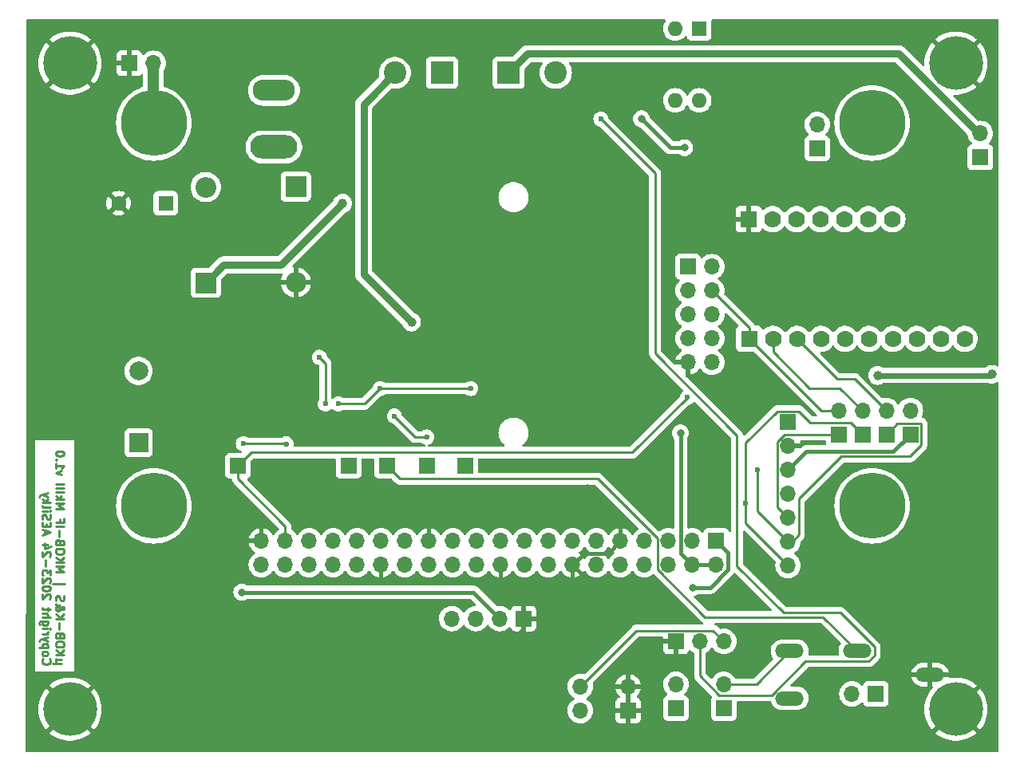
<source format=gbr>
%TF.GenerationSoftware,KiCad,Pcbnew,7.0.2*%
%TF.CreationDate,2024-04-06T10:43:08-07:00*%
%TF.ProjectId,MK-KS-MkIII,4d4b2d4b-532d-44d6-9b49-49492e6b6963,1.0*%
%TF.SameCoordinates,PX3a67068PY9f701d0*%
%TF.FileFunction,Copper,L2,Bot*%
%TF.FilePolarity,Positive*%
%FSLAX46Y46*%
G04 Gerber Fmt 4.6, Leading zero omitted, Abs format (unit mm)*
G04 Created by KiCad (PCBNEW 7.0.2) date 2024-04-06 10:43:08*
%MOMM*%
%LPD*%
G01*
G04 APERTURE LIST*
%ADD10C,0.222250*%
%TA.AperFunction,NonConductor*%
%ADD11C,0.222250*%
%TD*%
%TA.AperFunction,ComponentPad*%
%ADD12R,1.700000X1.700000*%
%TD*%
%TA.AperFunction,ComponentPad*%
%ADD13O,1.700000X1.700000*%
%TD*%
%TA.AperFunction,ComponentPad*%
%ADD14R,2.200000X2.200000*%
%TD*%
%TA.AperFunction,ComponentPad*%
%ADD15O,2.200000X2.200000*%
%TD*%
%TA.AperFunction,ComponentPad*%
%ADD16R,1.778000X1.778000*%
%TD*%
%TA.AperFunction,ComponentPad*%
%ADD17C,1.778000*%
%TD*%
%TA.AperFunction,ComponentPad*%
%ADD18R,1.600000X1.600000*%
%TD*%
%TA.AperFunction,ComponentPad*%
%ADD19O,1.600000X1.600000*%
%TD*%
%TA.AperFunction,ComponentPad*%
%ADD20O,3.016000X1.508000*%
%TD*%
%TA.AperFunction,ComponentPad*%
%ADD21C,1.600000*%
%TD*%
%TA.AperFunction,ComponentPad*%
%ADD22R,2.000000X2.000000*%
%TD*%
%TA.AperFunction,ComponentPad*%
%ADD23C,2.000000*%
%TD*%
%TA.AperFunction,ComponentPad*%
%ADD24C,3.600000*%
%TD*%
%TA.AperFunction,ConnectorPad*%
%ADD25C,5.700000*%
%TD*%
%TA.AperFunction,ComponentPad*%
%ADD26R,2.400000X2.400000*%
%TD*%
%TA.AperFunction,ComponentPad*%
%ADD27C,2.400000*%
%TD*%
%TA.AperFunction,ComponentPad*%
%ADD28C,4.700000*%
%TD*%
%TA.AperFunction,ConnectorPad*%
%ADD29C,7.000000*%
%TD*%
%TA.AperFunction,ComponentPad*%
%ADD30O,5.000000X2.500000*%
%TD*%
%TA.AperFunction,ComponentPad*%
%ADD31O,4.500000X2.250000*%
%TD*%
%TA.AperFunction,ViaPad*%
%ADD32C,0.600000*%
%TD*%
%TA.AperFunction,ViaPad*%
%ADD33C,0.800000*%
%TD*%
%TA.AperFunction,ViaPad*%
%ADD34C,1.000000*%
%TD*%
%TA.AperFunction,Conductor*%
%ADD35C,0.600000*%
%TD*%
%TA.AperFunction,Conductor*%
%ADD36C,1.200000*%
%TD*%
%TA.AperFunction,Conductor*%
%ADD37C,0.250000*%
%TD*%
%TA.AperFunction,Conductor*%
%ADD38C,0.400000*%
%TD*%
%TA.AperFunction,Conductor*%
%ADD39C,0.800000*%
%TD*%
G04 APERTURE END LIST*
D10*
D11*
X-930358Y4829667D02*
X-1819358Y4829667D01*
X-1396025Y5253000D02*
X-1480691Y5295334D01*
X-1480691Y5295334D02*
X-1523025Y5380000D01*
X-1396025Y4829667D02*
X-1480691Y4872000D01*
X-1480691Y4872000D02*
X-1523025Y4956667D01*
X-1523025Y4956667D02*
X-1523025Y5126000D01*
X-1523025Y5126000D02*
X-1480691Y5210667D01*
X-1480691Y5210667D02*
X-1396025Y5253000D01*
X-1396025Y5253000D02*
X-930358Y5253000D01*
X-1523025Y5761000D02*
X-634025Y5761000D01*
X-1523025Y6269000D02*
X-1015025Y5888000D01*
X-634025Y6269000D02*
X-1142025Y5761000D01*
X-634025Y6819333D02*
X-634025Y6988667D01*
X-634025Y6988667D02*
X-676358Y7073333D01*
X-676358Y7073333D02*
X-761025Y7158000D01*
X-761025Y7158000D02*
X-930358Y7200333D01*
X-930358Y7200333D02*
X-1226691Y7200333D01*
X-1226691Y7200333D02*
X-1396025Y7158000D01*
X-1396025Y7158000D02*
X-1480691Y7073333D01*
X-1480691Y7073333D02*
X-1523025Y6988667D01*
X-1523025Y6988667D02*
X-1523025Y6819333D01*
X-1523025Y6819333D02*
X-1480691Y6734667D01*
X-1480691Y6734667D02*
X-1396025Y6650000D01*
X-1396025Y6650000D02*
X-1226691Y6607667D01*
X-1226691Y6607667D02*
X-930358Y6607667D01*
X-930358Y6607667D02*
X-761025Y6650000D01*
X-761025Y6650000D02*
X-676358Y6734667D01*
X-676358Y6734667D02*
X-634025Y6819333D01*
X-1057358Y7877666D02*
X-1099691Y8004666D01*
X-1099691Y8004666D02*
X-1142025Y8047000D01*
X-1142025Y8047000D02*
X-1226691Y8089333D01*
X-1226691Y8089333D02*
X-1353691Y8089333D01*
X-1353691Y8089333D02*
X-1438358Y8047000D01*
X-1438358Y8047000D02*
X-1480691Y8004666D01*
X-1480691Y8004666D02*
X-1523025Y7920000D01*
X-1523025Y7920000D02*
X-1523025Y7581333D01*
X-1523025Y7581333D02*
X-634025Y7581333D01*
X-634025Y7581333D02*
X-634025Y7877666D01*
X-634025Y7877666D02*
X-676358Y7962333D01*
X-676358Y7962333D02*
X-718691Y8004666D01*
X-718691Y8004666D02*
X-803358Y8047000D01*
X-803358Y8047000D02*
X-888025Y8047000D01*
X-888025Y8047000D02*
X-972691Y8004666D01*
X-972691Y8004666D02*
X-1015025Y7962333D01*
X-1015025Y7962333D02*
X-1057358Y7877666D01*
X-1057358Y7877666D02*
X-1057358Y7581333D01*
X-1184358Y8470333D02*
X-1184358Y9147666D01*
X-1523025Y9571000D02*
X-634025Y9571000D01*
X-1523025Y10079000D02*
X-1015025Y9698000D01*
X-634025Y10079000D02*
X-1142025Y9571000D01*
X-1523025Y11179667D02*
X-1523025Y11137333D01*
X-1523025Y11137333D02*
X-1480691Y11052667D01*
X-1480691Y11052667D02*
X-1353691Y10925667D01*
X-1353691Y10925667D02*
X-1099691Y10714000D01*
X-1099691Y10714000D02*
X-972691Y10629333D01*
X-972691Y10629333D02*
X-845691Y10587000D01*
X-845691Y10587000D02*
X-761025Y10587000D01*
X-761025Y10587000D02*
X-676358Y10629333D01*
X-676358Y10629333D02*
X-634025Y10714000D01*
X-634025Y10714000D02*
X-634025Y10756333D01*
X-634025Y10756333D02*
X-676358Y10841000D01*
X-676358Y10841000D02*
X-761025Y10883333D01*
X-761025Y10883333D02*
X-803358Y10883333D01*
X-803358Y10883333D02*
X-888025Y10841000D01*
X-888025Y10841000D02*
X-930358Y10798667D01*
X-930358Y10798667D02*
X-1099691Y10544667D01*
X-1099691Y10544667D02*
X-1142025Y10502333D01*
X-1142025Y10502333D02*
X-1226691Y10460000D01*
X-1226691Y10460000D02*
X-1353691Y10460000D01*
X-1353691Y10460000D02*
X-1438358Y10502333D01*
X-1438358Y10502333D02*
X-1480691Y10544667D01*
X-1480691Y10544667D02*
X-1523025Y10629333D01*
X-1523025Y10629333D02*
X-1523025Y10756333D01*
X-1523025Y10756333D02*
X-1480691Y10841000D01*
X-1480691Y10841000D02*
X-1438358Y10883333D01*
X-1438358Y10883333D02*
X-1269025Y11010333D01*
X-1269025Y11010333D02*
X-1142025Y11052667D01*
X-1142025Y11052667D02*
X-1057358Y11052667D01*
X-1480691Y11518334D02*
X-1523025Y11645334D01*
X-1523025Y11645334D02*
X-1523025Y11857000D01*
X-1523025Y11857000D02*
X-1480691Y11941667D01*
X-1480691Y11941667D02*
X-1438358Y11984000D01*
X-1438358Y11984000D02*
X-1353691Y12026334D01*
X-1353691Y12026334D02*
X-1269025Y12026334D01*
X-1269025Y12026334D02*
X-1184358Y11984000D01*
X-1184358Y11984000D02*
X-1142025Y11941667D01*
X-1142025Y11941667D02*
X-1099691Y11857000D01*
X-1099691Y11857000D02*
X-1057358Y11687667D01*
X-1057358Y11687667D02*
X-1015025Y11603000D01*
X-1015025Y11603000D02*
X-972691Y11560667D01*
X-972691Y11560667D02*
X-888025Y11518334D01*
X-888025Y11518334D02*
X-803358Y11518334D01*
X-803358Y11518334D02*
X-718691Y11560667D01*
X-718691Y11560667D02*
X-676358Y11603000D01*
X-676358Y11603000D02*
X-634025Y11687667D01*
X-634025Y11687667D02*
X-634025Y11899334D01*
X-634025Y11899334D02*
X-676358Y12026334D01*
X-1819358Y13296334D02*
X-549358Y13296334D01*
X-1523025Y14608667D02*
X-634025Y14608667D01*
X-634025Y14608667D02*
X-1269025Y14905000D01*
X-1269025Y14905000D02*
X-634025Y15201334D01*
X-634025Y15201334D02*
X-1523025Y15201334D01*
X-1523025Y15624667D02*
X-634025Y15624667D01*
X-1523025Y16132667D02*
X-1015025Y15751667D01*
X-634025Y16132667D02*
X-1142025Y15624667D01*
X-634025Y16683000D02*
X-634025Y16852334D01*
X-634025Y16852334D02*
X-676358Y16937000D01*
X-676358Y16937000D02*
X-761025Y17021667D01*
X-761025Y17021667D02*
X-930358Y17064000D01*
X-930358Y17064000D02*
X-1226691Y17064000D01*
X-1226691Y17064000D02*
X-1396025Y17021667D01*
X-1396025Y17021667D02*
X-1480691Y16937000D01*
X-1480691Y16937000D02*
X-1523025Y16852334D01*
X-1523025Y16852334D02*
X-1523025Y16683000D01*
X-1523025Y16683000D02*
X-1480691Y16598334D01*
X-1480691Y16598334D02*
X-1396025Y16513667D01*
X-1396025Y16513667D02*
X-1226691Y16471334D01*
X-1226691Y16471334D02*
X-930358Y16471334D01*
X-930358Y16471334D02*
X-761025Y16513667D01*
X-761025Y16513667D02*
X-676358Y16598334D01*
X-676358Y16598334D02*
X-634025Y16683000D01*
X-1057358Y17741333D02*
X-1099691Y17868333D01*
X-1099691Y17868333D02*
X-1142025Y17910667D01*
X-1142025Y17910667D02*
X-1226691Y17953000D01*
X-1226691Y17953000D02*
X-1353691Y17953000D01*
X-1353691Y17953000D02*
X-1438358Y17910667D01*
X-1438358Y17910667D02*
X-1480691Y17868333D01*
X-1480691Y17868333D02*
X-1523025Y17783667D01*
X-1523025Y17783667D02*
X-1523025Y17445000D01*
X-1523025Y17445000D02*
X-634025Y17445000D01*
X-634025Y17445000D02*
X-634025Y17741333D01*
X-634025Y17741333D02*
X-676358Y17826000D01*
X-676358Y17826000D02*
X-718691Y17868333D01*
X-718691Y17868333D02*
X-803358Y17910667D01*
X-803358Y17910667D02*
X-888025Y17910667D01*
X-888025Y17910667D02*
X-972691Y17868333D01*
X-972691Y17868333D02*
X-1015025Y17826000D01*
X-1015025Y17826000D02*
X-1057358Y17741333D01*
X-1057358Y17741333D02*
X-1057358Y17445000D01*
X-1184358Y18334000D02*
X-1184358Y19011333D01*
X-1523025Y19434667D02*
X-634025Y19434667D01*
X-1057358Y20154333D02*
X-1057358Y19858000D01*
X-1523025Y19858000D02*
X-634025Y19858000D01*
X-634025Y19858000D02*
X-634025Y20281333D01*
X-1523025Y21297333D02*
X-634025Y21297333D01*
X-634025Y21297333D02*
X-1269025Y21593666D01*
X-1269025Y21593666D02*
X-634025Y21890000D01*
X-634025Y21890000D02*
X-1523025Y21890000D01*
X-1523025Y22313333D02*
X-634025Y22313333D01*
X-1184358Y22398000D02*
X-1523025Y22652000D01*
X-930358Y22652000D02*
X-1269025Y22313333D01*
X-1523025Y23033000D02*
X-634025Y23033000D01*
X-1523025Y23456333D02*
X-634025Y23456333D01*
X-1523025Y23879666D02*
X-634025Y23879666D01*
X-930358Y24895665D02*
X-1523025Y25107332D01*
X-1523025Y25107332D02*
X-930358Y25318999D01*
X-1523025Y26123332D02*
X-1523025Y25615332D01*
X-1523025Y25869332D02*
X-634025Y25869332D01*
X-634025Y25869332D02*
X-761025Y25784665D01*
X-761025Y25784665D02*
X-845691Y25699998D01*
X-845691Y25699998D02*
X-888025Y25615332D01*
X-1438358Y26504332D02*
X-1480691Y26546665D01*
X-1480691Y26546665D02*
X-1523025Y26504332D01*
X-1523025Y26504332D02*
X-1480691Y26461999D01*
X-1480691Y26461999D02*
X-1438358Y26504332D01*
X-1438358Y26504332D02*
X-1523025Y26504332D01*
X-634025Y27096998D02*
X-634025Y27181665D01*
X-634025Y27181665D02*
X-676358Y27266332D01*
X-676358Y27266332D02*
X-718691Y27308665D01*
X-718691Y27308665D02*
X-803358Y27350998D01*
X-803358Y27350998D02*
X-972691Y27393332D01*
X-972691Y27393332D02*
X-1184358Y27393332D01*
X-1184358Y27393332D02*
X-1353691Y27350998D01*
X-1353691Y27350998D02*
X-1438358Y27308665D01*
X-1438358Y27308665D02*
X-1480691Y27266332D01*
X-1480691Y27266332D02*
X-1523025Y27181665D01*
X-1523025Y27181665D02*
X-1523025Y27096998D01*
X-1523025Y27096998D02*
X-1480691Y27012332D01*
X-1480691Y27012332D02*
X-1438358Y26969998D01*
X-1438358Y26969998D02*
X-1353691Y26927665D01*
X-1353691Y26927665D02*
X-1184358Y26885332D01*
X-1184358Y26885332D02*
X-972691Y26885332D01*
X-972691Y26885332D02*
X-803358Y26927665D01*
X-803358Y26927665D02*
X-718691Y26969998D01*
X-718691Y26969998D02*
X-676358Y27012332D01*
X-676358Y27012332D02*
X-634025Y27096998D01*
X-2878538Y5337667D02*
X-2920871Y5295334D01*
X-2920871Y5295334D02*
X-2963205Y5168334D01*
X-2963205Y5168334D02*
X-2963205Y5083667D01*
X-2963205Y5083667D02*
X-2920871Y4956667D01*
X-2920871Y4956667D02*
X-2836205Y4872000D01*
X-2836205Y4872000D02*
X-2751538Y4829667D01*
X-2751538Y4829667D02*
X-2582205Y4787334D01*
X-2582205Y4787334D02*
X-2455205Y4787334D01*
X-2455205Y4787334D02*
X-2285871Y4829667D01*
X-2285871Y4829667D02*
X-2201205Y4872000D01*
X-2201205Y4872000D02*
X-2116538Y4956667D01*
X-2116538Y4956667D02*
X-2074205Y5083667D01*
X-2074205Y5083667D02*
X-2074205Y5168334D01*
X-2074205Y5168334D02*
X-2116538Y5295334D01*
X-2116538Y5295334D02*
X-2158871Y5337667D01*
X-2963205Y5845667D02*
X-2920871Y5761000D01*
X-2920871Y5761000D02*
X-2878538Y5718667D01*
X-2878538Y5718667D02*
X-2793871Y5676334D01*
X-2793871Y5676334D02*
X-2539871Y5676334D01*
X-2539871Y5676334D02*
X-2455205Y5718667D01*
X-2455205Y5718667D02*
X-2412871Y5761000D01*
X-2412871Y5761000D02*
X-2370538Y5845667D01*
X-2370538Y5845667D02*
X-2370538Y5972667D01*
X-2370538Y5972667D02*
X-2412871Y6057334D01*
X-2412871Y6057334D02*
X-2455205Y6099667D01*
X-2455205Y6099667D02*
X-2539871Y6142000D01*
X-2539871Y6142000D02*
X-2793871Y6142000D01*
X-2793871Y6142000D02*
X-2878538Y6099667D01*
X-2878538Y6099667D02*
X-2920871Y6057334D01*
X-2920871Y6057334D02*
X-2963205Y5972667D01*
X-2963205Y5972667D02*
X-2963205Y5845667D01*
X-2370538Y6523000D02*
X-3259538Y6523000D01*
X-2412871Y6523000D02*
X-2370538Y6607667D01*
X-2370538Y6607667D02*
X-2370538Y6777000D01*
X-2370538Y6777000D02*
X-2412871Y6861667D01*
X-2412871Y6861667D02*
X-2455205Y6904000D01*
X-2455205Y6904000D02*
X-2539871Y6946333D01*
X-2539871Y6946333D02*
X-2793871Y6946333D01*
X-2793871Y6946333D02*
X-2878538Y6904000D01*
X-2878538Y6904000D02*
X-2920871Y6861667D01*
X-2920871Y6861667D02*
X-2963205Y6777000D01*
X-2963205Y6777000D02*
X-2963205Y6607667D01*
X-2963205Y6607667D02*
X-2920871Y6523000D01*
X-2370538Y7242666D02*
X-2963205Y7454333D01*
X-2370538Y7666000D02*
X-2963205Y7454333D01*
X-2963205Y7454333D02*
X-3174871Y7369666D01*
X-3174871Y7369666D02*
X-3217205Y7327333D01*
X-3217205Y7327333D02*
X-3259538Y7242666D01*
X-2963205Y8004666D02*
X-2370538Y8004666D01*
X-2539871Y8004666D02*
X-2455205Y8046999D01*
X-2455205Y8046999D02*
X-2412871Y8089333D01*
X-2412871Y8089333D02*
X-2370538Y8173999D01*
X-2370538Y8173999D02*
X-2370538Y8258666D01*
X-2963205Y8554999D02*
X-2370538Y8554999D01*
X-2074205Y8554999D02*
X-2116538Y8512666D01*
X-2116538Y8512666D02*
X-2158871Y8554999D01*
X-2158871Y8554999D02*
X-2116538Y8597332D01*
X-2116538Y8597332D02*
X-2074205Y8554999D01*
X-2074205Y8554999D02*
X-2158871Y8554999D01*
X-2370538Y9359332D02*
X-3090205Y9359332D01*
X-3090205Y9359332D02*
X-3174871Y9316999D01*
X-3174871Y9316999D02*
X-3217205Y9274665D01*
X-3217205Y9274665D02*
X-3259538Y9189999D01*
X-3259538Y9189999D02*
X-3259538Y9062999D01*
X-3259538Y9062999D02*
X-3217205Y8978332D01*
X-2920871Y9359332D02*
X-2963205Y9274665D01*
X-2963205Y9274665D02*
X-2963205Y9105332D01*
X-2963205Y9105332D02*
X-2920871Y9020665D01*
X-2920871Y9020665D02*
X-2878538Y8978332D01*
X-2878538Y8978332D02*
X-2793871Y8935999D01*
X-2793871Y8935999D02*
X-2539871Y8935999D01*
X-2539871Y8935999D02*
X-2455205Y8978332D01*
X-2455205Y8978332D02*
X-2412871Y9020665D01*
X-2412871Y9020665D02*
X-2370538Y9105332D01*
X-2370538Y9105332D02*
X-2370538Y9274665D01*
X-2370538Y9274665D02*
X-2412871Y9359332D01*
X-2963205Y9782665D02*
X-2074205Y9782665D01*
X-2963205Y10163665D02*
X-2497538Y10163665D01*
X-2497538Y10163665D02*
X-2412871Y10121332D01*
X-2412871Y10121332D02*
X-2370538Y10036665D01*
X-2370538Y10036665D02*
X-2370538Y9909665D01*
X-2370538Y9909665D02*
X-2412871Y9824998D01*
X-2412871Y9824998D02*
X-2455205Y9782665D01*
X-2370538Y10459998D02*
X-2370538Y10798665D01*
X-2074205Y10586998D02*
X-2836205Y10586998D01*
X-2836205Y10586998D02*
X-2920871Y10629331D01*
X-2920871Y10629331D02*
X-2963205Y10713998D01*
X-2963205Y10713998D02*
X-2963205Y10798665D01*
X-2158871Y11729998D02*
X-2116538Y11772331D01*
X-2116538Y11772331D02*
X-2074205Y11856998D01*
X-2074205Y11856998D02*
X-2074205Y12068664D01*
X-2074205Y12068664D02*
X-2116538Y12153331D01*
X-2116538Y12153331D02*
X-2158871Y12195664D01*
X-2158871Y12195664D02*
X-2243538Y12237998D01*
X-2243538Y12237998D02*
X-2328205Y12237998D01*
X-2328205Y12237998D02*
X-2455205Y12195664D01*
X-2455205Y12195664D02*
X-2963205Y11687664D01*
X-2963205Y11687664D02*
X-2963205Y12237998D01*
X-2074205Y12788331D02*
X-2074205Y12872998D01*
X-2074205Y12872998D02*
X-2116538Y12957665D01*
X-2116538Y12957665D02*
X-2158871Y12999998D01*
X-2158871Y12999998D02*
X-2243538Y13042331D01*
X-2243538Y13042331D02*
X-2412871Y13084665D01*
X-2412871Y13084665D02*
X-2624538Y13084665D01*
X-2624538Y13084665D02*
X-2793871Y13042331D01*
X-2793871Y13042331D02*
X-2878538Y12999998D01*
X-2878538Y12999998D02*
X-2920871Y12957665D01*
X-2920871Y12957665D02*
X-2963205Y12872998D01*
X-2963205Y12872998D02*
X-2963205Y12788331D01*
X-2963205Y12788331D02*
X-2920871Y12703665D01*
X-2920871Y12703665D02*
X-2878538Y12661331D01*
X-2878538Y12661331D02*
X-2793871Y12618998D01*
X-2793871Y12618998D02*
X-2624538Y12576665D01*
X-2624538Y12576665D02*
X-2412871Y12576665D01*
X-2412871Y12576665D02*
X-2243538Y12618998D01*
X-2243538Y12618998D02*
X-2158871Y12661331D01*
X-2158871Y12661331D02*
X-2116538Y12703665D01*
X-2116538Y12703665D02*
X-2074205Y12788331D01*
X-2158871Y13423332D02*
X-2116538Y13465665D01*
X-2116538Y13465665D02*
X-2074205Y13550332D01*
X-2074205Y13550332D02*
X-2074205Y13761998D01*
X-2074205Y13761998D02*
X-2116538Y13846665D01*
X-2116538Y13846665D02*
X-2158871Y13888998D01*
X-2158871Y13888998D02*
X-2243538Y13931332D01*
X-2243538Y13931332D02*
X-2328205Y13931332D01*
X-2328205Y13931332D02*
X-2455205Y13888998D01*
X-2455205Y13888998D02*
X-2963205Y13380998D01*
X-2963205Y13380998D02*
X-2963205Y13931332D01*
X-2074205Y14227665D02*
X-2074205Y14777999D01*
X-2074205Y14777999D02*
X-2412871Y14481665D01*
X-2412871Y14481665D02*
X-2412871Y14608665D01*
X-2412871Y14608665D02*
X-2455205Y14693332D01*
X-2455205Y14693332D02*
X-2497538Y14735665D01*
X-2497538Y14735665D02*
X-2582205Y14777999D01*
X-2582205Y14777999D02*
X-2793871Y14777999D01*
X-2793871Y14777999D02*
X-2878538Y14735665D01*
X-2878538Y14735665D02*
X-2920871Y14693332D01*
X-2920871Y14693332D02*
X-2963205Y14608665D01*
X-2963205Y14608665D02*
X-2963205Y14354665D01*
X-2963205Y14354665D02*
X-2920871Y14269999D01*
X-2920871Y14269999D02*
X-2878538Y14227665D01*
X-2624538Y15158999D02*
X-2624538Y15836332D01*
X-2158871Y16217333D02*
X-2116538Y16259666D01*
X-2116538Y16259666D02*
X-2074205Y16344333D01*
X-2074205Y16344333D02*
X-2074205Y16555999D01*
X-2074205Y16555999D02*
X-2116538Y16640666D01*
X-2116538Y16640666D02*
X-2158871Y16682999D01*
X-2158871Y16682999D02*
X-2243538Y16725333D01*
X-2243538Y16725333D02*
X-2328205Y16725333D01*
X-2328205Y16725333D02*
X-2455205Y16682999D01*
X-2455205Y16682999D02*
X-2963205Y16174999D01*
X-2963205Y16174999D02*
X-2963205Y16725333D01*
X-2370538Y17487333D02*
X-2963205Y17487333D01*
X-2031871Y17275666D02*
X-2666871Y17064000D01*
X-2666871Y17064000D02*
X-2666871Y17614333D01*
X-2709205Y18588000D02*
X-2709205Y19011333D01*
X-2963205Y18503333D02*
X-2074205Y18799666D01*
X-2074205Y18799666D02*
X-2963205Y19096000D01*
X-2497538Y19392333D02*
X-2497538Y19688666D01*
X-2963205Y19815666D02*
X-2963205Y19392333D01*
X-2963205Y19392333D02*
X-2074205Y19392333D01*
X-2074205Y19392333D02*
X-2074205Y19815666D01*
X-2920871Y20154333D02*
X-2963205Y20281333D01*
X-2963205Y20281333D02*
X-2963205Y20492999D01*
X-2963205Y20492999D02*
X-2920871Y20577666D01*
X-2920871Y20577666D02*
X-2878538Y20619999D01*
X-2878538Y20619999D02*
X-2793871Y20662333D01*
X-2793871Y20662333D02*
X-2709205Y20662333D01*
X-2709205Y20662333D02*
X-2624538Y20619999D01*
X-2624538Y20619999D02*
X-2582205Y20577666D01*
X-2582205Y20577666D02*
X-2539871Y20492999D01*
X-2539871Y20492999D02*
X-2497538Y20323666D01*
X-2497538Y20323666D02*
X-2455205Y20238999D01*
X-2455205Y20238999D02*
X-2412871Y20196666D01*
X-2412871Y20196666D02*
X-2328205Y20154333D01*
X-2328205Y20154333D02*
X-2243538Y20154333D01*
X-2243538Y20154333D02*
X-2158871Y20196666D01*
X-2158871Y20196666D02*
X-2116538Y20238999D01*
X-2116538Y20238999D02*
X-2074205Y20323666D01*
X-2074205Y20323666D02*
X-2074205Y20535333D01*
X-2074205Y20535333D02*
X-2116538Y20662333D01*
X-2963205Y21043333D02*
X-2370538Y21043333D01*
X-2074205Y21043333D02*
X-2116538Y21001000D01*
X-2116538Y21001000D02*
X-2158871Y21043333D01*
X-2158871Y21043333D02*
X-2116538Y21085666D01*
X-2116538Y21085666D02*
X-2074205Y21043333D01*
X-2074205Y21043333D02*
X-2158871Y21043333D01*
X-2963205Y21593666D02*
X-2920871Y21508999D01*
X-2920871Y21508999D02*
X-2836205Y21466666D01*
X-2836205Y21466666D02*
X-2074205Y21466666D01*
X-2963205Y21932333D02*
X-2074205Y21932333D01*
X-2624538Y22017000D02*
X-2963205Y22271000D01*
X-2370538Y22271000D02*
X-2709205Y21932333D01*
X-2370538Y22567333D02*
X-2963205Y22779000D01*
X-2370538Y22990667D02*
X-2963205Y22779000D01*
X-2963205Y22779000D02*
X-3174871Y22694333D01*
X-3174871Y22694333D02*
X-3217205Y22652000D01*
X-3217205Y22652000D02*
X-3259538Y22567333D01*
D12*
%TO.P,JP9,1,A*%
%TO.N,GND*%
X6311000Y68576000D03*
D13*
%TO.P,JP9,2,B*%
%TO.N,Earth*%
X8851000Y68576000D03*
%TD*%
D12*
%TO.P,OP1,1,A*%
%TO.N,GND*%
X64288600Y7199800D03*
D13*
%TO.P,OP1,2,C*%
%TO.N,/SLG*%
X66828600Y7199800D03*
%TO.P,OP1,3,B*%
%TO.N,/DOT-*%
X69368600Y7199800D03*
%TD*%
D14*
%TO.P,D2,1,K*%
%TO.N,/LPI-*%
X23955600Y55486800D03*
D15*
%TO.P,D2,2,A*%
%TO.N,GND*%
X23955600Y45326800D03*
%TD*%
D14*
%TO.P,D1,1,K*%
%TO.N,/LOOP_PWR*%
X14405600Y45276800D03*
D15*
%TO.P,D1,2,A*%
%TO.N,/LPI+*%
X14405600Y55436800D03*
%TD*%
D16*
%TO.P,U1,1L,GND*%
%TO.N,GND*%
X72004600Y52028800D03*
%TO.P,U1,1R,RTS*%
%TO.N,/RTS*%
X72050600Y39328800D03*
D17*
%TO.P,U1,2L,TXD*%
%TO.N,/TXD*%
X74544600Y52028800D03*
%TO.P,U1,2R,CTS*%
%TO.N,/CTS*%
X74590600Y39328800D03*
%TO.P,U1,3L,RXD*%
%TO.N,/RXD*%
X77084600Y52028800D03*
%TO.P,U1,3R,DSR*%
%TO.N,/DSR*%
X77130600Y39328800D03*
%TO.P,U1,4L,VBUS*%
%TO.N,/VBUS*%
X79624600Y52028800D03*
%TO.P,U1,4R,DTR*%
%TO.N,/DTR*%
X79670600Y39328800D03*
%TO.P,U1,5L,CBUS0*%
%TO.N,unconnected-(U1-CBUS0-Pad5L)*%
X82164600Y52028800D03*
%TO.P,U1,5R,DCD*%
%TO.N,Net-(J4-Pin_1)*%
X82210600Y39328800D03*
%TO.P,U1,6L,CBUS3*%
%TO.N,unconnected-(U1-CBUS3-Pad6L)*%
X84704600Y52028800D03*
%TO.P,U1,6R,RI*%
%TO.N,/RI*%
X84750600Y39328800D03*
%TO.P,U1,7L,Reset#*%
%TO.N,/RESET-*%
X87244600Y52028800D03*
%TO.P,U1,7R,3V3*%
%TO.N,/V3.3I*%
X87290600Y39328800D03*
%TO.P,U1,V1*%
%TO.N,N/C*%
X94910600Y39328800D03*
%TO.P,U1,V2*%
X92370600Y39328800D03*
%TO.P,U1,V3*%
X89830600Y39328800D03*
%TD*%
D18*
%TO.P,SW4,1*%
%TO.N,/SNDR_EN*%
X66748600Y72266800D03*
D19*
%TO.P,SW4,2*%
X64208600Y72266800D03*
%TO.P,SW4,3*%
%TO.N,/SEB*%
X64208600Y64646800D03*
%TO.P,SW4,4*%
%TO.N,/SEL*%
X66748600Y64646800D03*
%TD*%
D12*
%TO.P,JP8,1,A*%
%TO.N,/VBUS*%
X79261600Y59553800D03*
D13*
%TO.P,JP8,2,B*%
%TO.N,/V5I*%
X79261600Y62093800D03*
%TD*%
%TO.P,JP7,2,B*%
%TO.N,/V3.3I*%
X89151600Y31711800D03*
D12*
%TO.P,JP7,1,A*%
%TO.N,+3.3V*%
X89151600Y29171800D03*
%TD*%
D13*
%TO.P,JP6,2,B*%
%TO.N,/DSR*%
X86611600Y31711800D03*
D12*
%TO.P,JP6,1,A*%
%TO.N,/KEY_PDL_DOT-*%
X86611600Y29171800D03*
%TD*%
%TO.P,J6,1,Pin_1*%
%TO.N,GND*%
X48130600Y9626800D03*
D13*
%TO.P,J6,2,Pin_2*%
%TO.N,+3.3V*%
X45590600Y9626800D03*
%TO.P,J6,3,Pin_3*%
%TO.N,/SCL*%
X43050600Y9626800D03*
%TO.P,J6,4,Pin_4*%
%TO.N,/SDA*%
X40510600Y9626800D03*
%TD*%
D12*
%TO.P,J5,1,P3V3*%
%TO.N,+3.3V*%
X68561600Y17874800D03*
D13*
%TO.P,J5,2,P5V*%
%TO.N,+5V*%
X68561600Y15334800D03*
%TO.P,J5,3,BCM2*%
%TO.N,/SDA*%
X66021600Y17874800D03*
%TO.P,J5,4,P5V*%
%TO.N,+5V*%
X66021600Y15334800D03*
%TO.P,J5,5,BCM3*%
%TO.N,/SCL*%
X63481600Y17874800D03*
%TO.P,J5,6,GND*%
%TO.N,GND*%
X63481600Y15334800D03*
%TO.P,J5,7,BCM4*%
%TO.N,unconnected-(J5-BCM4-Pad7)*%
X60941600Y17874800D03*
%TO.P,J5,8,BCM14*%
%TO.N,unconnected-(J5-BCM14-Pad8)*%
X60941600Y15334800D03*
%TO.P,J5,9,GND*%
%TO.N,GND*%
X58401600Y17874800D03*
%TO.P,J5,10,BCM15*%
%TO.N,unconnected-(J5-BCM15-Pad10)*%
X58401600Y15334800D03*
%TO.P,J5,11,BCM17*%
%TO.N,unconnected-(J5-BCM17-Pad11)*%
X55861600Y17874800D03*
%TO.P,J5,12,BCM18*%
%TO.N,unconnected-(J5-BCM18-Pad12)*%
X55861600Y15334800D03*
%TO.P,J5,13,BCM27*%
%TO.N,unconnected-(J5-BCM27-Pad13)*%
X53321600Y17874800D03*
%TO.P,J5,14,GND*%
%TO.N,GND*%
X53321600Y15334800D03*
%TO.P,J5,15,BCM22*%
%TO.N,unconnected-(J5-BCM22-Pad15)*%
X50781600Y17874800D03*
%TO.P,J5,16,BCM23*%
%TO.N,unconnected-(J5-BCM23-Pad16)*%
X50781600Y15334800D03*
%TO.P,J5,17,P3V3*%
%TO.N,unconnected-(J5-P3V3-Pad17)*%
X48241600Y17874800D03*
%TO.P,J5,18,BCM24*%
%TO.N,unconnected-(J5-BCM24-Pad18)*%
X48241600Y15334800D03*
%TO.P,J5,19,BCM10*%
%TO.N,unconnected-(J5-BCM10-Pad19)*%
X45701600Y17874800D03*
%TO.P,J5,20,GND*%
%TO.N,GND*%
X45701600Y15334800D03*
%TO.P,J5,21,BCM9*%
%TO.N,unconnected-(J5-BCM9-Pad21)*%
X43161600Y17874800D03*
%TO.P,J5,22,BCM25*%
%TO.N,unconnected-(J5-BCM25-Pad22)*%
X43161600Y15334800D03*
%TO.P,J5,23,BCM11*%
%TO.N,unconnected-(J5-BCM11-Pad23)*%
X40621600Y17874800D03*
%TO.P,J5,24,BCM8*%
%TO.N,unconnected-(J5-BCM8-Pad24)*%
X40621600Y15334800D03*
%TO.P,J5,25,GND*%
%TO.N,GND*%
X38081600Y17874800D03*
%TO.P,J5,26,BCM7*%
%TO.N,unconnected-(J5-BCM7-Pad26)*%
X38081600Y15334800D03*
%TO.P,J5,27,BCM0*%
%TO.N,unconnected-(J5-BCM0-Pad27)*%
X35541600Y17874800D03*
%TO.P,J5,28,BCM1*%
%TO.N,unconnected-(J5-BCM1-Pad28)*%
X35541600Y15334800D03*
%TO.P,J5,29,BCM5*%
%TO.N,unconnected-(J5-BCM5-Pad29)*%
X33001600Y17874800D03*
%TO.P,J5,30,GND*%
%TO.N,GND*%
X33001600Y15334800D03*
%TO.P,J5,31,BCM6*%
%TO.N,unconnected-(J5-BCM6-Pad31)*%
X30461600Y17874800D03*
%TO.P,J5,32,BCM12*%
%TO.N,unconnected-(J5-BCM12-Pad32)*%
X30461600Y15334800D03*
%TO.P,J5,33,BCM13*%
%TO.N,unconnected-(J5-BCM13-Pad33)*%
X27921600Y17874800D03*
%TO.P,J5,34,GND*%
%TO.N,unconnected-(J5-GND-Pad34)*%
X27921600Y15334800D03*
%TO.P,J5,35,BCM19*%
%TO.N,unconnected-(J5-BCM19-Pad35)*%
X25381600Y17874800D03*
%TO.P,J5,36,BCM16*%
%TO.N,unconnected-(J5-BCM16-Pad36)*%
X25381600Y15334800D03*
%TO.P,J5,37,BCM26*%
%TO.N,/SNDR_EN*%
X22841600Y17874800D03*
%TO.P,J5,38,BCM20*%
%TO.N,/PDL_DASH-*%
X22841600Y15334800D03*
%TO.P,J5,39,GND*%
%TO.N,GND*%
X20301600Y17874800D03*
%TO.P,J5,40,BCM21*%
%TO.N,/KEY_PDL_DOT-*%
X20301600Y15334800D03*
%TD*%
D12*
%TO.P,J4,1,Pin_1*%
%TO.N,Net-(J4-Pin_1)*%
X65555600Y46990000D03*
D13*
%TO.P,J4,2,Pin_2*%
%TO.N,/TXD*%
X65555600Y44450000D03*
%TO.P,J4,3,Pin_3*%
%TO.N,/RXD*%
X65555600Y41910000D03*
%TO.P,J4,4,Pin_4*%
%TO.N,/DTR*%
X65555600Y39370000D03*
%TO.P,J4,5,Pin_5*%
%TO.N,GND*%
X65555600Y36830000D03*
%TO.P,J4,6,Pin_6*%
%TO.N,/DSR*%
X68095600Y46990000D03*
%TO.P,J4,7,Pin_7*%
%TO.N,/RTS*%
X68095600Y44450000D03*
%TO.P,J4,8,Pin_8*%
%TO.N,/CTS*%
X68095600Y41910000D03*
%TO.P,J4,9,Pin_9*%
%TO.N,/RI*%
X68095600Y39370000D03*
%TO.P,J4,10,Pin_10*%
%TO.N,Earth*%
X68095600Y36830000D03*
%TD*%
D20*
%TO.P,J3,1*%
%TO.N,GND*%
X91240600Y3665800D03*
%TO.P,J3,2*%
%TO.N,/KEY_PDL-*%
X76340600Y6165800D03*
%TO.P,J3,3*%
%TO.N,/PDL_DASH-*%
X76340600Y1165800D03*
%TO.P,J3,4*%
%TO.N,/KOB_KEY-*%
X83540600Y6165800D03*
%TD*%
D12*
%TO.P,J1,1,Pin_1*%
%TO.N,GND*%
X76174600Y30486800D03*
D13*
%TO.P,J1,2,Pin_2*%
X76174600Y27946800D03*
%TO.P,J1,3,Pin_3*%
%TO.N,+3.3V*%
X76174600Y25406800D03*
%TO.P,J1,4,Pin_4*%
%TO.N,+5V*%
X76174600Y22866800D03*
%TO.P,J1,5,Pin_5*%
%TO.N,/SNDR_EN*%
X76174600Y20326800D03*
%TO.P,J1,6,Pin_6*%
%TO.N,/KEY_PDL_DOT-*%
X76174600Y17786800D03*
%TO.P,J1,7,Pin_7*%
%TO.N,/PDL_DASH-*%
X76174600Y15246800D03*
%TD*%
D18*
%TO.P,C1,1*%
%TO.N,/LOOP_PWR*%
X10155251Y53717800D03*
D21*
%TO.P,C1,2*%
%TO.N,GND*%
X5155251Y53717800D03*
%TD*%
D22*
%TO.P,BZ1,1,-*%
%TO.N,/BZ+*%
X7272600Y28313800D03*
D23*
%TO.P,BZ1,2,+*%
%TO.N,/BZ-*%
X7272600Y35913800D03*
%TD*%
D12*
%TO.P,TP5,1,Pin_1*%
%TO.N,/KOB_KEY-*%
X33649200Y25830800D03*
%TD*%
D24*
%TO.P,M_KSI4,1,1*%
%TO.N,GND*%
X0Y0D03*
D25*
X0Y0D03*
%TD*%
D12*
%TO.P,JP3,1,A*%
%TO.N,/DASH-*%
X64280600Y112800D03*
D13*
%TO.P,JP3,2,B*%
%TO.N,/PDL_DASH-*%
X64280600Y2652800D03*
%TD*%
D26*
%TO.P,ST1,1,Pin_1*%
%TO.N,/LP1*%
X39470000Y67555000D03*
D27*
%TO.P,ST1,2,Pin_2*%
%TO.N,/LP2*%
X34470000Y67555000D03*
%TD*%
D12*
%TO.P,TP1,1,Pin_1*%
%TO.N,/LP2*%
X41923600Y25830800D03*
%TD*%
%TO.P,OPa1,1,Pin_1*%
%TO.N,+5V*%
X96577600Y58585800D03*
D13*
%TO.P,OPa1,2,Pin_2*%
%TO.N,/LOOP_PWR*%
X96577600Y61125800D03*
%TD*%
D12*
%TO.P,TP2,1,Pin_1*%
%TO.N,/SNDR_EN*%
X17811200Y25830800D03*
%TD*%
D24*
%TO.P,M_KSI1,1,1*%
%TO.N,GND*%
X0Y68580000D03*
D25*
X0Y68580000D03*
%TD*%
D12*
%TO.P,TP4,1,Pin_1*%
%TO.N,/LOOP_STATE*%
X29548600Y25830800D03*
%TD*%
D28*
%TO.P,SHLD-1,1,1*%
%TO.N,Earth*%
X8890000Y62230000D03*
D29*
X8890000Y62230000D03*
%TD*%
D28*
%TO.P,SHLD-2,1,1*%
%TO.N,Earth*%
X85090000Y62230000D03*
D29*
X85090000Y62230000D03*
%TD*%
D13*
%TO.P,SW1,1,A*%
%TO.N,GND*%
X59222600Y2413800D03*
D12*
X59222600Y-126200D03*
D13*
%TO.P,SW1,2,B*%
%TO.N,/DOT-*%
X54142600Y2413800D03*
X54142600Y-126200D03*
%TD*%
D12*
%TO.P,JP2,1,A*%
%TO.N,/DOT-*%
X69350600Y112800D03*
D13*
%TO.P,JP2,2,B*%
%TO.N,/KEY_PDL-*%
X69350600Y2652800D03*
%TD*%
D12*
%TO.P,JP1,1,A*%
%TO.N,/KOB_KEY-*%
X85488600Y1620800D03*
D13*
%TO.P,JP1,2,B*%
%TO.N,/KEY_PDL-*%
X82948600Y1620800D03*
%TD*%
D30*
%TO.P,J2,1,In*%
%TO.N,/LPI+*%
X21640800Y59693700D03*
D31*
%TO.P,J2,2,Ext*%
%TO.N,/LPI-*%
X21640800Y65693700D03*
%TD*%
D24*
%TO.P,M_KSI2,1,1*%
%TO.N,GND*%
X93980000Y68580000D03*
D25*
X93980000Y68580000D03*
%TD*%
D26*
%TO.P,ST2,1,Pin_1*%
%TO.N,/LOOP_PWR*%
X46535000Y67555000D03*
D27*
%TO.P,ST2,2,Pin_2*%
%TO.N,/LP1*%
X51535000Y67555000D03*
%TD*%
D28*
%TO.P,SHLD-4,1,1*%
%TO.N,Earth*%
X8890000Y21590000D03*
D29*
X8890000Y21590000D03*
%TD*%
D12*
%TO.P,TP3,1,Pin_1*%
%TO.N,/OFFSET_REF_V*%
X37855600Y25830800D03*
%TD*%
D24*
%TO.P,M_KSI3,1,1*%
%TO.N,GND*%
X93980000Y0D03*
D25*
X93980000Y0D03*
%TD*%
D13*
%TO.P,JP5,2,B*%
%TO.N,/CTS*%
X84071600Y31711800D03*
D12*
%TO.P,JP5,1,A*%
%TO.N,/PDL_DASH-*%
X84071600Y29171800D03*
%TD*%
D13*
%TO.P,JP4,2,B*%
%TO.N,/RTS*%
X81531600Y31711800D03*
D12*
%TO.P,JP4,1,A*%
%TO.N,/SNDR_EN*%
X81531600Y29171800D03*
%TD*%
D28*
%TO.P,SHLD-3,1,1*%
%TO.N,Earth*%
X85090000Y21590000D03*
D29*
X85090000Y21590000D03*
%TD*%
D32*
%TO.N,GND*%
X83485000Y46589000D03*
X66611000Y55749000D03*
X54437000Y44754000D03*
D33*
X93578000Y21030000D03*
X93566000Y32925000D03*
X93566000Y37029000D03*
X29175000Y70662000D03*
X61775000Y11784000D03*
X35799000Y9522000D03*
X38672000Y43531000D03*
X47259000Y47307000D03*
D34*
%TO.N,Earth*%
X97792000Y35552000D03*
X85680000Y35440000D03*
D33*
%TO.N,GND*%
X71941000Y43096000D03*
X71941000Y47101000D03*
X65474000Y67052000D03*
X69452000Y67077000D03*
X34103000Y59685000D03*
X34147000Y52557000D03*
X42195000Y47230000D03*
X70267000Y12575000D03*
X73007000Y14868000D03*
X54913000Y23469000D03*
X61537000Y23444000D03*
X78188000Y8202000D03*
X80985000Y12925000D03*
X21124000Y34241000D03*
X31083000Y38051000D03*
X44607000Y32245000D03*
X38668000Y47229000D03*
X34145000Y54802000D03*
X14850000Y37111000D03*
X25601000Y34253000D03*
X22980000Y23451000D03*
X13469000Y5257000D03*
X22564000Y5263000D03*
X35739000Y5263000D03*
X44837000Y5252000D03*
D32*
%TO.N,Net-(D5-A)*%
X18390000Y28194000D03*
X22931000Y28157000D03*
%TO.N,/OFFSET_REF_V*%
X37860000Y28898000D03*
X34411000Y31123000D03*
D33*
%TO.N,+3.3V*%
X18229000Y12426000D03*
D32*
%TO.N,Net-(D5-A)*%
X26459000Y37361000D03*
X27096000Y32410000D03*
D33*
%TO.N,+5V*%
X64755000Y29315000D03*
D32*
%TO.N,/LOOP_STATE*%
X28486000Y32410000D03*
X32886000Y34053000D03*
X42504000Y34053000D03*
D34*
%TO.N,/LP2*%
X36230700Y41119000D03*
%TO.N,/LOOP_PWR*%
X28926600Y53700000D03*
D33*
%TO.N,+5V*%
X60629000Y62673000D03*
X65200000Y59614000D03*
D32*
%TO.N,/SNDR_EN*%
X65490000Y33087000D03*
%TO.N,/PDL_DASH-*%
X71689420Y21882580D03*
%TO.N,/KEY_PDL_DOT-*%
X72905000Y25396000D03*
D33*
%TO.N,+3.3V*%
X66028000Y12935000D03*
D32*
%TO.N,/SLG*%
X56321000Y62649000D03*
%TD*%
D35*
%TO.N,Earth*%
X8851000Y62269000D02*
X8890000Y62230000D01*
D36*
X8851000Y68576000D02*
X8851000Y62269000D01*
D37*
%TO.N,/KEY_PDL_DOT-*%
X77329600Y22347600D02*
X77329600Y18532200D01*
X77329600Y18532200D02*
X76379400Y17582000D01*
X89130800Y26841000D02*
X81823000Y26841000D01*
X90306600Y28016800D02*
X89130800Y26841000D01*
X90306600Y30326800D02*
X90306600Y28016800D01*
X87766600Y30326800D02*
X90306600Y30326800D01*
X81823000Y26841000D02*
X77329600Y22347600D01*
X86611600Y29171800D02*
X87766600Y30326800D01*
D38*
%TO.N,+3.3V*%
X87325800Y27346000D02*
X78113800Y27346000D01*
X89151600Y29171800D02*
X87325800Y27346000D01*
X78113800Y27346000D02*
X76174600Y25406800D01*
%TO.N,GND*%
X93578000Y32913000D02*
X93578000Y21030000D01*
X93566000Y32925000D02*
X93578000Y32913000D01*
X57091600Y16564800D02*
X58401600Y17874800D01*
X53321600Y15334800D02*
X54551600Y16564800D01*
X54551600Y16564800D02*
X57091600Y16564800D01*
X33929000Y70662000D02*
X29175000Y70662000D01*
X36524202Y68066798D02*
X33929000Y70662000D01*
X36524202Y62106202D02*
X36524202Y68066798D01*
X34103000Y59685000D02*
X36524202Y62106202D01*
X36868000Y52557000D02*
X42195000Y47230000D01*
X34147000Y52557000D02*
X36868000Y52557000D01*
X47259000Y34897000D02*
X44607000Y32245000D01*
X47259000Y47307000D02*
X47259000Y34897000D01*
X48130600Y8545600D02*
X44837000Y5252000D01*
X48130600Y9626800D02*
X48130600Y8545600D01*
X56872400Y11784000D02*
X53321600Y15334800D01*
X61775000Y11784000D02*
X56872400Y11784000D01*
X58401600Y19980400D02*
X54913000Y23469000D01*
X58401600Y17874800D02*
X58401600Y19980400D01*
X35739000Y9462000D02*
X35799000Y9522000D01*
X35739000Y5263000D02*
X35739000Y9462000D01*
X38668000Y43535000D02*
X38672000Y43531000D01*
X38668000Y47229000D02*
X38668000Y43535000D01*
X42272000Y47307000D02*
X47259000Y47307000D01*
X42195000Y47230000D02*
X42272000Y47307000D01*
D35*
%TO.N,Earth*%
X85680000Y35440000D02*
X97680000Y35440000D01*
X97680000Y35440000D02*
X97792000Y35552000D01*
D39*
%TO.N,/LOOP_PWR*%
X87869831Y69599000D02*
X48579000Y69599000D01*
X96343031Y61125800D02*
X87869831Y69599000D01*
X48579000Y69599000D02*
X46535000Y67555000D01*
X96577600Y61125800D02*
X96343031Y61125800D01*
D38*
%TO.N,GND*%
X71941000Y47101000D02*
X71941000Y43096000D01*
X72004600Y47164600D02*
X71941000Y47101000D01*
X72004600Y52028800D02*
X72004600Y47164600D01*
X65499000Y67077000D02*
X65474000Y67052000D01*
X69452000Y67077000D02*
X65499000Y67077000D01*
X34145000Y59643000D02*
X34103000Y59685000D01*
X34145000Y54802000D02*
X34145000Y59643000D01*
X34145000Y52559000D02*
X34147000Y52557000D01*
X34145000Y54802000D02*
X34145000Y52559000D01*
X42194000Y47229000D02*
X42195000Y47230000D01*
X38668000Y47229000D02*
X42194000Y47229000D01*
X25589000Y34241000D02*
X21124000Y34241000D01*
X25601000Y34253000D02*
X25589000Y34241000D01*
D39*
%TO.N,/LP2*%
X31156000Y46193700D02*
X36230700Y41119000D01*
X34470000Y67555000D02*
X31156000Y64241000D01*
X31156000Y64241000D02*
X31156000Y46193700D01*
D38*
%TO.N,+5V*%
X63688000Y59614000D02*
X60629000Y62673000D01*
X65200000Y59614000D02*
X63688000Y59614000D01*
D37*
%TO.N,Net-(D5-A)*%
X22894000Y28194000D02*
X18390000Y28194000D01*
X22931000Y28157000D02*
X22894000Y28194000D01*
%TO.N,/SNDR_EN*%
X19234400Y27254000D02*
X59657000Y27254000D01*
X59657000Y27254000D02*
X65534000Y33131000D01*
X17811200Y25830800D02*
X19234400Y27254000D01*
%TO.N,/OFFSET_REF_V*%
X34411000Y31086000D02*
X36599000Y28898000D01*
X34411000Y31123000D02*
X34411000Y31086000D01*
X36599000Y28898000D02*
X37860000Y28898000D01*
D38*
%TO.N,+3.3V*%
X42791400Y12426000D02*
X45590600Y9626800D01*
X18229000Y12426000D02*
X42791400Y12426000D01*
D37*
%TO.N,Net-(D5-A)*%
X27096000Y32410000D02*
X27096000Y36724000D01*
X27096000Y36724000D02*
X26459000Y37361000D01*
%TO.N,/RTS*%
X72050600Y40495000D02*
X72050600Y39328800D01*
X68095600Y44450000D02*
X72050600Y40495000D01*
%TO.N,/SLG*%
X62069000Y56901000D02*
X56321000Y62649000D01*
X62069000Y37749000D02*
X62069000Y56901000D01*
X70746000Y29072000D02*
X62069000Y37749000D01*
X70746000Y15180183D02*
X70746000Y29072000D01*
X75696183Y10230000D02*
X70746000Y15180183D01*
X81728052Y10230000D02*
X75696183Y10230000D01*
X78029948Y5106800D02*
X84733252Y5106800D01*
X84733252Y5106800D02*
X85353600Y5727148D01*
X85353600Y5727148D02*
X85353600Y6604452D01*
X66828600Y3541383D02*
X68872183Y1497800D01*
X68872183Y1497800D02*
X74420948Y1497800D01*
X74420948Y1497800D02*
X78029948Y5106800D01*
X85353600Y6604452D02*
X81728052Y10230000D01*
X66828600Y7199800D02*
X66828600Y3541383D01*
D38*
%TO.N,+5V*%
X64791600Y29278400D02*
X64755000Y29315000D01*
X64791600Y16564800D02*
X64791600Y29278400D01*
X66021600Y15334800D02*
X64791600Y16564800D01*
D37*
%TO.N,/LOOP_STATE*%
X31243000Y32410000D02*
X32886000Y34053000D01*
X28486000Y32410000D02*
X31243000Y32410000D01*
X42504000Y34053000D02*
X32886000Y34053000D01*
D39*
%TO.N,/LOOP_PWR*%
X22403400Y47176800D02*
X28926600Y53700000D01*
X16305600Y47176800D02*
X22403400Y47176800D01*
X14405600Y45276800D02*
X16305600Y47176800D01*
D37*
%TO.N,/SNDR_EN*%
X17811200Y24459800D02*
X17811200Y25830800D01*
X22841600Y19429400D02*
X17811200Y24459800D01*
X22841600Y17874800D02*
X22841600Y19429400D01*
%TO.N,/PDL_DASH-*%
X71689420Y28286420D02*
X71689420Y21882580D01*
X75044800Y31641800D02*
X71689420Y28286420D01*
X82801400Y30442000D02*
X78529400Y30442000D01*
X78529400Y30442000D02*
X77329600Y31641800D01*
X84071600Y29171800D02*
X82801400Y30442000D01*
X77329600Y31641800D02*
X75044800Y31641800D01*
%TO.N,/SNDR_EN*%
X75766183Y29171800D02*
X81531600Y29171800D01*
X75019600Y28425217D02*
X75766183Y29171800D01*
X75019600Y21481800D02*
X75019600Y28425217D01*
X76174600Y20326800D02*
X75019600Y21481800D01*
%TO.N,/PDL_DASH-*%
X71689420Y19731980D02*
X71689420Y21882580D01*
X76174600Y15246800D02*
X71689420Y19731980D01*
%TO.N,/KEY_PDL_DOT-*%
X72905000Y21056400D02*
X72905000Y25396000D01*
X76174600Y17786800D02*
X72905000Y21056400D01*
%TO.N,/DOT-*%
X68213600Y8354800D02*
X69368600Y7199800D01*
X60083600Y8354800D02*
X68213600Y8354800D01*
X54142600Y2413800D02*
X60083600Y8354800D01*
D38*
%TO.N,+3.3V*%
X67901000Y12935000D02*
X66028000Y12935000D01*
X69791600Y16644800D02*
X69791600Y14825600D01*
X69791600Y14825600D02*
X67901000Y12935000D01*
X68561600Y17874800D02*
X69791600Y16644800D01*
%TO.N,+5V*%
X68561600Y15334800D02*
X66021600Y15334800D01*
D37*
%TO.N,/DSR*%
X81414400Y35045000D02*
X77130600Y39328800D01*
X86611600Y31711800D02*
X83278400Y35045000D01*
X83278400Y35045000D02*
X81414400Y35045000D01*
%TO.N,/CTS*%
X78458000Y34102000D02*
X74590600Y37969400D01*
X84071600Y31711800D02*
X81681400Y34102000D01*
X81681400Y34102000D02*
X78458000Y34102000D01*
X74590600Y37969400D02*
X74590600Y39328800D01*
%TO.N,/RTS*%
X81531600Y31711800D02*
X79667600Y31711800D01*
X79667600Y31711800D02*
X72050600Y39328800D01*
%TO.N,/KOB_KEY-*%
X62326600Y14840400D02*
X67367000Y9800000D01*
X67367000Y9800000D02*
X79906400Y9800000D01*
X35014000Y24466000D02*
X55983817Y24466000D01*
X79906400Y9800000D02*
X83540600Y6165800D01*
X33649200Y25830800D02*
X35014000Y24466000D01*
X55983817Y24466000D02*
X62326600Y18123217D01*
X62326600Y18123217D02*
X62326600Y14840400D01*
%TO.N,/KEY_PDL-*%
X72827600Y2652800D02*
X76340600Y6165800D01*
X69350600Y2652800D02*
X72827600Y2652800D01*
%TD*%
%TA.AperFunction,Conductor*%
%TO.N,GND*%
G36*
X79662987Y9154815D02*
G01*
X79683629Y9138181D01*
X81757657Y7064152D01*
X81791142Y7002829D01*
X81786158Y6933137D01*
X81773463Y6908160D01*
X81677426Y6762670D01*
X81588676Y6555031D01*
X81538428Y6334876D01*
X81528296Y6109292D01*
X81560107Y5874460D01*
X81556244Y5873937D01*
X81557642Y5824759D01*
X81521553Y5764931D01*
X81458847Y5734113D01*
X81437721Y5732300D01*
X78437910Y5732300D01*
X78370871Y5751985D01*
X78325116Y5804789D01*
X78315172Y5873947D01*
X78317019Y5883892D01*
X78326606Y5925898D01*
X78342772Y5996724D01*
X78352903Y6222310D01*
X78322591Y6446081D01*
X78252811Y6660843D01*
X78145804Y6859694D01*
X78145803Y6859696D01*
X78005012Y7036241D01*
X78005011Y7036242D01*
X77834957Y7184814D01*
X77809873Y7199801D01*
X77641106Y7300635D01*
X77429689Y7379982D01*
X77207510Y7420300D01*
X77207507Y7420300D01*
X75530257Y7420300D01*
X75527507Y7420053D01*
X75527495Y7420052D01*
X75361691Y7405129D01*
X75144019Y7345055D01*
X74940565Y7247077D01*
X74757882Y7114350D01*
X74601825Y6951127D01*
X74477426Y6762670D01*
X74388676Y6555031D01*
X74338428Y6334876D01*
X74328296Y6109292D01*
X74358609Y5885518D01*
X74428388Y5670759D01*
X74535398Y5471902D01*
X74566891Y5432411D01*
X74593300Y5367724D01*
X74580543Y5299029D01*
X74557625Y5267418D01*
X72604828Y3314619D01*
X72543505Y3281134D01*
X72517147Y3278300D01*
X70625826Y3278300D01*
X70558787Y3297985D01*
X70524251Y3331177D01*
X70515058Y3344306D01*
X70389095Y3524201D01*
X70222001Y3691295D01*
X70028430Y3826835D01*
X69814263Y3926703D01*
X69742368Y3945967D01*
X69586007Y3987864D01*
X69350599Y4008460D01*
X69115192Y3987864D01*
X68886936Y3926703D01*
X68672770Y3826835D01*
X68479198Y3691295D01*
X68312105Y3524202D01*
X68176565Y3330631D01*
X68171068Y3318841D01*
X68124893Y3266403D01*
X68057699Y3247253D01*
X67990819Y3267471D01*
X67971006Y3283568D01*
X67490418Y3764156D01*
X67456933Y3825479D01*
X67454099Y3851828D01*
X67454100Y5924574D01*
X67473785Y5991613D01*
X67506973Y6026146D01*
X67700001Y6161305D01*
X67867095Y6328399D01*
X67997026Y6513961D01*
X68051602Y6557584D01*
X68121100Y6564778D01*
X68183455Y6533255D01*
X68200171Y6513963D01*
X68330105Y6328399D01*
X68497199Y6161305D01*
X68690770Y6025765D01*
X68904937Y5925897D01*
X69133192Y5864737D01*
X69368600Y5844141D01*
X69604008Y5864737D01*
X69832263Y5925897D01*
X70046430Y6025765D01*
X70240001Y6161305D01*
X70407095Y6328399D01*
X70542635Y6521970D01*
X70642503Y6736137D01*
X70703663Y6964392D01*
X70724259Y7199800D01*
X70703663Y7435208D01*
X70642503Y7663463D01*
X70542635Y7877629D01*
X70407095Y8071201D01*
X70240001Y8238295D01*
X70046430Y8373835D01*
X69832263Y8473703D01*
X69771101Y8490091D01*
X69604007Y8534864D01*
X69368600Y8555460D01*
X69133191Y8534864D01*
X69032725Y8507945D01*
X68962875Y8509608D01*
X68912952Y8540039D01*
X68714402Y8738589D01*
X68701506Y8754687D01*
X68650375Y8802702D01*
X68647578Y8805413D01*
X68630827Y8822164D01*
X68628071Y8824920D01*
X68624890Y8827388D01*
X68616022Y8834963D01*
X68584182Y8864862D01*
X68566624Y8874515D01*
X68550364Y8885196D01*
X68534536Y8897473D01*
X68494451Y8914820D01*
X68483961Y8919959D01*
X68444163Y8941838D01*
X68394899Y8991384D01*
X68380242Y9059699D01*
X68404845Y9125093D01*
X68460898Y9166805D01*
X68503900Y9174500D01*
X79595948Y9174500D01*
X79662987Y9154815D01*
G37*
%TD.AperFunction*%
%TA.AperFunction,Conductor*%
G36*
X70575969Y14465624D02*
G01*
X74404411Y10637181D01*
X74437896Y10575858D01*
X74432912Y10506166D01*
X74391040Y10450233D01*
X74325576Y10425816D01*
X74316730Y10425500D01*
X67677452Y10425500D01*
X67610413Y10445185D01*
X67589771Y10461819D01*
X66197082Y11854508D01*
X66163597Y11915831D01*
X66168581Y11985523D01*
X66210453Y12041456D01*
X66258981Y12063479D01*
X66307803Y12073856D01*
X66307804Y12073857D01*
X66307806Y12073857D01*
X66394266Y12112353D01*
X66480730Y12150849D01*
X66563270Y12210819D01*
X66629077Y12234298D01*
X66636156Y12234500D01*
X67876079Y12234500D01*
X67883566Y12234274D01*
X67886706Y12234085D01*
X67943606Y12230642D01*
X68002782Y12241487D01*
X68010181Y12242613D01*
X68069872Y12249860D01*
X68079335Y12253450D01*
X68100958Y12259478D01*
X68110932Y12261305D01*
X68165808Y12286004D01*
X68172673Y12288848D01*
X68228930Y12310182D01*
X68237270Y12315940D01*
X68256819Y12326965D01*
X68266057Y12331122D01*
X68313413Y12368225D01*
X68319420Y12372645D01*
X68368929Y12406817D01*
X68408823Y12451850D01*
X68413924Y12457269D01*
X70269331Y14312676D01*
X70274750Y14317777D01*
X70319783Y14357671D01*
X70353951Y14407174D01*
X70358375Y14413187D01*
X70390679Y14454418D01*
X70447519Y14495049D01*
X70517303Y14498501D01*
X70575969Y14465624D01*
G37*
%TD.AperFunction*%
%TA.AperFunction,Conductor*%
G36*
X54676454Y17208255D02*
G01*
X54693172Y17188962D01*
X54823105Y17003399D01*
X54990199Y16836305D01*
X55175760Y16706374D01*
X55219383Y16651798D01*
X55226576Y16582299D01*
X55195054Y16519945D01*
X55175758Y16503225D01*
X55022523Y16395928D01*
X54990195Y16373292D01*
X54823108Y16206205D01*
X54823107Y16206203D01*
X54823105Y16206201D01*
X54761488Y16118202D01*
X54692869Y16020204D01*
X54638292Y15976580D01*
X54568793Y15969387D01*
X54506439Y16000909D01*
X54489719Y16020205D01*
X54359709Y16205879D01*
X54192681Y16372907D01*
X54007004Y16502920D01*
X53963380Y16557497D01*
X53956187Y16626996D01*
X53987709Y16689350D01*
X54006999Y16706066D01*
X54193001Y16836305D01*
X54360095Y17003399D01*
X54490027Y17188962D01*
X54544601Y17232584D01*
X54614099Y17239778D01*
X54676454Y17208255D01*
G37*
%TD.AperFunction*%
%TA.AperFunction,Conductor*%
G36*
X57216760Y17208691D02*
G01*
X57233480Y17189396D01*
X57363493Y17003719D01*
X57530518Y16836694D01*
X57716195Y16706681D01*
X57759819Y16652104D01*
X57767012Y16582605D01*
X57735490Y16520251D01*
X57716195Y16503531D01*
X57530195Y16373292D01*
X57363105Y16206202D01*
X57233175Y16020641D01*
X57178598Y15977016D01*
X57109100Y15969822D01*
X57046745Y16001345D01*
X57030025Y16020641D01*
X56961712Y16118202D01*
X56900095Y16206201D01*
X56733001Y16373295D01*
X56547439Y16503227D01*
X56503817Y16557802D01*
X56496624Y16627301D01*
X56528146Y16689655D01*
X56547437Y16706372D01*
X56733001Y16836305D01*
X56900095Y17003399D01*
X57030332Y17189397D01*
X57084907Y17233020D01*
X57154405Y17240214D01*
X57216760Y17208691D01*
G37*
%TD.AperFunction*%
%TA.AperFunction,Conductor*%
G36*
X66310633Y32622193D02*
G01*
X66318075Y32615335D01*
X70084181Y28849229D01*
X70117666Y28787906D01*
X70120500Y28761548D01*
X70120500Y18943645D01*
X70100815Y18876606D01*
X70048011Y18830851D01*
X69978853Y18820907D01*
X69915297Y18849932D01*
X69880318Y18900311D01*
X69855396Y18967131D01*
X69769146Y19082346D01*
X69653931Y19168596D01*
X69519083Y19218891D01*
X69459473Y19225300D01*
X69456150Y19225300D01*
X67667039Y19225300D01*
X67667020Y19225300D01*
X67663728Y19225299D01*
X67660448Y19224947D01*
X67660440Y19224946D01*
X67604115Y19218891D01*
X67469269Y19168596D01*
X67354054Y19082346D01*
X67267804Y18967131D01*
X67218789Y18835717D01*
X67176917Y18779784D01*
X67111452Y18755367D01*
X67043180Y18770219D01*
X67014926Y18791370D01*
X66893004Y18913292D01*
X66893003Y18913293D01*
X66893001Y18913295D01*
X66699430Y19048835D01*
X66485263Y19148703D01*
X66423284Y19165310D01*
X66257007Y19209864D01*
X66021600Y19230460D01*
X65786192Y19209864D01*
X65648193Y19172887D01*
X65578343Y19174550D01*
X65520481Y19213713D01*
X65492977Y19277941D01*
X65492100Y19292662D01*
X65492100Y28757470D01*
X65508712Y28819469D01*
X65582179Y28946716D01*
X65640674Y29126744D01*
X65660460Y29315000D01*
X65640674Y29503256D01*
X65582179Y29683284D01*
X65582179Y29683285D01*
X65487533Y29847217D01*
X65360870Y29987890D01*
X65207730Y30099152D01*
X65034802Y30176145D01*
X64849648Y30215500D01*
X64849646Y30215500D01*
X64660354Y30215500D01*
X64660352Y30215500D01*
X64475197Y30176145D01*
X64302269Y30099152D01*
X64149129Y29987890D01*
X64022466Y29847217D01*
X63927820Y29683285D01*
X63869326Y29503258D01*
X63849540Y29315000D01*
X63869326Y29126743D01*
X63927820Y28946716D01*
X64022466Y28782784D01*
X64059250Y28741931D01*
X64089479Y28678940D01*
X64091099Y28658960D01*
X64091100Y19271226D01*
X64071415Y19204187D01*
X64018611Y19158432D01*
X63949453Y19148488D01*
X63935007Y19151451D01*
X63717007Y19209864D01*
X63481599Y19230460D01*
X63246192Y19209864D01*
X63017936Y19148703D01*
X62803770Y19048835D01*
X62610194Y18913293D01*
X62603329Y18906428D01*
X62542004Y18872947D01*
X62472312Y18877936D01*
X62427973Y18906434D01*
X56484619Y24849789D01*
X56471723Y24865887D01*
X56420592Y24913902D01*
X56417795Y24916613D01*
X56401044Y24933364D01*
X56398288Y24936120D01*
X56395107Y24938588D01*
X56386239Y24946163D01*
X56354399Y24976062D01*
X56336841Y24985715D01*
X56320581Y24996396D01*
X56304753Y25008673D01*
X56264668Y25026020D01*
X56254178Y25031159D01*
X56215908Y25052198D01*
X56196508Y25057179D01*
X56178101Y25063481D01*
X56159714Y25071438D01*
X56116575Y25078271D01*
X56105141Y25080639D01*
X56062836Y25091500D01*
X56042801Y25091500D01*
X56023403Y25093027D01*
X56015979Y25094203D01*
X56003622Y25096160D01*
X56003621Y25096160D01*
X55970568Y25093036D01*
X55960142Y25092050D01*
X55948473Y25091500D01*
X43398100Y25091500D01*
X43331061Y25111185D01*
X43285306Y25163989D01*
X43274100Y25215500D01*
X43274099Y26504500D01*
X43293784Y26571539D01*
X43346587Y26617294D01*
X43398099Y26628500D01*
X59574256Y26628500D01*
X59594762Y26626236D01*
X59597665Y26626328D01*
X59597667Y26626327D01*
X59664872Y26628439D01*
X59668768Y26628500D01*
X59692448Y26628500D01*
X59696350Y26628500D01*
X59700313Y26629001D01*
X59711962Y26629920D01*
X59755627Y26631291D01*
X59774859Y26636880D01*
X59793918Y26640826D01*
X59800196Y26641619D01*
X59813792Y26643336D01*
X59854407Y26659418D01*
X59865444Y26663197D01*
X59907390Y26675382D01*
X59924629Y26685578D01*
X59942102Y26694138D01*
X59960732Y26701514D01*
X59996064Y26727186D01*
X60005830Y26733600D01*
X60043418Y26755829D01*
X60043417Y26755829D01*
X60043420Y26755830D01*
X60057585Y26769996D01*
X60072373Y26782627D01*
X60088587Y26794406D01*
X60116438Y26828074D01*
X60124279Y26836691D01*
X65548380Y32260791D01*
X65609701Y32294274D01*
X65622155Y32296326D01*
X65669255Y32301632D01*
X65839522Y32361211D01*
X65992262Y32457184D01*
X66119816Y32584738D01*
X66125398Y32593623D01*
X66177731Y32639915D01*
X66246784Y32650566D01*
X66310633Y32622193D01*
G37*
%TD.AperFunction*%
%TA.AperFunction,Conductor*%
G36*
X28141139Y26608815D02*
G01*
X28186894Y26556011D01*
X28198100Y26504500D01*
X28198100Y24936240D01*
X28198100Y24936222D01*
X28198101Y24932928D01*
X28198453Y24929648D01*
X28198454Y24929641D01*
X28204509Y24873316D01*
X28213284Y24849789D01*
X28254804Y24738469D01*
X28341054Y24623254D01*
X28456269Y24537004D01*
X28591117Y24486709D01*
X28650727Y24480300D01*
X30446472Y24480301D01*
X30506083Y24486709D01*
X30640931Y24537004D01*
X30756146Y24623254D01*
X30842396Y24738469D01*
X30892691Y24873317D01*
X30899100Y24932927D01*
X30899099Y26504501D01*
X30918784Y26571539D01*
X30971587Y26617294D01*
X31023099Y26628500D01*
X32174700Y26628500D01*
X32241739Y26608815D01*
X32287494Y26556011D01*
X32298700Y26504500D01*
X32298700Y24936240D01*
X32298700Y24936222D01*
X32298701Y24932928D01*
X32299053Y24929648D01*
X32299054Y24929641D01*
X32305109Y24873316D01*
X32313884Y24849789D01*
X32355404Y24738469D01*
X32441654Y24623254D01*
X32556869Y24537004D01*
X32691717Y24486709D01*
X32751327Y24480300D01*
X34063747Y24480301D01*
X34130786Y24460616D01*
X34151428Y24443982D01*
X34513197Y24082213D01*
X34526098Y24066111D01*
X34528212Y24064126D01*
X34528214Y24064123D01*
X34553013Y24040835D01*
X34577240Y24018084D01*
X34580036Y24015374D01*
X34599530Y23995880D01*
X34602615Y23993487D01*
X34602701Y23993420D01*
X34611573Y23985842D01*
X34643418Y23955938D01*
X34660974Y23946286D01*
X34677231Y23935608D01*
X34693064Y23923326D01*
X34709185Y23916351D01*
X34733156Y23905977D01*
X34743643Y23900840D01*
X34781908Y23879803D01*
X34801316Y23874820D01*
X34819710Y23868522D01*
X34838105Y23860562D01*
X34881254Y23853729D01*
X34892680Y23851362D01*
X34908222Y23847371D01*
X34934980Y23840500D01*
X34934981Y23840500D01*
X34955016Y23840500D01*
X34974413Y23838974D01*
X34994196Y23835840D01*
X35037674Y23839950D01*
X35049344Y23840500D01*
X55673365Y23840500D01*
X55740404Y23820815D01*
X55761046Y23804181D01*
X60310833Y19254394D01*
X60344318Y19193071D01*
X60339334Y19123379D01*
X60297462Y19067446D01*
X60275558Y19054332D01*
X60263772Y19048837D01*
X60070198Y18913295D01*
X59903108Y18746205D01*
X59772869Y18560204D01*
X59718292Y18516580D01*
X59648793Y18509387D01*
X59586439Y18540909D01*
X59569719Y18560205D01*
X59439709Y18745879D01*
X59272681Y18912907D01*
X59079176Y19048401D01*
X58865092Y19148231D01*
X58651599Y19205436D01*
X58651599Y18310302D01*
X58543915Y18359480D01*
X58437363Y18374800D01*
X58365837Y18374800D01*
X58259285Y18359480D01*
X58151599Y18310302D01*
X58151599Y19205436D01*
X57938107Y19148231D01*
X57724021Y19048400D01*
X57530521Y18912910D01*
X57363493Y18745882D01*
X57233480Y18560204D01*
X57178903Y18516580D01*
X57109404Y18509387D01*
X57047050Y18540909D01*
X57030330Y18560205D01*
X56900095Y18746201D01*
X56733001Y18913295D01*
X56539430Y19048835D01*
X56325263Y19148703D01*
X56263284Y19165310D01*
X56097007Y19209864D01*
X55861599Y19230460D01*
X55626192Y19209864D01*
X55397936Y19148703D01*
X55183770Y19048835D01*
X54990198Y18913295D01*
X54823105Y18746202D01*
X54693175Y18560641D01*
X54638598Y18517016D01*
X54569100Y18509822D01*
X54506745Y18541345D01*
X54490025Y18560641D01*
X54360094Y18746202D01*
X54193004Y18913292D01*
X54193003Y18913293D01*
X54193001Y18913295D01*
X53999430Y19048835D01*
X53785263Y19148703D01*
X53723284Y19165310D01*
X53557007Y19209864D01*
X53321600Y19230460D01*
X53086192Y19209864D01*
X52857936Y19148703D01*
X52643770Y19048835D01*
X52450198Y18913295D01*
X52283108Y18746205D01*
X52153174Y18560640D01*
X52098597Y18517015D01*
X52029098Y18509823D01*
X51966744Y18541345D01*
X51950029Y18560636D01*
X51820095Y18746201D01*
X51653001Y18913295D01*
X51459430Y19048835D01*
X51245263Y19148703D01*
X51183284Y19165310D01*
X51017007Y19209864D01*
X50781599Y19230460D01*
X50546192Y19209864D01*
X50317936Y19148703D01*
X50103770Y19048835D01*
X49910198Y18913295D01*
X49743105Y18746202D01*
X49613175Y18560641D01*
X49558598Y18517016D01*
X49489100Y18509822D01*
X49426745Y18541345D01*
X49410025Y18560641D01*
X49280094Y18746202D01*
X49113004Y18913292D01*
X49113003Y18913293D01*
X49113001Y18913295D01*
X48919430Y19048835D01*
X48705263Y19148703D01*
X48643284Y19165310D01*
X48477007Y19209864D01*
X48241600Y19230460D01*
X48006192Y19209864D01*
X47777936Y19148703D01*
X47563770Y19048835D01*
X47370198Y18913295D01*
X47203105Y18746202D01*
X47073175Y18560641D01*
X47018598Y18517016D01*
X46949100Y18509822D01*
X46886745Y18541345D01*
X46870025Y18560641D01*
X46740094Y18746202D01*
X46573004Y18913292D01*
X46573003Y18913293D01*
X46573001Y18913295D01*
X46379430Y19048835D01*
X46165263Y19148703D01*
X46103284Y19165310D01*
X45937007Y19209864D01*
X45701600Y19230460D01*
X45466192Y19209864D01*
X45237936Y19148703D01*
X45023770Y19048835D01*
X44830198Y18913295D01*
X44663105Y18746202D01*
X44533175Y18560641D01*
X44478598Y18517016D01*
X44409100Y18509822D01*
X44346745Y18541345D01*
X44330025Y18560641D01*
X44200094Y18746202D01*
X44033004Y18913292D01*
X44033003Y18913293D01*
X44033001Y18913295D01*
X43839430Y19048835D01*
X43625263Y19148703D01*
X43563284Y19165310D01*
X43397007Y19209864D01*
X43161599Y19230460D01*
X42926192Y19209864D01*
X42697936Y19148703D01*
X42483770Y19048835D01*
X42290198Y18913295D01*
X42123105Y18746202D01*
X41993175Y18560641D01*
X41938598Y18517016D01*
X41869100Y18509822D01*
X41806745Y18541345D01*
X41790025Y18560641D01*
X41660094Y18746202D01*
X41493004Y18913292D01*
X41493003Y18913293D01*
X41493001Y18913295D01*
X41299430Y19048835D01*
X41085263Y19148703D01*
X41023284Y19165310D01*
X40857007Y19209864D01*
X40621600Y19230460D01*
X40386192Y19209864D01*
X40157936Y19148703D01*
X39943770Y19048835D01*
X39750198Y18913295D01*
X39583108Y18746205D01*
X39452869Y18560204D01*
X39398292Y18516580D01*
X39328793Y18509387D01*
X39266439Y18540909D01*
X39249719Y18560205D01*
X39119709Y18745879D01*
X38952681Y18912907D01*
X38759176Y19048401D01*
X38545092Y19148231D01*
X38331599Y19205436D01*
X38331599Y18310302D01*
X38223915Y18359480D01*
X38117363Y18374800D01*
X38045837Y18374800D01*
X37939285Y18359480D01*
X37831600Y18310302D01*
X37831600Y19205436D01*
X37831599Y19205436D01*
X37618107Y19148231D01*
X37404021Y19048400D01*
X37210521Y18912910D01*
X37043493Y18745882D01*
X36913480Y18560204D01*
X36858903Y18516580D01*
X36789404Y18509387D01*
X36727050Y18540909D01*
X36710330Y18560205D01*
X36580095Y18746201D01*
X36413001Y18913295D01*
X36219430Y19048835D01*
X36005263Y19148703D01*
X35943284Y19165310D01*
X35777007Y19209864D01*
X35541600Y19230460D01*
X35306192Y19209864D01*
X35077936Y19148703D01*
X34863770Y19048835D01*
X34670198Y18913295D01*
X34503105Y18746202D01*
X34373175Y18560641D01*
X34318598Y18517016D01*
X34249100Y18509822D01*
X34186745Y18541345D01*
X34170025Y18560641D01*
X34040094Y18746202D01*
X33873004Y18913292D01*
X33873003Y18913293D01*
X33873001Y18913295D01*
X33679430Y19048835D01*
X33465263Y19148703D01*
X33403284Y19165310D01*
X33237007Y19209864D01*
X33001599Y19230460D01*
X32766192Y19209864D01*
X32537936Y19148703D01*
X32323770Y19048835D01*
X32130198Y18913295D01*
X31963105Y18746202D01*
X31833175Y18560641D01*
X31778598Y18517016D01*
X31709100Y18509822D01*
X31646745Y18541345D01*
X31630025Y18560641D01*
X31500094Y18746202D01*
X31333004Y18913292D01*
X31333003Y18913293D01*
X31333001Y18913295D01*
X31139430Y19048835D01*
X30925263Y19148703D01*
X30863284Y19165310D01*
X30697007Y19209864D01*
X30461599Y19230460D01*
X30226192Y19209864D01*
X29997936Y19148703D01*
X29783770Y19048835D01*
X29590198Y18913295D01*
X29423108Y18746205D01*
X29293174Y18560640D01*
X29238597Y18517015D01*
X29169098Y18509823D01*
X29106744Y18541345D01*
X29090029Y18560636D01*
X28960095Y18746201D01*
X28793001Y18913295D01*
X28599430Y19048835D01*
X28385263Y19148703D01*
X28323284Y19165310D01*
X28157007Y19209864D01*
X27921600Y19230460D01*
X27686192Y19209864D01*
X27457936Y19148703D01*
X27243770Y19048835D01*
X27050198Y18913295D01*
X26883105Y18746202D01*
X26753175Y18560641D01*
X26698598Y18517016D01*
X26629100Y18509822D01*
X26566745Y18541345D01*
X26550025Y18560641D01*
X26420094Y18746202D01*
X26253004Y18913292D01*
X26253003Y18913293D01*
X26253001Y18913295D01*
X26059430Y19048835D01*
X25845263Y19148703D01*
X25783284Y19165310D01*
X25617007Y19209864D01*
X25381600Y19230460D01*
X25146192Y19209864D01*
X24917936Y19148703D01*
X24703770Y19048835D01*
X24510198Y18913295D01*
X24343108Y18746205D01*
X24213174Y18560640D01*
X24158597Y18517015D01*
X24089098Y18509823D01*
X24026744Y18541345D01*
X24010029Y18560636D01*
X23880095Y18746201D01*
X23713001Y18913295D01*
X23519974Y19048454D01*
X23476352Y19103029D01*
X23467100Y19150027D01*
X23467100Y19346657D01*
X23469364Y19367161D01*
X23467161Y19437274D01*
X23467100Y19441169D01*
X23467100Y19464860D01*
X23467100Y19468750D01*
X23466598Y19472723D01*
X23465680Y19484382D01*
X23464309Y19528027D01*
X23458720Y19547260D01*
X23454774Y19566318D01*
X23452264Y19586194D01*
X23436188Y19626796D01*
X23432404Y19637847D01*
X23426481Y19658232D01*
X23420218Y19679790D01*
X23410014Y19697045D01*
X23401461Y19714505D01*
X23394086Y19733131D01*
X23394086Y19733132D01*
X23368408Y19768475D01*
X23362001Y19778229D01*
X23339769Y19815821D01*
X23325606Y19829984D01*
X23312967Y19844783D01*
X23301195Y19860987D01*
X23267541Y19888827D01*
X23258899Y19896691D01*
X18832427Y24323163D01*
X18798942Y24384486D01*
X18803926Y24454178D01*
X18845798Y24510111D01*
X18876767Y24527022D01*
X18903531Y24537004D01*
X19018746Y24623254D01*
X19104996Y24738469D01*
X19155291Y24873317D01*
X19161700Y24932927D01*
X19161699Y26245349D01*
X19181384Y26312387D01*
X19198018Y26333029D01*
X19457171Y26592181D01*
X19518494Y26625666D01*
X19544852Y26628500D01*
X28074100Y26628500D01*
X28141139Y26608815D01*
G37*
%TD.AperFunction*%
%TA.AperFunction,Conductor*%
G36*
X69663407Y41997603D02*
G01*
X70863913Y40797097D01*
X70897398Y40735774D01*
X70892414Y40666082D01*
X70850544Y40610150D01*
X70804055Y40575348D01*
X70717804Y40460132D01*
X70667509Y40325284D01*
X70662973Y40283090D01*
X70661100Y40265673D01*
X70661100Y40262352D01*
X70661100Y40262351D01*
X70661100Y38395240D01*
X70661100Y38395222D01*
X70661101Y38391928D01*
X70661453Y38388648D01*
X70661454Y38388641D01*
X70667509Y38332316D01*
X70692656Y38264894D01*
X70717804Y38197469D01*
X70804054Y38082254D01*
X70919269Y37996004D01*
X71054117Y37945709D01*
X71113727Y37939300D01*
X72504147Y37939301D01*
X72571186Y37919616D01*
X72591828Y37902982D01*
X79166797Y31328013D01*
X79179698Y31311911D01*
X79181812Y31309926D01*
X79181814Y31309923D01*
X79189980Y31302255D01*
X79211665Y31281891D01*
X79247059Y31221650D01*
X79244265Y31151836D01*
X79204171Y31094615D01*
X79139505Y31068155D01*
X79126780Y31067500D01*
X78839853Y31067500D01*
X78772814Y31087185D01*
X78752172Y31103819D01*
X77830402Y32025589D01*
X77817506Y32041687D01*
X77766375Y32089702D01*
X77763578Y32092413D01*
X77746827Y32109164D01*
X77744071Y32111920D01*
X77740890Y32114388D01*
X77732022Y32121963D01*
X77700182Y32151862D01*
X77682624Y32161515D01*
X77666364Y32172196D01*
X77650536Y32184473D01*
X77610451Y32201820D01*
X77599961Y32206959D01*
X77561691Y32227998D01*
X77542291Y32232979D01*
X77523884Y32239281D01*
X77505497Y32247238D01*
X77462358Y32254071D01*
X77450924Y32256439D01*
X77408619Y32267300D01*
X77388584Y32267300D01*
X77369186Y32268827D01*
X77361762Y32270003D01*
X77349405Y32271960D01*
X77349404Y32271960D01*
X77324068Y32269565D01*
X77305925Y32267850D01*
X77294256Y32267300D01*
X75127544Y32267300D01*
X75107037Y32269565D01*
X75036927Y32267361D01*
X75033032Y32267300D01*
X75005450Y32267300D01*
X75001605Y32266815D01*
X75001580Y32266813D01*
X75001453Y32266796D01*
X74989833Y32265882D01*
X74946169Y32264510D01*
X74926929Y32258920D01*
X74907881Y32254975D01*
X74888009Y32252465D01*
X74847399Y32236387D01*
X74836354Y32232606D01*
X74794410Y32220419D01*
X74777165Y32210221D01*
X74759704Y32201667D01*
X74741067Y32194288D01*
X74705731Y32168615D01*
X74695974Y32162205D01*
X74658380Y32139971D01*
X74644213Y32125804D01*
X74629424Y32113174D01*
X74613213Y32101396D01*
X74585372Y32067742D01*
X74577511Y32059103D01*
X71581088Y29062681D01*
X71519765Y29029196D01*
X71450073Y29034180D01*
X71394140Y29076052D01*
X71369723Y29141516D01*
X71369468Y29146468D01*
X71368709Y29170627D01*
X71363120Y29189860D01*
X71359174Y29208918D01*
X71356664Y29228794D01*
X71340588Y29269396D01*
X71336804Y29280447D01*
X71326765Y29315000D01*
X71324618Y29322390D01*
X71314414Y29339645D01*
X71305861Y29357105D01*
X71298486Y29375731D01*
X71298486Y29375732D01*
X71272808Y29411075D01*
X71266401Y29420829D01*
X71244893Y29457197D01*
X71244170Y29458420D01*
X71230006Y29472584D01*
X71217367Y29487383D01*
X71205595Y29503587D01*
X71171941Y29531427D01*
X71163299Y29539291D01*
X65341919Y35360672D01*
X65308434Y35421995D01*
X65305600Y35448353D01*
X65305600Y36394499D01*
X65413285Y36345320D01*
X65519837Y36330000D01*
X65591363Y36330000D01*
X65697915Y36345320D01*
X65805599Y36394499D01*
X65805599Y35499367D01*
X66019090Y35556570D01*
X66233176Y35656400D01*
X66426681Y35791894D01*
X66593709Y35958922D01*
X66723719Y36144595D01*
X66778296Y36188220D01*
X66847794Y36195414D01*
X66910149Y36163891D01*
X66926865Y36144600D01*
X67057105Y35958599D01*
X67224199Y35791505D01*
X67417770Y35655965D01*
X67631937Y35556097D01*
X67843659Y35499367D01*
X67860192Y35494937D01*
X68095599Y35474341D01*
X68095599Y35474342D01*
X68095600Y35474341D01*
X68331008Y35494937D01*
X68559263Y35556097D01*
X68773430Y35655965D01*
X68967001Y35791505D01*
X69134095Y35958599D01*
X69269635Y36152170D01*
X69369503Y36366337D01*
X69430663Y36594592D01*
X69451259Y36830000D01*
X69430663Y37065408D01*
X69369503Y37293663D01*
X69269635Y37507829D01*
X69134095Y37701401D01*
X68967001Y37868495D01*
X68781439Y37998427D01*
X68737817Y38053002D01*
X68730624Y38122501D01*
X68762146Y38184855D01*
X68781437Y38201572D01*
X68967001Y38331505D01*
X69134095Y38498599D01*
X69269635Y38692170D01*
X69369503Y38906337D01*
X69430663Y39134592D01*
X69451259Y39370000D01*
X69430663Y39605408D01*
X69369503Y39833663D01*
X69269635Y40047829D01*
X69134095Y40241401D01*
X68967001Y40408495D01*
X68781439Y40538427D01*
X68737815Y40593003D01*
X68730623Y40662502D01*
X68762145Y40724856D01*
X68781431Y40741568D01*
X68967001Y40871505D01*
X69134095Y41038599D01*
X69269635Y41232170D01*
X69369503Y41446337D01*
X69430663Y41674592D01*
X69451259Y41910000D01*
X69452198Y41920729D01*
X69477650Y41985798D01*
X69534241Y42026777D01*
X69604003Y42030655D01*
X69663407Y41997603D01*
G37*
%TD.AperFunction*%
%TA.AperFunction,Conductor*%
G36*
X76367639Y28526615D02*
G01*
X76413394Y28473811D01*
X76424600Y28422300D01*
X76424600Y28382302D01*
X76316915Y28431480D01*
X76210363Y28446800D01*
X76138837Y28446800D01*
X76032285Y28431480D01*
X75924600Y28382302D01*
X75924600Y28394264D01*
X75944285Y28461303D01*
X75960916Y28481943D01*
X75988956Y28509983D01*
X76050281Y28543467D01*
X76076637Y28546300D01*
X76300600Y28546300D01*
X76367639Y28526615D01*
G37*
%TD.AperFunction*%
%TA.AperFunction,Conductor*%
G36*
X80124140Y28526615D02*
G01*
X80169895Y28473811D01*
X80181101Y28422300D01*
X80181101Y28273928D01*
X80181453Y28270648D01*
X80181454Y28270641D01*
X80187509Y28214316D01*
X80187690Y28213831D01*
X80187945Y28210262D01*
X80189174Y28198831D01*
X80188765Y28198788D01*
X80192673Y28144139D01*
X80159186Y28082817D01*
X80097862Y28049333D01*
X80071507Y28046500D01*
X78138721Y28046500D01*
X78131234Y28046726D01*
X78071191Y28050359D01*
X78012027Y28039517D01*
X78004628Y28038390D01*
X77944924Y28031140D01*
X77935451Y28027547D01*
X77913847Y28021524D01*
X77903869Y28019695D01*
X77849012Y27995007D01*
X77842096Y27992143D01*
X77785870Y27970819D01*
X77777526Y27965059D01*
X77757985Y27954038D01*
X77748741Y27949878D01*
X77701397Y27912787D01*
X77695368Y27908351D01*
X77645870Y27874184D01*
X77605983Y27829162D01*
X77600852Y27823711D01*
X77510259Y27733118D01*
X77448939Y27699634D01*
X77422580Y27696800D01*
X76608286Y27696800D01*
X76634093Y27736956D01*
X76674600Y27874911D01*
X76674600Y28018689D01*
X76634093Y28156644D01*
X76608286Y28196800D01*
X77505236Y28196800D01*
X77505235Y28196801D01*
X77453413Y28390206D01*
X77455076Y28460056D01*
X77494238Y28517919D01*
X77558467Y28545423D01*
X77573188Y28546300D01*
X80057101Y28546300D01*
X80124140Y28526615D01*
G37*
%TD.AperFunction*%
%TA.AperFunction,Conductor*%
G36*
X76424600Y29921300D02*
G01*
X76404915Y29854261D01*
X76352111Y29808506D01*
X76300600Y29797300D01*
X76048600Y29797300D01*
X75981561Y29816985D01*
X75935806Y29869789D01*
X75924600Y29921300D01*
X75924600Y30051299D01*
X76032285Y30002120D01*
X76138837Y29986800D01*
X76210363Y29986800D01*
X76316915Y30002120D01*
X76424600Y30051299D01*
X76424600Y29921300D01*
G37*
%TD.AperFunction*%
%TA.AperFunction,Conductor*%
G36*
X59472599Y309302D02*
G01*
X59364915Y358480D01*
X59258363Y373800D01*
X59186837Y373800D01*
X59080285Y358480D01*
X58972600Y309302D01*
X58972600Y1978299D01*
X59080285Y1929120D01*
X59186837Y1913800D01*
X59258363Y1913800D01*
X59364915Y1929120D01*
X59472599Y1978299D01*
X59472599Y309302D01*
G37*
%TD.AperFunction*%
%TA.AperFunction,Conductor*%
G36*
X63130196Y73218794D02*
G01*
X63175951Y73165990D01*
X63185895Y73096832D01*
X63164732Y73043356D01*
X63078032Y72919536D01*
X62981861Y72713298D01*
X62922964Y72493490D01*
X62903131Y72266801D01*
X62922964Y72040111D01*
X62981861Y71820303D01*
X63078032Y71614065D01*
X63208553Y71427660D01*
X63369459Y71266754D01*
X63555864Y71136233D01*
X63555865Y71136233D01*
X63555866Y71136232D01*
X63762104Y71040061D01*
X63981908Y70981165D01*
X64208600Y70961332D01*
X64435292Y70981165D01*
X64655096Y71040061D01*
X64861334Y71136232D01*
X65047739Y71266753D01*
X65208647Y71427661D01*
X65225873Y71452263D01*
X65280447Y71495887D01*
X65349945Y71503082D01*
X65412301Y71471561D01*
X65447716Y71411332D01*
X65450738Y71394395D01*
X65454509Y71359316D01*
X65456193Y71354802D01*
X65504804Y71224469D01*
X65591054Y71109254D01*
X65706269Y71023004D01*
X65841117Y70972709D01*
X65900727Y70966300D01*
X67596472Y70966301D01*
X67656083Y70972709D01*
X67790931Y71023004D01*
X67906146Y71109254D01*
X67992396Y71224469D01*
X68042691Y71359317D01*
X68049100Y71418927D01*
X68049099Y73114480D01*
X68068784Y73181518D01*
X68121587Y73227273D01*
X68173099Y73238479D01*
X98390542Y73238479D01*
X98457581Y73218794D01*
X98503336Y73165990D01*
X98514542Y73114479D01*
X98514542Y36507130D01*
X98494857Y36440091D01*
X98442053Y36394336D01*
X98372895Y36384392D01*
X98332089Y36397772D01*
X98176726Y36480815D01*
X97988133Y36538024D01*
X97792000Y36557341D01*
X97595866Y36538024D01*
X97407273Y36480815D01*
X97233462Y36387911D01*
X97088140Y36268647D01*
X97023830Y36241334D01*
X97009475Y36240500D01*
X86326053Y36240500D01*
X86259014Y36260185D01*
X86247388Y36268647D01*
X86238537Y36275911D01*
X86064726Y36368815D01*
X85876133Y36426024D01*
X85680000Y36445341D01*
X85483866Y36426024D01*
X85295273Y36368815D01*
X85121463Y36275911D01*
X84969117Y36150883D01*
X84844089Y35998537D01*
X84751185Y35824727D01*
X84693976Y35636134D01*
X84681786Y35512364D01*
X84674659Y35440000D01*
X84676432Y35421995D01*
X84693976Y35243867D01*
X84751185Y35055274D01*
X84832092Y34903909D01*
X84844090Y34881462D01*
X84969117Y34729117D01*
X85121462Y34604090D01*
X85295273Y34511186D01*
X85483868Y34453976D01*
X85680000Y34434659D01*
X85876132Y34453976D01*
X86064727Y34511186D01*
X86238538Y34604090D01*
X86247387Y34611353D01*
X86311698Y34638666D01*
X86326053Y34639500D01*
X97345691Y34639500D01*
X97404143Y34624859D01*
X97407273Y34623186D01*
X97595868Y34565976D01*
X97792000Y34546659D01*
X97988132Y34565976D01*
X98176727Y34623186D01*
X98332089Y34706230D01*
X98400492Y34720471D01*
X98465735Y34695471D01*
X98507106Y34639166D01*
X98514542Y34596871D01*
X98514542Y-4463121D01*
X98494857Y-4530160D01*
X98442053Y-4575915D01*
X98390542Y-4587121D01*
X-4587058Y-4587121D01*
X-4654097Y-4567436D01*
X-4699852Y-4514632D01*
X-4711058Y-4463121D01*
X-4711058Y-3356D01*
X-3354738Y-3356D01*
X-3335436Y-359371D01*
X-3334710Y-366044D01*
X-3277026Y-717904D01*
X-3275587Y-724442D01*
X-3180204Y-1067979D01*
X-3178053Y-1074363D01*
X-3046088Y-1405570D01*
X-3043268Y-1411666D01*
X-2876261Y-1726674D01*
X-2872806Y-1732417D01*
X-2672714Y-2027531D01*
X-2668653Y-2032873D01*
X-2539032Y-2185475D01*
X-2539031Y-2185476D01*
X-1297735Y-944179D01*
X-1134870Y-1134870D01*
X-944181Y-1297733D01*
X-2188111Y-2541663D01*
X-2174359Y-2554690D01*
X-2169260Y-2559022D01*
X-1885407Y-2774801D01*
X-1879861Y-2778561D01*
X-1574356Y-2962377D01*
X-1568417Y-2965525D01*
X-1244839Y-3115229D01*
X-1238597Y-3117716D01*
X-900720Y-3231560D01*
X-894256Y-3233355D01*
X-546054Y-3310000D01*
X-539420Y-3311087D01*
X-184971Y-3349636D01*
X-178274Y-3350000D01*
X178274Y-3350000D01*
X184970Y-3349636D01*
X539419Y-3311087D01*
X546053Y-3310000D01*
X894255Y-3233355D01*
X900719Y-3231560D01*
X1238596Y-3117716D01*
X1244838Y-3115229D01*
X1568416Y-2965525D01*
X1574355Y-2962377D01*
X1879860Y-2778561D01*
X1885406Y-2774801D01*
X2169252Y-2559027D01*
X2174376Y-2554674D01*
X2188109Y-2541664D01*
X2188109Y-2541663D01*
X944180Y-1297733D01*
X1134870Y-1134870D01*
X1297733Y-944180D01*
X2539029Y-2185475D01*
X2539030Y-2185475D01*
X2668652Y-2032873D01*
X2672713Y-2027531D01*
X2872805Y-1732417D01*
X2876260Y-1726674D01*
X3043267Y-1411666D01*
X3046087Y-1405570D01*
X3178052Y-1074363D01*
X3180203Y-1067979D01*
X3275586Y-724442D01*
X3277025Y-717904D01*
X3334709Y-366044D01*
X3335435Y-359371D01*
X3354738Y-3356D01*
X3354738Y3357D01*
X3335435Y359372D01*
X3334709Y366045D01*
X3277025Y717905D01*
X3275586Y724443D01*
X3180203Y1067980D01*
X3178052Y1074364D01*
X3046087Y1405571D01*
X3043267Y1411667D01*
X2876260Y1726675D01*
X2872805Y1732418D01*
X2672713Y2027532D01*
X2668652Y2032874D01*
X2539030Y2185477D01*
X2539029Y2185478D01*
X1297732Y944182D01*
X1134870Y1134870D01*
X944179Y1297735D01*
X2188109Y2541665D01*
X2174358Y2554691D01*
X2169259Y2559023D01*
X1885406Y2774802D01*
X1879860Y2778562D01*
X1574355Y2962378D01*
X1568416Y2965526D01*
X1244838Y3115230D01*
X1238596Y3117717D01*
X900719Y3231561D01*
X894255Y3233356D01*
X546053Y3310001D01*
X539419Y3311088D01*
X184970Y3349637D01*
X178274Y3350000D01*
X-178274Y3350000D01*
X-184971Y3349637D01*
X-539420Y3311088D01*
X-546054Y3310001D01*
X-894256Y3233356D01*
X-900720Y3231561D01*
X-1238597Y3117717D01*
X-1244839Y3115230D01*
X-1568417Y2965526D01*
X-1574356Y2962378D01*
X-1879861Y2778562D01*
X-1885407Y2774802D01*
X-2169263Y2559020D01*
X-2174371Y2554682D01*
X-2188111Y2541667D01*
X-2188111Y2541664D01*
X-944181Y1297734D01*
X-1134870Y1134870D01*
X-1297734Y944181D01*
X-2539031Y2185478D01*
X-2668658Y2032867D01*
X-2672714Y2027532D01*
X-2872806Y1732418D01*
X-2876261Y1726675D01*
X-3043268Y1411667D01*
X-3046088Y1405571D01*
X-3178053Y1074364D01*
X-3180204Y1067980D01*
X-3275587Y724443D01*
X-3277026Y717905D01*
X-3334710Y366045D01*
X-3335436Y359372D01*
X-3354738Y3357D01*
X-3354738Y-3356D01*
X-4711058Y-3356D01*
X-4711058Y10051838D01*
X-4691373Y10118877D01*
X-4674739Y10139519D01*
X-4674739Y10139520D01*
X-4654258Y10160000D01*
X-4654258Y28567991D01*
X-3699500Y28567991D01*
X-3699500Y3990500D01*
X440306Y3990500D01*
X440306Y12426000D01*
X17323540Y12426000D01*
X17343326Y12237743D01*
X17401820Y12057716D01*
X17496466Y11893784D01*
X17623129Y11753111D01*
X17776269Y11641849D01*
X17949197Y11564856D01*
X18134352Y11525500D01*
X18134354Y11525500D01*
X18323648Y11525500D01*
X18447083Y11551738D01*
X18508803Y11564856D01*
X18681730Y11641849D01*
X18764270Y11701819D01*
X18830077Y11725298D01*
X18837156Y11725500D01*
X42449881Y11725500D01*
X42516920Y11705815D01*
X42537562Y11689181D01*
X43040669Y11186074D01*
X43074154Y11124751D01*
X43069170Y11055059D01*
X43027298Y10999126D01*
X42963796Y10974865D01*
X42815192Y10961864D01*
X42586936Y10900703D01*
X42372770Y10800835D01*
X42179198Y10665295D01*
X42012105Y10498202D01*
X41882175Y10312641D01*
X41827598Y10269016D01*
X41758100Y10261822D01*
X41695745Y10293345D01*
X41679025Y10312641D01*
X41664049Y10334029D01*
X41549095Y10498201D01*
X41382001Y10665295D01*
X41188430Y10800835D01*
X40974263Y10900703D01*
X40901674Y10920153D01*
X40746007Y10961864D01*
X40510600Y10982460D01*
X40275192Y10961864D01*
X40046936Y10900703D01*
X39832770Y10800835D01*
X39639198Y10665295D01*
X39472105Y10498202D01*
X39336565Y10304630D01*
X39236697Y10090464D01*
X39175536Y9862208D01*
X39154940Y9626800D01*
X39175536Y9391393D01*
X39211459Y9257328D01*
X39236697Y9163137D01*
X39336565Y8948970D01*
X39472105Y8755399D01*
X39639199Y8588305D01*
X39832770Y8452765D01*
X40046937Y8352897D01*
X40275192Y8291737D01*
X40510600Y8271141D01*
X40746008Y8291737D01*
X40974263Y8352897D01*
X41188430Y8452765D01*
X41382001Y8588305D01*
X41549095Y8755399D01*
X41679026Y8940961D01*
X41733602Y8984584D01*
X41803100Y8991778D01*
X41865455Y8960255D01*
X41882171Y8940963D01*
X42012105Y8755399D01*
X42179199Y8588305D01*
X42372770Y8452765D01*
X42586937Y8352897D01*
X42815192Y8291737D01*
X43050600Y8271141D01*
X43286008Y8291737D01*
X43514263Y8352897D01*
X43728430Y8452765D01*
X43922001Y8588305D01*
X44089095Y8755399D01*
X44219026Y8940961D01*
X44273602Y8984584D01*
X44343100Y8991778D01*
X44405455Y8960255D01*
X44422171Y8940963D01*
X44552105Y8755399D01*
X44719199Y8588305D01*
X44912770Y8452765D01*
X45126937Y8352897D01*
X45355192Y8291738D01*
X45355192Y8291737D01*
X45590599Y8271141D01*
X45590599Y8271142D01*
X45590600Y8271141D01*
X45826008Y8291737D01*
X46054263Y8352897D01*
X46268430Y8452765D01*
X46462001Y8588305D01*
X46584317Y8710622D01*
X46645636Y8744104D01*
X46715328Y8739120D01*
X46771262Y8697249D01*
X46788177Y8666272D01*
X46837247Y8534712D01*
X46923411Y8419612D01*
X47038510Y8333448D01*
X47173228Y8283201D01*
X47229467Y8277155D01*
X47236082Y8276800D01*
X47880600Y8276800D01*
X47880600Y9191299D01*
X47988285Y9142120D01*
X48094837Y9126800D01*
X48166363Y9126800D01*
X48272915Y9142120D01*
X48380600Y9191299D01*
X48380600Y8276800D01*
X49025118Y8276800D01*
X49031732Y8277155D01*
X49087971Y8283201D01*
X49222689Y8333448D01*
X49337788Y8419612D01*
X49423952Y8534711D01*
X49474199Y8669429D01*
X49480245Y8725668D01*
X49480600Y8732282D01*
X49480600Y9376800D01*
X48564286Y9376800D01*
X48590093Y9416956D01*
X48630600Y9554911D01*
X48630600Y9698689D01*
X48590093Y9836644D01*
X48564286Y9876800D01*
X49480600Y9876800D01*
X49480600Y10521319D01*
X49480245Y10527933D01*
X49474199Y10584172D01*
X49423952Y10718890D01*
X49337788Y10833989D01*
X49222689Y10920153D01*
X49087971Y10970400D01*
X49031732Y10976446D01*
X49025118Y10976800D01*
X48380600Y10976800D01*
X48380600Y10062302D01*
X48272915Y10111480D01*
X48166363Y10126800D01*
X48094837Y10126800D01*
X47988285Y10111480D01*
X47880600Y10062302D01*
X47880600Y10976800D01*
X47236082Y10976800D01*
X47229467Y10976446D01*
X47173228Y10970400D01*
X47038510Y10920153D01*
X46923411Y10833989D01*
X46837246Y10718887D01*
X46788176Y10587328D01*
X46746305Y10531395D01*
X46680840Y10506979D01*
X46612567Y10521831D01*
X46584314Y10542982D01*
X46462004Y10665292D01*
X46462003Y10665292D01*
X46462001Y10665295D01*
X46268430Y10800835D01*
X46054263Y10900703D01*
X45981674Y10920153D01*
X45826007Y10961864D01*
X45590600Y10982460D01*
X45355190Y10961864D01*
X45338374Y10957358D01*
X45268524Y10959023D01*
X45218604Y10989453D01*
X43304340Y12903717D01*
X43299222Y12909153D01*
X43259329Y12954183D01*
X43253486Y12958216D01*
X43209836Y12988346D01*
X43203805Y12992784D01*
X43156454Y13029880D01*
X43147213Y13034039D01*
X43127673Y13045059D01*
X43119330Y13050818D01*
X43119327Y13050819D01*
X43119326Y13050820D01*
X43063101Y13072144D01*
X43056183Y13075009D01*
X43001329Y13099697D01*
X42991352Y13101525D01*
X42969739Y13107550D01*
X42960273Y13111140D01*
X42900572Y13118390D01*
X42893171Y13119517D01*
X42834007Y13130359D01*
X42773966Y13126726D01*
X42766479Y13126500D01*
X18837156Y13126500D01*
X18770117Y13146185D01*
X18764270Y13150182D01*
X18758756Y13154188D01*
X18681730Y13210151D01*
X18681729Y13210152D01*
X18681727Y13210153D01*
X18508802Y13287145D01*
X18323648Y13326500D01*
X18323646Y13326500D01*
X18134354Y13326500D01*
X18134352Y13326500D01*
X17949197Y13287145D01*
X17776269Y13210152D01*
X17623129Y13098890D01*
X17496466Y12958217D01*
X17401820Y12794285D01*
X17343326Y12614258D01*
X17323540Y12426000D01*
X440306Y12426000D01*
X440306Y21590000D01*
X4884675Y21590000D01*
X4884824Y21586968D01*
X4903812Y21200452D01*
X4903813Y21200442D01*
X4903962Y21197409D01*
X4904408Y21194401D01*
X4904409Y21194393D01*
X4961188Y20811614D01*
X4961191Y20811596D01*
X4961636Y20808600D01*
X4962372Y20805661D01*
X4962375Y20805647D01*
X5056404Y20430264D01*
X5056407Y20430254D01*
X5057143Y20427316D01*
X5058159Y20424475D01*
X5058165Y20424457D01*
X5188538Y20060088D01*
X5188542Y20060076D01*
X5189562Y20057228D01*
X5190857Y20054489D01*
X5190860Y20054483D01*
X5351658Y19714505D01*
X5357619Y19701903D01*
X5559694Y19364761D01*
X5793842Y19049049D01*
X6057808Y18757808D01*
X6349049Y18493842D01*
X6664761Y18259694D01*
X7001903Y18057619D01*
X7357228Y17889562D01*
X7360086Y17888540D01*
X7360087Y17888539D01*
X7724456Y17758166D01*
X7724461Y17758165D01*
X7727316Y17757143D01*
X8108600Y17661636D01*
X8497409Y17603962D01*
X8890000Y17584675D01*
X9282591Y17603962D01*
X9671400Y17661636D01*
X10052684Y17757143D01*
X10422772Y17889562D01*
X10778097Y18057619D01*
X11115239Y18259694D01*
X11430951Y18493842D01*
X11722192Y18757808D01*
X11986158Y19049049D01*
X12220306Y19364761D01*
X12422381Y19701903D01*
X12590438Y20057228D01*
X12722857Y20427316D01*
X12818364Y20808600D01*
X12876038Y21197409D01*
X12895325Y21590000D01*
X12876038Y21982591D01*
X12818364Y22371400D01*
X12722857Y22752684D01*
X12590438Y23122772D01*
X12422381Y23478097D01*
X12220306Y23815239D01*
X11986158Y24130951D01*
X11722192Y24422192D01*
X11698150Y24443982D01*
X11651009Y24486709D01*
X11430951Y24686158D01*
X11115239Y24920306D01*
X11099664Y24929641D01*
X11088684Y24936222D01*
X16460700Y24936222D01*
X16460701Y24932928D01*
X16461053Y24929648D01*
X16461054Y24929641D01*
X16467109Y24873316D01*
X16475884Y24849789D01*
X16517404Y24738469D01*
X16603654Y24623254D01*
X16718869Y24537004D01*
X16853717Y24486709D01*
X16913327Y24480300D01*
X17064582Y24480301D01*
X17131621Y24460617D01*
X17177376Y24407813D01*
X17187474Y24364671D01*
X17194079Y24341940D01*
X17198025Y24322884D01*
X17200535Y24303008D01*
X17216614Y24262396D01*
X17220397Y24251349D01*
X17232582Y24209409D01*
X17242780Y24192165D01*
X17251336Y24174700D01*
X17258714Y24156068D01*
X17258715Y24156067D01*
X17284380Y24120741D01*
X17290793Y24110978D01*
X17313026Y24073384D01*
X17313029Y24073381D01*
X17313030Y24073380D01*
X17327195Y24059215D01*
X17339827Y24044425D01*
X17351606Y24028213D01*
X17385258Y24000374D01*
X17393899Y23992511D01*
X22161501Y19224909D01*
X22194986Y19163586D01*
X22190002Y19093894D01*
X22148130Y19037961D01*
X22144944Y19035653D01*
X21970196Y18913293D01*
X21803108Y18746205D01*
X21672869Y18560204D01*
X21618292Y18516580D01*
X21548793Y18509387D01*
X21486439Y18540909D01*
X21469719Y18560205D01*
X21339709Y18745879D01*
X21172681Y18912907D01*
X20979176Y19048401D01*
X20765092Y19148231D01*
X20551600Y19205436D01*
X20551600Y18310302D01*
X20443915Y18359480D01*
X20337363Y18374800D01*
X20265837Y18374800D01*
X20159285Y18359480D01*
X20051600Y18310302D01*
X20051600Y19205436D01*
X20051599Y19205436D01*
X19838107Y19148231D01*
X19624021Y19048400D01*
X19430521Y18912910D01*
X19263490Y18745879D01*
X19128000Y18552379D01*
X19028169Y18338293D01*
X18970964Y18124801D01*
X18970964Y18124800D01*
X19867914Y18124800D01*
X19842107Y18084644D01*
X19801600Y17946689D01*
X19801600Y17802911D01*
X19842107Y17664956D01*
X19867914Y17624800D01*
X18970964Y17624800D01*
X19028169Y17411308D01*
X19127999Y17197224D01*
X19263493Y17003719D01*
X19430518Y16836694D01*
X19616195Y16706681D01*
X19659819Y16652104D01*
X19667012Y16582605D01*
X19635490Y16520251D01*
X19616195Y16503531D01*
X19430195Y16373292D01*
X19263105Y16206202D01*
X19127565Y16012630D01*
X19027697Y15798464D01*
X18966536Y15570208D01*
X18945940Y15334801D01*
X18966536Y15099393D01*
X18990116Y15011393D01*
X19027697Y14871137D01*
X19127565Y14656970D01*
X19263105Y14463399D01*
X19430199Y14296305D01*
X19623770Y14160765D01*
X19837937Y14060897D01*
X20049659Y14004167D01*
X20066192Y13999737D01*
X20301599Y13979141D01*
X20301599Y13979142D01*
X20301600Y13979141D01*
X20537008Y13999737D01*
X20765263Y14060897D01*
X20979430Y14160765D01*
X21173001Y14296305D01*
X21340095Y14463399D01*
X21470027Y14648962D01*
X21524601Y14692584D01*
X21594099Y14699778D01*
X21656454Y14668255D01*
X21673172Y14648962D01*
X21803105Y14463399D01*
X21970199Y14296305D01*
X22163770Y14160765D01*
X22377937Y14060897D01*
X22606192Y13999737D01*
X22841600Y13979141D01*
X23077008Y13999737D01*
X23305263Y14060897D01*
X23519430Y14160765D01*
X23713001Y14296305D01*
X23880095Y14463399D01*
X24010026Y14648961D01*
X24064602Y14692584D01*
X24134100Y14699778D01*
X24196455Y14668255D01*
X24213171Y14648963D01*
X24343105Y14463399D01*
X24510199Y14296305D01*
X24703770Y14160765D01*
X24917937Y14060897D01*
X25129659Y14004167D01*
X25146192Y13999737D01*
X25381599Y13979141D01*
X25381599Y13979142D01*
X25381600Y13979141D01*
X25617008Y13999737D01*
X25845263Y14060897D01*
X26059430Y14160765D01*
X26253001Y14296305D01*
X26420095Y14463399D01*
X26550027Y14648962D01*
X26604601Y14692584D01*
X26674099Y14699778D01*
X26736454Y14668255D01*
X26753172Y14648962D01*
X26883105Y14463399D01*
X27050199Y14296305D01*
X27243770Y14160765D01*
X27457937Y14060897D01*
X27686192Y13999737D01*
X27921600Y13979141D01*
X28157008Y13999737D01*
X28385263Y14060897D01*
X28599430Y14160765D01*
X28793001Y14296305D01*
X28960095Y14463399D01*
X29090026Y14648961D01*
X29144602Y14692584D01*
X29214100Y14699778D01*
X29276455Y14668255D01*
X29293171Y14648963D01*
X29423105Y14463399D01*
X29590199Y14296305D01*
X29783770Y14160765D01*
X29997937Y14060897D01*
X30209659Y14004167D01*
X30226192Y13999737D01*
X30461599Y13979141D01*
X30461599Y13979142D01*
X30461600Y13979141D01*
X30697008Y13999737D01*
X30925263Y14060897D01*
X31139430Y14160765D01*
X31333001Y14296305D01*
X31500095Y14463399D01*
X31630332Y14649397D01*
X31684907Y14693020D01*
X31754405Y14700214D01*
X31816760Y14668691D01*
X31833480Y14649396D01*
X31963493Y14463719D01*
X32130518Y14296694D01*
X32324023Y14161200D01*
X32538109Y14061370D01*
X32751600Y14004166D01*
X32751600Y14899299D01*
X32859285Y14850120D01*
X32965837Y14834800D01*
X33037363Y14834800D01*
X33143915Y14850120D01*
X33251600Y14899299D01*
X33251600Y14004167D01*
X33465090Y14061370D01*
X33679176Y14161200D01*
X33872681Y14296694D01*
X34039709Y14463722D01*
X34169719Y14649395D01*
X34224296Y14693020D01*
X34293794Y14700214D01*
X34356149Y14668691D01*
X34372865Y14649400D01*
X34503105Y14463399D01*
X34670199Y14296305D01*
X34863770Y14160765D01*
X35077937Y14060897D01*
X35306192Y13999737D01*
X35541600Y13979141D01*
X35777008Y13999737D01*
X36005263Y14060897D01*
X36219430Y14160765D01*
X36413001Y14296305D01*
X36580095Y14463399D01*
X36710027Y14648962D01*
X36764601Y14692584D01*
X36834099Y14699778D01*
X36896454Y14668255D01*
X36913172Y14648962D01*
X37043105Y14463399D01*
X37210199Y14296305D01*
X37403770Y14160765D01*
X37617937Y14060897D01*
X37829659Y14004167D01*
X37846192Y13999737D01*
X38081599Y13979141D01*
X38081599Y13979142D01*
X38081600Y13979141D01*
X38317008Y13999737D01*
X38545263Y14060897D01*
X38759430Y14160765D01*
X38953001Y14296305D01*
X39120095Y14463399D01*
X39250026Y14648961D01*
X39304602Y14692584D01*
X39374100Y14699778D01*
X39436455Y14668255D01*
X39453171Y14648963D01*
X39583105Y14463399D01*
X39750199Y14296305D01*
X39943770Y14160765D01*
X40157937Y14060897D01*
X40386192Y13999737D01*
X40621600Y13979141D01*
X40857008Y13999737D01*
X41085263Y14060897D01*
X41299430Y14160765D01*
X41493001Y14296305D01*
X41660095Y14463399D01*
X41790027Y14648962D01*
X41844601Y14692584D01*
X41914099Y14699778D01*
X41976454Y14668255D01*
X41993172Y14648962D01*
X42123105Y14463399D01*
X42290199Y14296305D01*
X42483770Y14160765D01*
X42697937Y14060897D01*
X42926192Y13999737D01*
X43161600Y13979141D01*
X43397008Y13999737D01*
X43625263Y14060897D01*
X43839430Y14160765D01*
X44033001Y14296305D01*
X44200095Y14463399D01*
X44330332Y14649397D01*
X44384907Y14693020D01*
X44454405Y14700214D01*
X44516760Y14668691D01*
X44533480Y14649396D01*
X44663493Y14463719D01*
X44830518Y14296694D01*
X45024023Y14161200D01*
X45238107Y14061370D01*
X45451598Y14004166D01*
X45451599Y14004166D01*
X45451599Y14899299D01*
X45559285Y14850120D01*
X45665837Y14834800D01*
X45737363Y14834800D01*
X45843915Y14850120D01*
X45951600Y14899299D01*
X45951600Y14004167D01*
X46165090Y14061370D01*
X46379176Y14161200D01*
X46572681Y14296694D01*
X46739709Y14463722D01*
X46869719Y14649395D01*
X46924296Y14693020D01*
X46993794Y14700214D01*
X47056149Y14668691D01*
X47072865Y14649400D01*
X47203105Y14463399D01*
X47370199Y14296305D01*
X47563770Y14160765D01*
X47777937Y14060897D01*
X48006192Y13999737D01*
X48241600Y13979141D01*
X48477008Y13999737D01*
X48705263Y14060897D01*
X48919430Y14160765D01*
X49113001Y14296305D01*
X49280095Y14463399D01*
X49410026Y14648961D01*
X49464602Y14692584D01*
X49534100Y14699778D01*
X49596455Y14668255D01*
X49613171Y14648963D01*
X49743105Y14463399D01*
X49910199Y14296305D01*
X50103770Y14160765D01*
X50317937Y14060897D01*
X50529659Y14004167D01*
X50546192Y13999737D01*
X50781599Y13979141D01*
X50781599Y13979142D01*
X50781600Y13979141D01*
X51017008Y13999737D01*
X51245263Y14060897D01*
X51459430Y14160765D01*
X51653001Y14296305D01*
X51820095Y14463399D01*
X51950332Y14649397D01*
X52004907Y14693020D01*
X52074405Y14700214D01*
X52136760Y14668691D01*
X52153480Y14649396D01*
X52283493Y14463719D01*
X52450518Y14296694D01*
X52644023Y14161200D01*
X52858109Y14061370D01*
X53071600Y14004166D01*
X53071599Y14899299D01*
X53179285Y14850120D01*
X53285837Y14834800D01*
X53357363Y14834800D01*
X53463915Y14850120D01*
X53571599Y14899299D01*
X53571599Y14004167D01*
X53785091Y14061370D01*
X53999176Y14161200D01*
X54192681Y14296694D01*
X54359709Y14463722D01*
X54489719Y14649395D01*
X54544296Y14693020D01*
X54613794Y14700214D01*
X54676149Y14668691D01*
X54692865Y14649400D01*
X54823105Y14463399D01*
X54990199Y14296305D01*
X55183770Y14160765D01*
X55397937Y14060897D01*
X55626192Y13999737D01*
X55861600Y13979141D01*
X56097008Y13999737D01*
X56325263Y14060897D01*
X56539430Y14160765D01*
X56733001Y14296305D01*
X56900095Y14463399D01*
X57030027Y14648962D01*
X57084601Y14692584D01*
X57154099Y14699778D01*
X57216454Y14668255D01*
X57233172Y14648962D01*
X57363105Y14463399D01*
X57530199Y14296305D01*
X57723770Y14160765D01*
X57937937Y14060897D01*
X58149659Y14004167D01*
X58166192Y13999737D01*
X58401599Y13979141D01*
X58401599Y13979142D01*
X58401600Y13979141D01*
X58637008Y13999737D01*
X58865263Y14060897D01*
X59079430Y14160765D01*
X59273001Y14296305D01*
X59440095Y14463399D01*
X59570026Y14648961D01*
X59624602Y14692584D01*
X59694100Y14699778D01*
X59756455Y14668255D01*
X59773171Y14648963D01*
X59903105Y14463399D01*
X60070199Y14296305D01*
X60263770Y14160765D01*
X60477937Y14060897D01*
X60706192Y13999737D01*
X60941600Y13979141D01*
X61177008Y13999737D01*
X61405263Y14060897D01*
X61619430Y14160765D01*
X61813001Y14296305D01*
X61813004Y14296309D01*
X61821887Y14302528D01*
X61822841Y14301166D01*
X61873185Y14328659D01*
X61942877Y14323680D01*
X61987233Y14295176D01*
X66866196Y9416213D01*
X66879096Y9400112D01*
X66930223Y9352100D01*
X66933020Y9349389D01*
X66952529Y9329880D01*
X66955709Y9327413D01*
X66964571Y9319845D01*
X66996418Y9289938D01*
X67013972Y9280288D01*
X67030236Y9269604D01*
X67041972Y9260501D01*
X67046064Y9257327D01*
X67070909Y9246576D01*
X67086152Y9239979D01*
X67096642Y9234840D01*
X67136438Y9212962D01*
X67185702Y9163416D01*
X67200359Y9095101D01*
X67175756Y9029706D01*
X67119703Y8987995D01*
X67076701Y8980300D01*
X60166344Y8980300D01*
X60145836Y8982565D01*
X60075713Y8980361D01*
X60071819Y8980300D01*
X60044250Y8980300D01*
X60040394Y8979814D01*
X60040391Y8979813D01*
X60040335Y8979806D01*
X60040262Y8979797D01*
X60028643Y8978883D01*
X59984972Y8977511D01*
X59965728Y8971920D01*
X59946684Y8967976D01*
X59926808Y8965465D01*
X59886200Y8949387D01*
X59875154Y8945606D01*
X59833210Y8933418D01*
X59833207Y8933417D01*
X59815965Y8923221D01*
X59798504Y8914667D01*
X59779867Y8907288D01*
X59744531Y8881615D01*
X59734774Y8875205D01*
X59697180Y8852971D01*
X59683013Y8838804D01*
X59668224Y8826174D01*
X59652013Y8814396D01*
X59624172Y8780742D01*
X59616311Y8772103D01*
X54598246Y3754039D01*
X54536923Y3720554D01*
X54478473Y3721945D01*
X54378008Y3748864D01*
X54142599Y3769460D01*
X53907192Y3748864D01*
X53678936Y3687703D01*
X53464770Y3587835D01*
X53271198Y3452295D01*
X53104105Y3285202D01*
X52968565Y3091630D01*
X52868697Y2877464D01*
X52807536Y2649208D01*
X52786940Y2413800D01*
X52807536Y2178393D01*
X52845626Y2036241D01*
X52868697Y1950137D01*
X52968565Y1735970D01*
X53104105Y1542399D01*
X53271199Y1375305D01*
X53456760Y1245374D01*
X53500383Y1190798D01*
X53507576Y1121299D01*
X53476054Y1058945D01*
X53456759Y1042225D01*
X53271195Y912292D01*
X53104105Y745202D01*
X52968565Y551630D01*
X52868697Y337464D01*
X52807536Y109208D01*
X52786940Y-126200D01*
X52807536Y-361607D01*
X52833096Y-456998D01*
X52868697Y-589863D01*
X52968565Y-804030D01*
X53104105Y-997601D01*
X53271199Y-1164695D01*
X53464770Y-1300235D01*
X53678937Y-1400103D01*
X53907191Y-1461262D01*
X53907192Y-1461263D01*
X54142599Y-1481859D01*
X54142599Y-1481858D01*
X54142600Y-1481859D01*
X54378008Y-1461263D01*
X54606263Y-1400103D01*
X54820430Y-1300235D01*
X55014001Y-1164695D01*
X55157978Y-1020718D01*
X57872600Y-1020718D01*
X57872954Y-1027332D01*
X57879000Y-1083571D01*
X57929247Y-1218289D01*
X58015411Y-1333388D01*
X58130510Y-1419552D01*
X58265228Y-1469799D01*
X58321467Y-1475845D01*
X58328082Y-1476200D01*
X58972600Y-1476200D01*
X58972600Y-561701D01*
X59080285Y-610880D01*
X59186837Y-626200D01*
X59258363Y-626200D01*
X59364915Y-610880D01*
X59472600Y-561701D01*
X59472600Y-1476200D01*
X60117118Y-1476200D01*
X60123732Y-1475845D01*
X60179971Y-1469799D01*
X60314689Y-1419552D01*
X60429788Y-1333388D01*
X60515952Y-1218289D01*
X60566199Y-1083571D01*
X60572245Y-1027332D01*
X60572600Y-1020718D01*
X60572600Y-376200D01*
X59656286Y-376200D01*
X59682093Y-336044D01*
X59722600Y-198089D01*
X59722600Y-54311D01*
X59682093Y83644D01*
X59656286Y123800D01*
X60572600Y123800D01*
X60572600Y768319D01*
X60572245Y774933D01*
X60566199Y831172D01*
X60515952Y965890D01*
X60429788Y1080989D01*
X60314688Y1167153D01*
X60182612Y1216415D01*
X60126679Y1258287D01*
X60102262Y1323751D01*
X60117114Y1392024D01*
X60138265Y1420279D01*
X60260709Y1542723D01*
X60396200Y1736224D01*
X60496030Y1950308D01*
X60553236Y2163800D01*
X59656286Y2163800D01*
X59682093Y2203956D01*
X59722600Y2341911D01*
X59722600Y2485689D01*
X59682093Y2623644D01*
X59663355Y2652800D01*
X62924940Y2652800D01*
X62945536Y2417393D01*
X62976822Y2300634D01*
X63006697Y2189137D01*
X63106565Y1974970D01*
X63242105Y1781399D01*
X63242108Y1781396D01*
X63364030Y1659474D01*
X63397515Y1598151D01*
X63392531Y1528459D01*
X63350659Y1472526D01*
X63319683Y1455611D01*
X63188269Y1406596D01*
X63073054Y1320346D01*
X62986804Y1205132D01*
X62936510Y1070285D01*
X62936509Y1070283D01*
X62930100Y1010673D01*
X62930100Y1007352D01*
X62930100Y1007351D01*
X62930100Y-781760D01*
X62930100Y-781778D01*
X62930101Y-785072D01*
X62930453Y-788352D01*
X62930454Y-788359D01*
X62932139Y-804030D01*
X62936509Y-844683D01*
X62986804Y-979531D01*
X63073054Y-1094746D01*
X63188269Y-1180996D01*
X63323117Y-1231291D01*
X63382727Y-1237700D01*
X65178472Y-1237699D01*
X65238083Y-1231291D01*
X65372931Y-1180996D01*
X65488146Y-1094746D01*
X65574396Y-979531D01*
X65624691Y-844683D01*
X65631100Y-785073D01*
X65631099Y1010672D01*
X65624691Y1070283D01*
X65574396Y1205131D01*
X65488146Y1320346D01*
X65372931Y1406596D01*
X65310131Y1430019D01*
X65241516Y1455611D01*
X65185583Y1497483D01*
X65161166Y1562947D01*
X65176018Y1631220D01*
X65197163Y1659468D01*
X65319095Y1781399D01*
X65454635Y1974970D01*
X65554503Y2189137D01*
X65615663Y2417392D01*
X65636259Y2652800D01*
X65615663Y2888208D01*
X65554503Y3116463D01*
X65454635Y3330629D01*
X65319095Y3524201D01*
X65152001Y3691295D01*
X64958430Y3826835D01*
X64744263Y3926703D01*
X64672368Y3945967D01*
X64516007Y3987864D01*
X64280599Y4008460D01*
X64045192Y3987864D01*
X63816936Y3926703D01*
X63602770Y3826835D01*
X63409198Y3691295D01*
X63242105Y3524202D01*
X63106565Y3330630D01*
X63006697Y3116464D01*
X62945536Y2888208D01*
X62924940Y2652800D01*
X59663355Y2652800D01*
X59656286Y2663800D01*
X60553236Y2663800D01*
X60553235Y2663801D01*
X60496030Y2877293D01*
X60396199Y3091379D01*
X60260709Y3284879D01*
X60093681Y3451907D01*
X59900176Y3587401D01*
X59686092Y3687231D01*
X59472600Y3744436D01*
X59472600Y2849302D01*
X59364915Y2898480D01*
X59258363Y2913800D01*
X59186837Y2913800D01*
X59080285Y2898480D01*
X58972599Y2849302D01*
X58972599Y3744436D01*
X58972598Y3744436D01*
X58759107Y3687231D01*
X58545021Y3587400D01*
X58351521Y3451910D01*
X58184490Y3284879D01*
X58049000Y3091379D01*
X57949169Y2877293D01*
X57891964Y2663801D01*
X57891964Y2663800D01*
X58788914Y2663800D01*
X58763107Y2623644D01*
X58722600Y2485689D01*
X58722600Y2341911D01*
X58763107Y2203956D01*
X58788914Y2163800D01*
X57891964Y2163800D01*
X57949169Y1950308D01*
X58048999Y1736224D01*
X58184493Y1542719D01*
X58306934Y1420278D01*
X58340419Y1358955D01*
X58335435Y1289263D01*
X58293563Y1233330D01*
X58262587Y1216415D01*
X58130511Y1167153D01*
X58015411Y1080989D01*
X57929247Y965890D01*
X57879000Y831172D01*
X57872954Y774933D01*
X57872600Y768319D01*
X57872600Y123800D01*
X58788914Y123800D01*
X58763107Y83644D01*
X58722600Y-54311D01*
X58722600Y-198089D01*
X58763107Y-336044D01*
X58788914Y-376200D01*
X57872600Y-376200D01*
X57872600Y-1020718D01*
X55157978Y-1020718D01*
X55181095Y-997601D01*
X55316635Y-804030D01*
X55416503Y-589863D01*
X55477663Y-361608D01*
X55498259Y-126200D01*
X55477663Y109208D01*
X55416503Y337463D01*
X55316635Y551629D01*
X55181095Y745201D01*
X55014001Y912295D01*
X54828439Y1042227D01*
X54784816Y1096802D01*
X54777622Y1166300D01*
X54809145Y1228655D01*
X54828437Y1245372D01*
X55014001Y1375305D01*
X55181095Y1542399D01*
X55316635Y1735970D01*
X55416503Y1950137D01*
X55477663Y2178392D01*
X55498259Y2413800D01*
X55477663Y2649208D01*
X55450743Y2749675D01*
X55452406Y2819524D01*
X55482835Y2869447D01*
X60306370Y7692981D01*
X60367694Y7726466D01*
X60394052Y7729300D01*
X62814600Y7729300D01*
X62881639Y7709615D01*
X62927394Y7656811D01*
X62938600Y7605300D01*
X62938600Y7449800D01*
X63854914Y7449800D01*
X63829107Y7409644D01*
X63788600Y7271689D01*
X63788600Y7127911D01*
X63829107Y6989956D01*
X63854914Y6949800D01*
X62938600Y6949800D01*
X62938600Y6305282D01*
X62938954Y6298668D01*
X62945000Y6242429D01*
X62995247Y6107711D01*
X63081411Y5992612D01*
X63196510Y5906448D01*
X63331228Y5856201D01*
X63387467Y5850155D01*
X63394082Y5849800D01*
X64038600Y5849800D01*
X64038600Y6764299D01*
X64146285Y6715120D01*
X64252837Y6699800D01*
X64324363Y6699800D01*
X64430915Y6715120D01*
X64538600Y6764299D01*
X64538600Y5849800D01*
X65183118Y5849800D01*
X65189732Y5850155D01*
X65245971Y5856201D01*
X65380689Y5906448D01*
X65495788Y5992612D01*
X65581952Y6107711D01*
X65631022Y6239272D01*
X65672894Y6295205D01*
X65738358Y6319622D01*
X65806631Y6304770D01*
X65834885Y6283619D01*
X65957199Y6161305D01*
X66150225Y6026147D01*
X66193848Y5971571D01*
X66203100Y5924573D01*
X66203100Y3624127D01*
X66200835Y3603617D01*
X66203039Y3533511D01*
X66203100Y3529616D01*
X66203100Y3502033D01*
X66203588Y3498164D01*
X66203589Y3498158D01*
X66203604Y3498040D01*
X66204518Y3486416D01*
X66205890Y3442757D01*
X66211479Y3423523D01*
X66215425Y3404467D01*
X66217935Y3384591D01*
X66234014Y3343979D01*
X66237797Y3332932D01*
X66249982Y3290992D01*
X66260180Y3273748D01*
X66268736Y3256283D01*
X66276114Y3237651D01*
X66280539Y3231561D01*
X66301780Y3202324D01*
X66308193Y3192561D01*
X66330426Y3154967D01*
X66330429Y3154964D01*
X66330430Y3154963D01*
X66344595Y3140798D01*
X66357227Y3126008D01*
X66369006Y3109796D01*
X66402658Y3081957D01*
X66411299Y3074094D01*
X68076492Y1408901D01*
X68109977Y1347578D01*
X68104993Y1277886D01*
X68088079Y1246911D01*
X68056805Y1205134D01*
X68006510Y1070285D01*
X68006509Y1070283D01*
X68000100Y1010673D01*
X68000100Y1007352D01*
X68000100Y1007351D01*
X68000100Y-781760D01*
X68000100Y-781778D01*
X68000101Y-785072D01*
X68000453Y-788352D01*
X68000454Y-788359D01*
X68002139Y-804030D01*
X68006509Y-844683D01*
X68056804Y-979531D01*
X68143054Y-1094746D01*
X68258269Y-1180996D01*
X68393117Y-1231291D01*
X68452727Y-1237700D01*
X70248472Y-1237699D01*
X70308083Y-1231291D01*
X70442931Y-1180996D01*
X70558146Y-1094746D01*
X70644396Y-979531D01*
X70694691Y-844683D01*
X70701100Y-785073D01*
X70701099Y748301D01*
X70720784Y815339D01*
X70773587Y861094D01*
X70825099Y872300D01*
X74272812Y872300D01*
X74339851Y852615D01*
X74385606Y799811D01*
X74390742Y786620D01*
X74428389Y670757D01*
X74475985Y582309D01*
X74535396Y471905D01*
X74642610Y337464D01*
X74676189Y295358D01*
X74846243Y146786D01*
X74846245Y146785D01*
X75040093Y30966D01*
X75251510Y-48381D01*
X75473690Y-88700D01*
X75473693Y-88700D01*
X77148166Y-88700D01*
X77150943Y-88700D01*
X77319505Y-73529D01*
X77537182Y-13454D01*
X77740633Y84523D01*
X77923321Y217253D01*
X78079372Y380470D01*
X78203773Y568929D01*
X78272033Y728631D01*
X78292523Y776570D01*
X78304985Y831172D01*
X78342772Y996724D01*
X78352903Y1222310D01*
X78322591Y1446081D01*
X78265822Y1620800D01*
X81592940Y1620800D01*
X81613536Y1385393D01*
X81636838Y1298430D01*
X81674697Y1157137D01*
X81774565Y942970D01*
X81910105Y749399D01*
X82077199Y582305D01*
X82270770Y446765D01*
X82484937Y346897D01*
X82677286Y295358D01*
X82713192Y285737D01*
X82948599Y265141D01*
X82948599Y265142D01*
X82948600Y265141D01*
X83184008Y285737D01*
X83412263Y346897D01*
X83626430Y446765D01*
X83820001Y582305D01*
X83941929Y704234D01*
X84003248Y737716D01*
X84072940Y732732D01*
X84128874Y690861D01*
X84145789Y659884D01*
X84194804Y528469D01*
X84281054Y413254D01*
X84396269Y327004D01*
X84531117Y276709D01*
X84590727Y270300D01*
X86386472Y270301D01*
X86446083Y276709D01*
X86580931Y327004D01*
X86696146Y413254D01*
X86782396Y528469D01*
X86832691Y663317D01*
X86839100Y722927D01*
X86839099Y2518672D01*
X86832691Y2578283D01*
X86782396Y2713131D01*
X86696146Y2828346D01*
X86580931Y2914596D01*
X86446083Y2964891D01*
X86386473Y2971300D01*
X86383150Y2971300D01*
X84594039Y2971300D01*
X84594020Y2971300D01*
X84590728Y2971299D01*
X84587448Y2970947D01*
X84587440Y2970946D01*
X84531115Y2964891D01*
X84396269Y2914596D01*
X84281054Y2828346D01*
X84194804Y2713131D01*
X84145789Y2581717D01*
X84103917Y2525784D01*
X84038452Y2501367D01*
X83970180Y2516219D01*
X83941926Y2537370D01*
X83820004Y2659292D01*
X83820001Y2659295D01*
X83626430Y2794835D01*
X83412263Y2894703D01*
X83340991Y2913800D01*
X83184007Y2955864D01*
X82948599Y2976460D01*
X82713192Y2955864D01*
X82484936Y2894703D01*
X82270770Y2794835D01*
X82077198Y2659295D01*
X81910105Y2492202D01*
X81774565Y2298630D01*
X81674697Y2084464D01*
X81613536Y1856208D01*
X81592940Y1620800D01*
X78265822Y1620800D01*
X78252811Y1660843D01*
X78145804Y1859694D01*
X78145803Y1859696D01*
X78005012Y2036241D01*
X77951490Y2083002D01*
X77834957Y2184814D01*
X77834954Y2184816D01*
X77641106Y2300635D01*
X77429689Y2379982D01*
X77207510Y2420300D01*
X77207507Y2420300D01*
X76527400Y2420300D01*
X76460361Y2439985D01*
X76414606Y2492789D01*
X76404662Y2561947D01*
X76433687Y2625503D01*
X76439719Y2631981D01*
X77223538Y3415800D01*
X89255011Y3415800D01*
X89259097Y3385634D01*
X89328850Y3170956D01*
X89435815Y2972184D01*
X89576552Y2795703D01*
X89746534Y2647195D01*
X89940312Y2531417D01*
X90151643Y2452103D01*
X90373735Y2411800D01*
X90990600Y2411800D01*
X90990600Y3165800D01*
X91490600Y3165800D01*
X91490600Y2408707D01*
X91520364Y2354198D01*
X91515380Y2284506D01*
X91493706Y2247564D01*
X91311347Y2032874D01*
X91307286Y2027532D01*
X91107194Y1732418D01*
X91103739Y1726675D01*
X90936732Y1411667D01*
X90933912Y1405571D01*
X90801947Y1074364D01*
X90799796Y1067980D01*
X90704413Y724443D01*
X90702974Y717905D01*
X90645290Y366045D01*
X90644564Y359372D01*
X90625261Y3357D01*
X90625261Y-3356D01*
X90644564Y-359371D01*
X90645290Y-366044D01*
X90702974Y-717904D01*
X90704413Y-724442D01*
X90799796Y-1067979D01*
X90801947Y-1074363D01*
X90933912Y-1405570D01*
X90936732Y-1411666D01*
X91103739Y-1726674D01*
X91107194Y-1732417D01*
X91307286Y-2027531D01*
X91311347Y-2032873D01*
X91440968Y-2185475D01*
X91440969Y-2185476D01*
X92682266Y-944179D01*
X92845130Y-1134870D01*
X93035819Y-1297733D01*
X91791889Y-2541663D01*
X91805641Y-2554690D01*
X91810740Y-2559022D01*
X92094593Y-2774801D01*
X92100139Y-2778561D01*
X92405644Y-2962377D01*
X92411583Y-2965525D01*
X92735161Y-3115229D01*
X92741403Y-3117716D01*
X93079280Y-3231560D01*
X93085744Y-3233355D01*
X93433946Y-3310000D01*
X93440580Y-3311087D01*
X93795029Y-3349636D01*
X93801726Y-3350000D01*
X94158274Y-3350000D01*
X94164970Y-3349636D01*
X94519419Y-3311087D01*
X94526053Y-3310000D01*
X94874255Y-3233355D01*
X94880719Y-3231560D01*
X95218596Y-3117716D01*
X95224838Y-3115229D01*
X95548416Y-2965525D01*
X95554355Y-2962377D01*
X95859860Y-2778561D01*
X95865406Y-2774801D01*
X96149252Y-2559027D01*
X96154376Y-2554674D01*
X96168109Y-2541664D01*
X96168109Y-2541663D01*
X94924180Y-1297733D01*
X95114870Y-1134870D01*
X95277733Y-944180D01*
X96519029Y-2185475D01*
X96519030Y-2185475D01*
X96648652Y-2032873D01*
X96652713Y-2027531D01*
X96852805Y-1732417D01*
X96856260Y-1726674D01*
X97023267Y-1411666D01*
X97026087Y-1405570D01*
X97158052Y-1074363D01*
X97160203Y-1067979D01*
X97255586Y-724442D01*
X97257025Y-717904D01*
X97314709Y-366044D01*
X97315435Y-359371D01*
X97334738Y-3356D01*
X97334738Y3357D01*
X97315435Y359372D01*
X97314709Y366045D01*
X97257025Y717905D01*
X97255586Y724443D01*
X97160203Y1067980D01*
X97158052Y1074364D01*
X97026087Y1405571D01*
X97023267Y1411667D01*
X96856260Y1726675D01*
X96852805Y1732418D01*
X96652713Y2027532D01*
X96648652Y2032874D01*
X96519030Y2185477D01*
X96519029Y2185478D01*
X95277732Y944182D01*
X95114870Y1134870D01*
X94924179Y1297735D01*
X96168109Y2541665D01*
X96154358Y2554691D01*
X96149259Y2559023D01*
X95865406Y2774802D01*
X95859860Y2778562D01*
X95554355Y2962378D01*
X95548416Y2965526D01*
X95224838Y3115230D01*
X95218596Y3117717D01*
X94880719Y3231561D01*
X94874255Y3233356D01*
X94526053Y3310001D01*
X94519419Y3311088D01*
X94164970Y3349637D01*
X94158274Y3350000D01*
X93801726Y3350000D01*
X93795029Y3349637D01*
X93440580Y3311088D01*
X93433942Y3310000D01*
X93378330Y3297759D01*
X93308627Y3302572D01*
X93252591Y3344306D01*
X93228013Y3409711D01*
X93228067Y3410434D01*
X93223788Y3415800D01*
X92274286Y3415800D01*
X92300093Y3455956D01*
X92340600Y3593911D01*
X92340600Y3737689D01*
X92300093Y3875644D01*
X92274286Y3915800D01*
X93226189Y3915800D01*
X93222102Y3945967D01*
X93152349Y4160645D01*
X93045384Y4359417D01*
X92904647Y4535898D01*
X92734665Y4684406D01*
X92540887Y4800184D01*
X92329556Y4879498D01*
X92107465Y4919800D01*
X91490600Y4919800D01*
X91490600Y4165800D01*
X90990600Y4165800D01*
X90990600Y4919800D01*
X90433057Y4919800D01*
X90427518Y4919552D01*
X90261781Y4904635D01*
X90044193Y4844584D01*
X89840826Y4746649D01*
X89658207Y4613967D01*
X89502219Y4450818D01*
X89377868Y4262432D01*
X89289153Y4054876D01*
X89257411Y3915801D01*
X89257412Y3915800D01*
X90206914Y3915800D01*
X90181107Y3875644D01*
X90140600Y3737689D01*
X90140600Y3593911D01*
X90181107Y3455956D01*
X90206914Y3415800D01*
X89255011Y3415800D01*
X77223538Y3415800D01*
X78252719Y4444981D01*
X78314042Y4478466D01*
X78340400Y4481300D01*
X84650508Y4481300D01*
X84671014Y4479036D01*
X84673917Y4479128D01*
X84673919Y4479127D01*
X84741124Y4481239D01*
X84745020Y4481300D01*
X84768700Y4481300D01*
X84772602Y4481300D01*
X84776565Y4481801D01*
X84788214Y4482720D01*
X84831879Y4484091D01*
X84851111Y4489680D01*
X84870170Y4493626D01*
X84876448Y4494419D01*
X84890044Y4496136D01*
X84930659Y4512218D01*
X84941696Y4515997D01*
X84983642Y4528182D01*
X85000881Y4538378D01*
X85018354Y4546938D01*
X85036984Y4554314D01*
X85072316Y4579986D01*
X85082082Y4586400D01*
X85119670Y4608629D01*
X85119669Y4608629D01*
X85119672Y4608630D01*
X85133837Y4622796D01*
X85148625Y4635427D01*
X85164839Y4647206D01*
X85192690Y4680874D01*
X85200531Y4689491D01*
X85737386Y5226346D01*
X85753486Y5239243D01*
X85755474Y5241361D01*
X85755477Y5241362D01*
X85801564Y5290441D01*
X85804149Y5293109D01*
X85823720Y5312678D01*
X85826165Y5315832D01*
X85833754Y5324719D01*
X85863662Y5356566D01*
X85873313Y5374122D01*
X85883993Y5390381D01*
X85896274Y5406212D01*
X85913618Y5446297D01*
X85918760Y5456792D01*
X85927067Y5471902D01*
X85939797Y5495056D01*
X85944778Y5514460D01*
X85951080Y5532865D01*
X85959038Y5551253D01*
X85965870Y5594400D01*
X85968239Y5605832D01*
X85979100Y5648128D01*
X85979100Y5668165D01*
X85980627Y5687564D01*
X85983760Y5707344D01*
X85979650Y5750824D01*
X85979100Y5762493D01*
X85979100Y6521712D01*
X85981363Y6542213D01*
X85980960Y6555029D01*
X85979161Y6612308D01*
X85979100Y6616202D01*
X85979100Y6639908D01*
X85979100Y6643802D01*
X85978598Y6647771D01*
X85977680Y6659428D01*
X85977636Y6660843D01*
X85976309Y6703079D01*
X85970720Y6722312D01*
X85966774Y6741370D01*
X85964264Y6761244D01*
X85948188Y6801846D01*
X85944404Y6812900D01*
X85932219Y6854839D01*
X85932218Y6854840D01*
X85932218Y6854842D01*
X85922017Y6872091D01*
X85913460Y6889557D01*
X85906086Y6908184D01*
X85880413Y6943520D01*
X85874002Y6953280D01*
X85851769Y6990874D01*
X85837606Y7005037D01*
X85824969Y7019832D01*
X85813195Y7036038D01*
X85812950Y7036241D01*
X85779535Y7063884D01*
X85770905Y7071738D01*
X82228854Y10613789D01*
X82215958Y10629887D01*
X82164827Y10677902D01*
X82162030Y10680613D01*
X82145279Y10697364D01*
X82142523Y10700120D01*
X82139342Y10702588D01*
X82130474Y10710163D01*
X82098634Y10740062D01*
X82081076Y10749715D01*
X82064816Y10760396D01*
X82048988Y10772673D01*
X82008903Y10790020D01*
X81998413Y10795159D01*
X81960143Y10816198D01*
X81940743Y10821179D01*
X81922336Y10827481D01*
X81903949Y10835438D01*
X81860810Y10842271D01*
X81849376Y10844639D01*
X81807071Y10855500D01*
X81787036Y10855500D01*
X81767638Y10857027D01*
X81760214Y10858203D01*
X81747857Y10860160D01*
X81747856Y10860160D01*
X81714803Y10857036D01*
X81704377Y10856050D01*
X81692708Y10855500D01*
X76006635Y10855500D01*
X75939596Y10875185D01*
X75918954Y10891819D01*
X71407819Y15402955D01*
X71374334Y15464278D01*
X71371500Y15490636D01*
X71371500Y18865948D01*
X71391185Y18932987D01*
X71443989Y18978742D01*
X71513147Y18988686D01*
X71576703Y18959661D01*
X71583180Y18953630D01*
X73213671Y17323138D01*
X74834361Y15702448D01*
X74867846Y15641125D01*
X74866455Y15582675D01*
X74839536Y15482209D01*
X74818940Y15246800D01*
X74839536Y15011393D01*
X74866745Y14909848D01*
X74900697Y14783137D01*
X75000565Y14568970D01*
X75136105Y14375399D01*
X75303199Y14208305D01*
X75496770Y14072765D01*
X75710937Y13972897D01*
X75939192Y13911738D01*
X75939192Y13911737D01*
X76174599Y13891141D01*
X76174599Y13891142D01*
X76174600Y13891141D01*
X76410008Y13911737D01*
X76638263Y13972897D01*
X76852430Y14072765D01*
X77046001Y14208305D01*
X77213095Y14375399D01*
X77348635Y14568970D01*
X77448503Y14783137D01*
X77509663Y15011392D01*
X77530259Y15246800D01*
X77509663Y15482208D01*
X77448503Y15710463D01*
X77348635Y15924629D01*
X77213095Y16118201D01*
X77046001Y16285295D01*
X76860439Y16415227D01*
X76816816Y16469802D01*
X76809622Y16539300D01*
X76841145Y16601655D01*
X76860437Y16618372D01*
X77046001Y16748305D01*
X77213095Y16915399D01*
X77348635Y17108970D01*
X77448503Y17323137D01*
X77509663Y17551392D01*
X77522595Y17699198D01*
X77531205Y17797608D01*
X77532716Y17797476D01*
X77544115Y17854215D01*
X77566197Y17884209D01*
X77713386Y18031398D01*
X77729486Y18044295D01*
X77731474Y18046413D01*
X77731477Y18046414D01*
X77777564Y18095493D01*
X77780149Y18098161D01*
X77799720Y18117730D01*
X77802165Y18120884D01*
X77809754Y18129771D01*
X77839662Y18161618D01*
X77849313Y18179174D01*
X77859993Y18195433D01*
X77872274Y18211264D01*
X77889618Y18251349D01*
X77894760Y18261844D01*
X77915797Y18300108D01*
X77920778Y18319512D01*
X77927080Y18337917D01*
X77935038Y18356305D01*
X77941870Y18399452D01*
X77944239Y18410884D01*
X77955100Y18453180D01*
X77955100Y18473217D01*
X77956627Y18492616D01*
X77956821Y18493842D01*
X77959760Y18512396D01*
X77955650Y18555876D01*
X77955100Y18567545D01*
X77955100Y21590000D01*
X81084675Y21590000D01*
X81084824Y21586968D01*
X81103812Y21200452D01*
X81103813Y21200442D01*
X81103962Y21197409D01*
X81104408Y21194401D01*
X81104409Y21194393D01*
X81161188Y20811614D01*
X81161191Y20811596D01*
X81161636Y20808600D01*
X81162372Y20805661D01*
X81162375Y20805647D01*
X81256404Y20430264D01*
X81256407Y20430254D01*
X81257143Y20427316D01*
X81258159Y20424475D01*
X81258165Y20424457D01*
X81388538Y20060088D01*
X81388542Y20060076D01*
X81389562Y20057228D01*
X81390857Y20054489D01*
X81390860Y20054483D01*
X81551658Y19714505D01*
X81557619Y19701903D01*
X81759694Y19364761D01*
X81993842Y19049049D01*
X82257808Y18757808D01*
X82549049Y18493842D01*
X82864761Y18259694D01*
X83201903Y18057619D01*
X83557228Y17889562D01*
X83560086Y17888540D01*
X83560087Y17888539D01*
X83924456Y17758166D01*
X83924461Y17758165D01*
X83927316Y17757143D01*
X84308600Y17661636D01*
X84697409Y17603962D01*
X85090000Y17584675D01*
X85482591Y17603962D01*
X85871400Y17661636D01*
X86252684Y17757143D01*
X86622772Y17889562D01*
X86978097Y18057619D01*
X87315239Y18259694D01*
X87630951Y18493842D01*
X87922192Y18757808D01*
X88186158Y19049049D01*
X88420306Y19364761D01*
X88622381Y19701903D01*
X88790438Y20057228D01*
X88922857Y20427316D01*
X89018364Y20808600D01*
X89076038Y21197409D01*
X89095325Y21590000D01*
X89076038Y21982591D01*
X89018364Y22371400D01*
X88922857Y22752684D01*
X88790438Y23122772D01*
X88622381Y23478097D01*
X88420306Y23815239D01*
X88186158Y24130951D01*
X87922192Y24422192D01*
X87898150Y24443982D01*
X87851009Y24486709D01*
X87630951Y24686158D01*
X87315239Y24920306D01*
X87299664Y24929641D01*
X87086880Y25057179D01*
X86978097Y25122381D01*
X86975350Y25123681D01*
X86975343Y25123684D01*
X86625517Y25289140D01*
X86625511Y25289143D01*
X86622772Y25290438D01*
X86619924Y25291458D01*
X86619912Y25291462D01*
X86255543Y25421835D01*
X86255525Y25421841D01*
X86252684Y25422857D01*
X86249746Y25423593D01*
X86249736Y25423596D01*
X85874353Y25517625D01*
X85874339Y25517628D01*
X85871400Y25518364D01*
X85868404Y25518809D01*
X85868386Y25518812D01*
X85485607Y25575591D01*
X85485599Y25575592D01*
X85482591Y25576038D01*
X85479558Y25576187D01*
X85479548Y25576188D01*
X85093033Y25595176D01*
X85090000Y25595325D01*
X85086967Y25595176D01*
X84700451Y25576188D01*
X84700439Y25576187D01*
X84697409Y25576038D01*
X84694402Y25575593D01*
X84694392Y25575591D01*
X84311613Y25518812D01*
X84311591Y25518808D01*
X84308600Y25518364D01*
X84305664Y25517629D01*
X84305646Y25517625D01*
X83930263Y25423596D01*
X83930247Y25423592D01*
X83927316Y25422857D01*
X83924480Y25421843D01*
X83924456Y25421835D01*
X83560087Y25291462D01*
X83560068Y25291455D01*
X83557228Y25290438D01*
X83554495Y25289146D01*
X83554482Y25289140D01*
X83204656Y25123684D01*
X83204641Y25123677D01*
X83201903Y25122381D01*
X83199294Y25120818D01*
X83199286Y25120813D01*
X82867366Y24921868D01*
X82867356Y24921862D01*
X82864761Y24920306D01*
X82862333Y24918507D01*
X82862325Y24918500D01*
X82619582Y24738469D01*
X82549049Y24686158D01*
X82546797Y24684118D01*
X82546791Y24684112D01*
X82260061Y24424235D01*
X82260050Y24424225D01*
X82257808Y24422192D01*
X82255775Y24419950D01*
X82255765Y24419939D01*
X81995888Y24133209D01*
X81995882Y24133203D01*
X81993842Y24130951D01*
X81992031Y24128510D01*
X81992030Y24128508D01*
X81761500Y23817675D01*
X81761493Y23817667D01*
X81759694Y23815239D01*
X81758138Y23812644D01*
X81758132Y23812634D01*
X81559187Y23480714D01*
X81559182Y23480706D01*
X81557619Y23478097D01*
X81556323Y23475359D01*
X81556316Y23475344D01*
X81390860Y23125518D01*
X81390854Y23125505D01*
X81389562Y23122772D01*
X81388545Y23119932D01*
X81388538Y23119913D01*
X81258165Y22755544D01*
X81258157Y22755520D01*
X81257143Y22752684D01*
X81256408Y22749753D01*
X81256404Y22749737D01*
X81162375Y22374354D01*
X81162371Y22374336D01*
X81161636Y22371400D01*
X81161192Y22368409D01*
X81161188Y22368387D01*
X81104409Y21985608D01*
X81104407Y21985598D01*
X81103962Y21982591D01*
X81103813Y21979561D01*
X81103812Y21979549D01*
X81086326Y21623598D01*
X81084675Y21590000D01*
X77955100Y21590000D01*
X77955100Y22037148D01*
X77974785Y22104187D01*
X77991419Y22124829D01*
X82045772Y26179181D01*
X82107095Y26212666D01*
X82133453Y26215500D01*
X89048056Y26215500D01*
X89068562Y26213236D01*
X89071465Y26213328D01*
X89071467Y26213327D01*
X89138672Y26215439D01*
X89142568Y26215500D01*
X89166248Y26215500D01*
X89170150Y26215500D01*
X89174113Y26216001D01*
X89185762Y26216920D01*
X89229427Y26218291D01*
X89248659Y26223880D01*
X89267718Y26227826D01*
X89273996Y26228619D01*
X89287592Y26230336D01*
X89328207Y26246418D01*
X89339244Y26250197D01*
X89381190Y26262382D01*
X89398429Y26272578D01*
X89415902Y26281138D01*
X89434532Y26288514D01*
X89469864Y26314186D01*
X89479630Y26320600D01*
X89517218Y26342829D01*
X89517217Y26342829D01*
X89517220Y26342830D01*
X89531385Y26356996D01*
X89546173Y26369627D01*
X89562387Y26381406D01*
X89590238Y26415074D01*
X89598079Y26423691D01*
X90690388Y27515999D01*
X90706485Y27528894D01*
X90708473Y27531013D01*
X90708477Y27531014D01*
X90754549Y27580077D01*
X90757134Y27582745D01*
X90776720Y27602329D01*
X90779185Y27605508D01*
X90786767Y27614384D01*
X90816662Y27646218D01*
X90826317Y27663782D01*
X90836994Y27680036D01*
X90849273Y27695864D01*
X90866618Y27735948D01*
X90871760Y27746444D01*
X90873062Y27748812D01*
X90892797Y27784708D01*
X90897779Y27804116D01*
X90904081Y27822520D01*
X90912037Y27840904D01*
X90918869Y27884048D01*
X90921233Y27895462D01*
X90932100Y27937781D01*
X90932100Y27957817D01*
X90933627Y27977216D01*
X90935991Y27992143D01*
X90936760Y27996996D01*
X90932650Y28040476D01*
X90932100Y28052145D01*
X90932100Y30255955D01*
X90934297Y30279193D01*
X90935827Y30287214D01*
X90932345Y30342560D01*
X90932100Y30350346D01*
X90932100Y30362257D01*
X90932100Y30366150D01*
X90930116Y30381849D01*
X90929389Y30389534D01*
X90925904Y30444938D01*
X90923377Y30452714D01*
X90918288Y30475483D01*
X90917264Y30483592D01*
X90896833Y30535194D01*
X90894208Y30542485D01*
X90877067Y30595241D01*
X90872687Y30602143D01*
X90862095Y30622931D01*
X90859086Y30630532D01*
X90826470Y30675423D01*
X90822103Y30681851D01*
X90792386Y30728677D01*
X90786433Y30734267D01*
X90770996Y30751777D01*
X90766193Y30758388D01*
X90723461Y30793739D01*
X90717618Y30798890D01*
X90677182Y30836862D01*
X90670015Y30840802D01*
X90650713Y30853921D01*
X90644424Y30859124D01*
X90613349Y30873747D01*
X90594233Y30882742D01*
X90587300Y30886275D01*
X90538693Y30912997D01*
X90535413Y30913839D01*
X90530773Y30915031D01*
X90508823Y30922934D01*
X90501426Y30926414D01*
X90501424Y30926415D01*
X90450399Y30936149D01*
X90388236Y30968048D01*
X90353187Y31028490D01*
X90356380Y31098287D01*
X90361247Y31110342D01*
X90425503Y31248137D01*
X90486663Y31476392D01*
X90507259Y31711800D01*
X90486663Y31947208D01*
X90425503Y32175463D01*
X90325635Y32389629D01*
X90190095Y32583201D01*
X90023001Y32750295D01*
X89829430Y32885835D01*
X89615263Y32985703D01*
X89552086Y33002631D01*
X89387007Y33046864D01*
X89151599Y33067460D01*
X88916192Y33046864D01*
X88687936Y32985703D01*
X88473770Y32885835D01*
X88280198Y32750295D01*
X88113105Y32583202D01*
X87983175Y32397641D01*
X87928598Y32354016D01*
X87859100Y32346822D01*
X87796745Y32378345D01*
X87780025Y32397641D01*
X87650094Y32583202D01*
X87483004Y32750292D01*
X87483003Y32750293D01*
X87483001Y32750295D01*
X87289430Y32885835D01*
X87075263Y32985703D01*
X87012086Y33002631D01*
X86847007Y33046864D01*
X86611600Y33067460D01*
X86376193Y33046864D01*
X86275726Y33019944D01*
X86205876Y33021607D01*
X86155952Y33052038D01*
X84975739Y34232251D01*
X83779202Y35428789D01*
X83766306Y35444887D01*
X83715175Y35492902D01*
X83712378Y35495613D01*
X83695627Y35512364D01*
X83692871Y35515120D01*
X83689690Y35517588D01*
X83680822Y35525163D01*
X83648982Y35555062D01*
X83631424Y35564715D01*
X83615164Y35575396D01*
X83599336Y35587673D01*
X83559251Y35605020D01*
X83548761Y35610159D01*
X83510491Y35631198D01*
X83491091Y35636179D01*
X83472684Y35642481D01*
X83454297Y35650438D01*
X83411158Y35657271D01*
X83399724Y35659639D01*
X83357419Y35670500D01*
X83337384Y35670500D01*
X83317986Y35672027D01*
X83310562Y35673203D01*
X83298205Y35675160D01*
X83298204Y35675160D01*
X83265151Y35672036D01*
X83254725Y35671050D01*
X83243056Y35670500D01*
X81724852Y35670500D01*
X81657813Y35690185D01*
X81637171Y35706819D01*
X79616371Y37727619D01*
X79582886Y37788942D01*
X79587870Y37858634D01*
X79629742Y37914567D01*
X79695206Y37938984D01*
X79704052Y37939300D01*
X79785736Y37939300D01*
X79785737Y37939300D01*
X80012871Y37977202D01*
X80230669Y38051972D01*
X80433189Y38161571D01*
X80614908Y38303008D01*
X80770869Y38472427D01*
X80836792Y38573330D01*
X80889938Y38618685D01*
X80959169Y38628109D01*
X81022505Y38598607D01*
X81044407Y38573332D01*
X81110331Y38472427D01*
X81266292Y38303008D01*
X81448011Y38161571D01*
X81650531Y38051972D01*
X81868329Y37977202D01*
X82095463Y37939300D01*
X82095464Y37939300D01*
X82325736Y37939300D01*
X82325737Y37939300D01*
X82552871Y37977202D01*
X82770669Y38051972D01*
X82973189Y38161571D01*
X83154908Y38303008D01*
X83310869Y38472427D01*
X83376792Y38573330D01*
X83429938Y38618685D01*
X83499169Y38628109D01*
X83562505Y38598607D01*
X83584407Y38573332D01*
X83650331Y38472427D01*
X83806292Y38303008D01*
X83988011Y38161571D01*
X84190531Y38051972D01*
X84408329Y37977202D01*
X84635463Y37939300D01*
X84635464Y37939300D01*
X84865736Y37939300D01*
X84865737Y37939300D01*
X85092871Y37977202D01*
X85310669Y38051972D01*
X85513189Y38161571D01*
X85694908Y38303008D01*
X85850869Y38472427D01*
X85916792Y38573330D01*
X85969938Y38618685D01*
X86039169Y38628109D01*
X86102505Y38598607D01*
X86124407Y38573332D01*
X86190331Y38472427D01*
X86346292Y38303008D01*
X86528011Y38161571D01*
X86730531Y38051972D01*
X86948329Y37977202D01*
X87175463Y37939300D01*
X87175464Y37939300D01*
X87405736Y37939300D01*
X87405737Y37939300D01*
X87632871Y37977202D01*
X87850669Y38051972D01*
X88053189Y38161571D01*
X88234908Y38303008D01*
X88390869Y38472427D01*
X88456792Y38573330D01*
X88509938Y38618685D01*
X88579169Y38628109D01*
X88642505Y38598607D01*
X88664407Y38573332D01*
X88730331Y38472427D01*
X88886292Y38303008D01*
X89068011Y38161571D01*
X89270531Y38051972D01*
X89488329Y37977202D01*
X89715463Y37939300D01*
X89715464Y37939300D01*
X89945736Y37939300D01*
X89945737Y37939300D01*
X90172871Y37977202D01*
X90390669Y38051972D01*
X90593189Y38161571D01*
X90774908Y38303008D01*
X90930869Y38472427D01*
X90996792Y38573330D01*
X91049938Y38618685D01*
X91119169Y38628109D01*
X91182505Y38598607D01*
X91204407Y38573332D01*
X91270331Y38472427D01*
X91426292Y38303008D01*
X91608011Y38161571D01*
X91810531Y38051972D01*
X92028329Y37977202D01*
X92255463Y37939300D01*
X92255464Y37939300D01*
X92485736Y37939300D01*
X92485737Y37939300D01*
X92712871Y37977202D01*
X92930669Y38051972D01*
X93133189Y38161571D01*
X93314908Y38303008D01*
X93470869Y38472427D01*
X93536792Y38573330D01*
X93589938Y38618685D01*
X93659169Y38628109D01*
X93722505Y38598607D01*
X93744407Y38573332D01*
X93810331Y38472427D01*
X93966292Y38303008D01*
X94148011Y38161571D01*
X94350531Y38051972D01*
X94568329Y37977202D01*
X94795463Y37939300D01*
X94795464Y37939300D01*
X95025736Y37939300D01*
X95025737Y37939300D01*
X95252871Y37977202D01*
X95470669Y38051972D01*
X95673189Y38161571D01*
X95854908Y38303008D01*
X96010869Y38472427D01*
X96136817Y38665205D01*
X96229317Y38876084D01*
X96285846Y39099312D01*
X96304862Y39328800D01*
X96285846Y39558288D01*
X96229317Y39781516D01*
X96136817Y39992395D01*
X96010869Y40185173D01*
X95854908Y40354592D01*
X95673189Y40496029D01*
X95470669Y40605628D01*
X95470665Y40605630D01*
X95470664Y40605630D01*
X95252873Y40680398D01*
X95101448Y40705667D01*
X95025737Y40718300D01*
X94795463Y40718300D01*
X94757056Y40711891D01*
X94568326Y40680398D01*
X94350535Y40605630D01*
X94350531Y40605629D01*
X94350531Y40605628D01*
X94215517Y40532563D01*
X94148009Y40496028D01*
X93966291Y40354592D01*
X93884436Y40265673D01*
X93810331Y40185173D01*
X93744410Y40084272D01*
X93744409Y40084271D01*
X93691262Y40038915D01*
X93622031Y40029491D01*
X93558695Y40058993D01*
X93536791Y40084271D01*
X93470869Y40185173D01*
X93314908Y40354592D01*
X93133189Y40496029D01*
X92930669Y40605628D01*
X92930665Y40605630D01*
X92930664Y40605630D01*
X92712873Y40680398D01*
X92561448Y40705667D01*
X92485737Y40718300D01*
X92255463Y40718300D01*
X92217056Y40711891D01*
X92028326Y40680398D01*
X91810535Y40605630D01*
X91810531Y40605629D01*
X91810531Y40605628D01*
X91675517Y40532563D01*
X91608009Y40496028D01*
X91426291Y40354592D01*
X91344436Y40265673D01*
X91270331Y40185173D01*
X91204410Y40084272D01*
X91204409Y40084271D01*
X91151262Y40038915D01*
X91082031Y40029491D01*
X91018695Y40058993D01*
X90996791Y40084271D01*
X90930869Y40185173D01*
X90774908Y40354592D01*
X90593189Y40496029D01*
X90390669Y40605628D01*
X90390665Y40605630D01*
X90390664Y40605630D01*
X90172873Y40680398D01*
X90021448Y40705667D01*
X89945737Y40718300D01*
X89715463Y40718300D01*
X89677056Y40711891D01*
X89488326Y40680398D01*
X89270535Y40605630D01*
X89270531Y40605629D01*
X89270531Y40605628D01*
X89135517Y40532563D01*
X89068009Y40496028D01*
X88886291Y40354592D01*
X88730328Y40185170D01*
X88664407Y40084271D01*
X88611260Y40038914D01*
X88542029Y40029491D01*
X88478694Y40058994D01*
X88456791Y40084271D01*
X88390869Y40185173D01*
X88234908Y40354592D01*
X88053189Y40496029D01*
X87850669Y40605628D01*
X87850665Y40605630D01*
X87850664Y40605630D01*
X87632873Y40680398D01*
X87481448Y40705667D01*
X87405737Y40718300D01*
X87175463Y40718300D01*
X87137056Y40711891D01*
X86948326Y40680398D01*
X86730535Y40605630D01*
X86730531Y40605629D01*
X86730531Y40605628D01*
X86595517Y40532563D01*
X86528009Y40496028D01*
X86346291Y40354592D01*
X86264436Y40265673D01*
X86190331Y40185173D01*
X86124410Y40084272D01*
X86124409Y40084271D01*
X86071262Y40038915D01*
X86002031Y40029491D01*
X85938695Y40058993D01*
X85916791Y40084271D01*
X85850869Y40185173D01*
X85694908Y40354592D01*
X85513189Y40496029D01*
X85310669Y40605628D01*
X85310665Y40605630D01*
X85310664Y40605630D01*
X85092873Y40680398D01*
X84941448Y40705667D01*
X84865737Y40718300D01*
X84635463Y40718300D01*
X84597056Y40711891D01*
X84408326Y40680398D01*
X84190535Y40605630D01*
X84190531Y40605629D01*
X84190531Y40605628D01*
X84055517Y40532563D01*
X83988009Y40496028D01*
X83806291Y40354592D01*
X83724436Y40265673D01*
X83650331Y40185173D01*
X83584410Y40084272D01*
X83584409Y40084271D01*
X83531262Y40038915D01*
X83462031Y40029491D01*
X83398695Y40058993D01*
X83376791Y40084271D01*
X83310869Y40185173D01*
X83154908Y40354592D01*
X82973189Y40496029D01*
X82770669Y40605628D01*
X82770665Y40605630D01*
X82770664Y40605630D01*
X82552873Y40680398D01*
X82401448Y40705667D01*
X82325737Y40718300D01*
X82095463Y40718300D01*
X82057056Y40711891D01*
X81868326Y40680398D01*
X81650535Y40605630D01*
X81650531Y40605629D01*
X81650531Y40605628D01*
X81515517Y40532563D01*
X81448009Y40496028D01*
X81266291Y40354592D01*
X81184436Y40265673D01*
X81110331Y40185173D01*
X81044410Y40084272D01*
X81044409Y40084271D01*
X80991262Y40038915D01*
X80922031Y40029491D01*
X80858695Y40058993D01*
X80836791Y40084271D01*
X80770869Y40185173D01*
X80614908Y40354592D01*
X80433189Y40496029D01*
X80230669Y40605628D01*
X80230665Y40605630D01*
X80230664Y40605630D01*
X80012873Y40680398D01*
X79861448Y40705667D01*
X79785737Y40718300D01*
X79555463Y40718300D01*
X79517056Y40711891D01*
X79328326Y40680398D01*
X79110535Y40605630D01*
X79110531Y40605629D01*
X79110531Y40605628D01*
X78975517Y40532563D01*
X78908009Y40496028D01*
X78726291Y40354592D01*
X78644436Y40265673D01*
X78570331Y40185173D01*
X78504410Y40084272D01*
X78504409Y40084271D01*
X78451262Y40038915D01*
X78382031Y40029491D01*
X78318695Y40058993D01*
X78296791Y40084271D01*
X78230869Y40185173D01*
X78074908Y40354592D01*
X77893189Y40496029D01*
X77690669Y40605628D01*
X77690665Y40605630D01*
X77690664Y40605630D01*
X77472873Y40680398D01*
X77321448Y40705667D01*
X77245737Y40718300D01*
X77015463Y40718300D01*
X76977056Y40711891D01*
X76788326Y40680398D01*
X76570535Y40605630D01*
X76570531Y40605629D01*
X76570531Y40605628D01*
X76435517Y40532563D01*
X76368009Y40496028D01*
X76186291Y40354592D01*
X76104436Y40265673D01*
X76030331Y40185173D01*
X75964410Y40084272D01*
X75964409Y40084271D01*
X75911262Y40038915D01*
X75842031Y40029491D01*
X75778695Y40058993D01*
X75756791Y40084271D01*
X75690869Y40185173D01*
X75534908Y40354592D01*
X75353189Y40496029D01*
X75150669Y40605628D01*
X75150665Y40605630D01*
X75150664Y40605630D01*
X74932873Y40680398D01*
X74781448Y40705667D01*
X74705737Y40718300D01*
X74475463Y40718300D01*
X74437056Y40711891D01*
X74248326Y40680398D01*
X74030535Y40605630D01*
X74030531Y40605629D01*
X74030531Y40605628D01*
X73895517Y40532563D01*
X73828009Y40496028D01*
X73781890Y40460132D01*
X73646292Y40354592D01*
X73646290Y40354591D01*
X73646290Y40354590D01*
X73624027Y40330407D01*
X73564139Y40294418D01*
X73494301Y40296520D01*
X73436686Y40336045D01*
X73416618Y40371056D01*
X73383396Y40460131D01*
X73297146Y40575346D01*
X73181931Y40661596D01*
X73047083Y40711891D01*
X72987473Y40718300D01*
X72984151Y40718300D01*
X72719201Y40718300D01*
X72652162Y40737985D01*
X72606407Y40790789D01*
X72603918Y40796630D01*
X72603086Y40798732D01*
X72577408Y40834075D01*
X72571001Y40843829D01*
X72548770Y40881420D01*
X72534606Y40895584D01*
X72521967Y40910383D01*
X72510195Y40926587D01*
X72476541Y40954427D01*
X72467899Y40962291D01*
X69435837Y43994354D01*
X69402352Y44055677D01*
X69403743Y44114128D01*
X69430663Y44214592D01*
X69451259Y44450000D01*
X69430663Y44685408D01*
X69369503Y44913663D01*
X69269635Y45127829D01*
X69134095Y45321401D01*
X68967001Y45488495D01*
X68781439Y45618427D01*
X68737815Y45673003D01*
X68730623Y45742502D01*
X68762145Y45804856D01*
X68781431Y45821568D01*
X68967001Y45951505D01*
X69134095Y46118599D01*
X69269635Y46312170D01*
X69369503Y46526337D01*
X69430663Y46754592D01*
X69451259Y46990000D01*
X69430663Y47225408D01*
X69369503Y47453663D01*
X69269635Y47667829D01*
X69134095Y47861401D01*
X68967001Y48028495D01*
X68773430Y48164035D01*
X68559263Y48263903D01*
X68498102Y48280291D01*
X68331007Y48325064D01*
X68095599Y48345660D01*
X67860192Y48325064D01*
X67631936Y48263903D01*
X67417770Y48164035D01*
X67224201Y48028497D01*
X67102273Y47906569D01*
X67040950Y47873085D01*
X66971258Y47878069D01*
X66915325Y47919941D01*
X66898410Y47950918D01*
X66878619Y48003979D01*
X66849396Y48082331D01*
X66763146Y48197546D01*
X66647931Y48283796D01*
X66513083Y48334091D01*
X66453473Y48340500D01*
X66450150Y48340500D01*
X64661039Y48340500D01*
X64661020Y48340500D01*
X64657728Y48340499D01*
X64654448Y48340147D01*
X64654440Y48340146D01*
X64598115Y48334091D01*
X64463269Y48283796D01*
X64348054Y48197546D01*
X64261804Y48082332D01*
X64218782Y47966982D01*
X64211509Y47947483D01*
X64205100Y47887873D01*
X64205100Y47884552D01*
X64205100Y47884551D01*
X64205100Y46095440D01*
X64205100Y46095422D01*
X64205101Y46092128D01*
X64205453Y46088848D01*
X64205454Y46088841D01*
X64211509Y46032516D01*
X64236656Y45965094D01*
X64261804Y45897669D01*
X64348054Y45782454D01*
X64463269Y45696204D01*
X64575507Y45654342D01*
X64594682Y45647190D01*
X64650616Y45605319D01*
X64675033Y45539854D01*
X64660181Y45471581D01*
X64639031Y45443327D01*
X64517103Y45321399D01*
X64381565Y45127830D01*
X64281697Y44913664D01*
X64220536Y44685408D01*
X64199940Y44450001D01*
X64220536Y44214593D01*
X64244371Y44125641D01*
X64281697Y43986337D01*
X64381565Y43772170D01*
X64517105Y43578599D01*
X64684199Y43411505D01*
X64869760Y43281574D01*
X64913383Y43226998D01*
X64920576Y43157499D01*
X64889054Y43095145D01*
X64869759Y43078425D01*
X64684195Y42948492D01*
X64517105Y42781402D01*
X64381565Y42587830D01*
X64281697Y42373664D01*
X64220536Y42145408D01*
X64199940Y41910000D01*
X64220536Y41674593D01*
X64265309Y41507498D01*
X64281697Y41446337D01*
X64381565Y41232170D01*
X64517105Y41038599D01*
X64684199Y40871505D01*
X64869760Y40741574D01*
X64913383Y40686998D01*
X64920576Y40617499D01*
X64889054Y40555145D01*
X64869759Y40538425D01*
X64684195Y40408492D01*
X64517105Y40241402D01*
X64381565Y40047830D01*
X64281697Y39833664D01*
X64220536Y39605408D01*
X64199940Y39370000D01*
X64220536Y39134593D01*
X64229990Y39099312D01*
X64281697Y38906337D01*
X64381565Y38692170D01*
X64517105Y38498599D01*
X64684199Y38331505D01*
X64870196Y38201268D01*
X64913819Y38146693D01*
X64921012Y38077194D01*
X64889490Y38014840D01*
X64870195Y37998120D01*
X64684519Y37868108D01*
X64517490Y37701079D01*
X64382000Y37507579D01*
X64282169Y37293493D01*
X64224964Y37080001D01*
X64224964Y37080000D01*
X65121914Y37080000D01*
X65096107Y37039844D01*
X65055600Y36901889D01*
X65055600Y36758111D01*
X65096107Y36620156D01*
X65121914Y36580000D01*
X64173953Y36580000D01*
X64106914Y36599685D01*
X64086272Y36616319D01*
X62730819Y37971772D01*
X62697334Y38033095D01*
X62694500Y38059453D01*
X62694500Y51095282D01*
X70615600Y51095282D01*
X70615954Y51088668D01*
X70622000Y51032429D01*
X70672247Y50897711D01*
X70758411Y50782612D01*
X70873510Y50696448D01*
X71008228Y50646201D01*
X71064467Y50640155D01*
X71071082Y50639800D01*
X71754600Y50639800D01*
X71754600Y51584503D01*
X71860008Y51536365D01*
X71968266Y51520800D01*
X72040934Y51520800D01*
X72149192Y51536365D01*
X72254600Y51584503D01*
X72254600Y50639800D01*
X72938118Y50639800D01*
X72944732Y50640155D01*
X73000971Y50646201D01*
X73135689Y50696448D01*
X73250788Y50782612D01*
X73336952Y50897712D01*
X73370238Y50986954D01*
X73412109Y51042888D01*
X73477573Y51067305D01*
X73545846Y51052453D01*
X73577649Y51027604D01*
X73600288Y51003012D01*
X73600292Y51003008D01*
X73782011Y50861571D01*
X73984531Y50751972D01*
X74202329Y50677202D01*
X74429463Y50639300D01*
X74429464Y50639300D01*
X74659736Y50639300D01*
X74659737Y50639300D01*
X74886871Y50677202D01*
X75104669Y50751972D01*
X75307189Y50861571D01*
X75488908Y51003008D01*
X75644869Y51172427D01*
X75710792Y51273330D01*
X75763938Y51318685D01*
X75833169Y51328109D01*
X75896505Y51298607D01*
X75918407Y51273332D01*
X75984331Y51172427D01*
X76140292Y51003008D01*
X76322011Y50861571D01*
X76524531Y50751972D01*
X76742329Y50677202D01*
X76969463Y50639300D01*
X76969464Y50639300D01*
X77199736Y50639300D01*
X77199737Y50639300D01*
X77426871Y50677202D01*
X77644669Y50751972D01*
X77847189Y50861571D01*
X78028908Y51003008D01*
X78184869Y51172427D01*
X78250792Y51273330D01*
X78303938Y51318685D01*
X78373169Y51328109D01*
X78436505Y51298607D01*
X78458407Y51273332D01*
X78524331Y51172427D01*
X78680292Y51003008D01*
X78862011Y50861571D01*
X79064531Y50751972D01*
X79282329Y50677202D01*
X79509463Y50639300D01*
X79509464Y50639300D01*
X79739736Y50639300D01*
X79739737Y50639300D01*
X79966871Y50677202D01*
X80184669Y50751972D01*
X80387189Y50861571D01*
X80568908Y51003008D01*
X80724869Y51172427D01*
X80790792Y51273330D01*
X80843938Y51318685D01*
X80913169Y51328109D01*
X80976505Y51298607D01*
X80998407Y51273332D01*
X81064331Y51172427D01*
X81220292Y51003008D01*
X81402011Y50861571D01*
X81604531Y50751972D01*
X81822329Y50677202D01*
X82049463Y50639300D01*
X82049464Y50639300D01*
X82279736Y50639300D01*
X82279737Y50639300D01*
X82506871Y50677202D01*
X82724669Y50751972D01*
X82927189Y50861571D01*
X83108908Y51003008D01*
X83264869Y51172427D01*
X83330792Y51273330D01*
X83383938Y51318685D01*
X83453169Y51328109D01*
X83516505Y51298607D01*
X83538407Y51273332D01*
X83604331Y51172427D01*
X83760292Y51003008D01*
X83942011Y50861571D01*
X84144531Y50751972D01*
X84362329Y50677202D01*
X84589463Y50639300D01*
X84589464Y50639300D01*
X84819736Y50639300D01*
X84819737Y50639300D01*
X85046871Y50677202D01*
X85264669Y50751972D01*
X85467189Y50861571D01*
X85648908Y51003008D01*
X85804869Y51172427D01*
X85870791Y51273330D01*
X85923936Y51318685D01*
X85993167Y51328109D01*
X86056503Y51298607D01*
X86078407Y51273329D01*
X86144328Y51172431D01*
X86144331Y51172427D01*
X86300292Y51003008D01*
X86482011Y50861571D01*
X86684531Y50751972D01*
X86902329Y50677202D01*
X87129463Y50639300D01*
X87129464Y50639300D01*
X87359736Y50639300D01*
X87359737Y50639300D01*
X87586871Y50677202D01*
X87804669Y50751972D01*
X88007189Y50861571D01*
X88188908Y51003008D01*
X88344869Y51172427D01*
X88470817Y51365205D01*
X88563317Y51576084D01*
X88619846Y51799312D01*
X88638862Y52028800D01*
X88637785Y52041792D01*
X88632810Y52101839D01*
X88619846Y52258288D01*
X88563317Y52481516D01*
X88470817Y52692395D01*
X88344869Y52885173D01*
X88188908Y53054592D01*
X88007189Y53196029D01*
X87804669Y53305628D01*
X87804665Y53305630D01*
X87804664Y53305630D01*
X87586873Y53380398D01*
X87401086Y53411400D01*
X87359737Y53418300D01*
X87129463Y53418300D01*
X87088114Y53411400D01*
X86902326Y53380398D01*
X86684535Y53305630D01*
X86684531Y53305629D01*
X86684531Y53305628D01*
X86621420Y53271474D01*
X86482009Y53196028D01*
X86300291Y53054592D01*
X86144328Y52885170D01*
X86078407Y52784271D01*
X86025260Y52738914D01*
X85956029Y52729491D01*
X85892694Y52758994D01*
X85870791Y52784271D01*
X85804869Y52885173D01*
X85648908Y53054592D01*
X85467189Y53196029D01*
X85264669Y53305628D01*
X85264665Y53305630D01*
X85264664Y53305630D01*
X85046873Y53380398D01*
X84861086Y53411400D01*
X84819737Y53418300D01*
X84589463Y53418300D01*
X84548114Y53411400D01*
X84362326Y53380398D01*
X84144535Y53305630D01*
X84144531Y53305629D01*
X84144531Y53305628D01*
X84081420Y53271474D01*
X83942009Y53196028D01*
X83760291Y53054592D01*
X83656952Y52942335D01*
X83604331Y52885173D01*
X83538410Y52784272D01*
X83538409Y52784271D01*
X83485262Y52738915D01*
X83416031Y52729491D01*
X83352695Y52758993D01*
X83330791Y52784271D01*
X83264869Y52885173D01*
X83108908Y53054592D01*
X82927189Y53196029D01*
X82724669Y53305628D01*
X82724665Y53305630D01*
X82724664Y53305630D01*
X82506873Y53380398D01*
X82321086Y53411400D01*
X82279737Y53418300D01*
X82049463Y53418300D01*
X82008114Y53411400D01*
X81822326Y53380398D01*
X81604535Y53305630D01*
X81604531Y53305629D01*
X81604531Y53305628D01*
X81541420Y53271474D01*
X81402009Y53196028D01*
X81220291Y53054592D01*
X81116952Y52942335D01*
X81064331Y52885173D01*
X80998410Y52784272D01*
X80998409Y52784271D01*
X80945262Y52738915D01*
X80876031Y52729491D01*
X80812695Y52758993D01*
X80790791Y52784271D01*
X80724869Y52885173D01*
X80568908Y53054592D01*
X80387189Y53196029D01*
X80184669Y53305628D01*
X80184665Y53305630D01*
X80184664Y53305630D01*
X79966873Y53380398D01*
X79781086Y53411400D01*
X79739737Y53418300D01*
X79509463Y53418300D01*
X79468114Y53411400D01*
X79282326Y53380398D01*
X79064535Y53305630D01*
X79064531Y53305629D01*
X79064531Y53305628D01*
X79001420Y53271474D01*
X78862009Y53196028D01*
X78680291Y53054592D01*
X78576952Y52942335D01*
X78524331Y52885173D01*
X78458410Y52784272D01*
X78458409Y52784271D01*
X78405262Y52738915D01*
X78336031Y52729491D01*
X78272695Y52758993D01*
X78250791Y52784271D01*
X78184869Y52885173D01*
X78028908Y53054592D01*
X77847189Y53196029D01*
X77644669Y53305628D01*
X77644665Y53305630D01*
X77644664Y53305630D01*
X77426873Y53380398D01*
X77241086Y53411400D01*
X77199737Y53418300D01*
X76969463Y53418300D01*
X76928114Y53411400D01*
X76742326Y53380398D01*
X76524535Y53305630D01*
X76524531Y53305629D01*
X76524531Y53305628D01*
X76461420Y53271474D01*
X76322009Y53196028D01*
X76140291Y53054592D01*
X76036952Y52942335D01*
X75984331Y52885173D01*
X75918410Y52784272D01*
X75918409Y52784271D01*
X75865262Y52738915D01*
X75796031Y52729491D01*
X75732695Y52758993D01*
X75710791Y52784271D01*
X75644869Y52885173D01*
X75488908Y53054592D01*
X75307189Y53196029D01*
X75104669Y53305628D01*
X75104665Y53305630D01*
X75104664Y53305630D01*
X74886873Y53380398D01*
X74701086Y53411400D01*
X74659737Y53418300D01*
X74429463Y53418300D01*
X74388114Y53411400D01*
X74202326Y53380398D01*
X73984535Y53305630D01*
X73984531Y53305629D01*
X73984531Y53305628D01*
X73921420Y53271474D01*
X73782009Y53196028D01*
X73600290Y53054591D01*
X73577648Y53029995D01*
X73517760Y52994006D01*
X73447922Y52996107D01*
X73390307Y53035633D01*
X73370238Y53070647D01*
X73336952Y53159889D01*
X73250788Y53274989D01*
X73135689Y53361153D01*
X73000971Y53411400D01*
X72944732Y53417446D01*
X72938118Y53417800D01*
X72254600Y53417800D01*
X72254600Y52473098D01*
X72149192Y52521235D01*
X72040934Y52536800D01*
X71968266Y52536800D01*
X71860008Y52521235D01*
X71754600Y52473098D01*
X71754600Y53417800D01*
X71071082Y53417800D01*
X71064467Y53417446D01*
X71008228Y53411400D01*
X70873510Y53361153D01*
X70758411Y53274989D01*
X70672247Y53159890D01*
X70622000Y53025172D01*
X70615954Y52968933D01*
X70615600Y52962319D01*
X70615600Y52278800D01*
X71561404Y52278800D01*
X71537755Y52242001D01*
X71496600Y52101839D01*
X71496600Y51955761D01*
X71537755Y51815599D01*
X71561404Y51778800D01*
X70615600Y51778800D01*
X70615600Y51095282D01*
X62694500Y51095282D01*
X62694500Y56818257D01*
X62696764Y56838761D01*
X62694561Y56908888D01*
X62694500Y56912782D01*
X62694500Y56936459D01*
X62694500Y56940350D01*
X62693998Y56944317D01*
X62693081Y56955973D01*
X62692839Y56963674D01*
X62691710Y56999627D01*
X62686118Y57018874D01*
X62682174Y57037915D01*
X62679664Y57057792D01*
X62663579Y57098417D01*
X62659808Y57109432D01*
X62647618Y57151390D01*
X62637414Y57168645D01*
X62628861Y57186105D01*
X62621486Y57204731D01*
X62621486Y57204732D01*
X62595808Y57240075D01*
X62589401Y57249829D01*
X62567169Y57287421D01*
X62553006Y57301584D01*
X62540367Y57316383D01*
X62528595Y57332587D01*
X62494941Y57360427D01*
X62486299Y57368291D01*
X57181591Y62673000D01*
X59723540Y62673000D01*
X59743326Y62484743D01*
X59801820Y62304716D01*
X59896466Y62140784D01*
X60023129Y62000111D01*
X60176269Y61888849D01*
X60349197Y61811856D01*
X60504126Y61778925D01*
X60565608Y61745733D01*
X60566027Y61745316D01*
X63175058Y59136285D01*
X63180178Y59130847D01*
X63220071Y59085817D01*
X63220072Y59085816D01*
X63269569Y59051651D01*
X63275602Y59047212D01*
X63322943Y59010123D01*
X63332174Y59005969D01*
X63351726Y58994942D01*
X63360070Y58989182D01*
X63416322Y58967849D01*
X63423228Y58964988D01*
X63478068Y58940306D01*
X63488030Y58938481D01*
X63509650Y58932454D01*
X63519125Y58928861D01*
X63519128Y58928860D01*
X63578856Y58921608D01*
X63586201Y58920491D01*
X63645394Y58909643D01*
X63705422Y58913274D01*
X63712910Y58913500D01*
X64591844Y58913500D01*
X64658883Y58893815D01*
X64664722Y58889824D01*
X64747270Y58829849D01*
X64747271Y58829849D01*
X64747272Y58829848D01*
X64920197Y58752856D01*
X65105352Y58713500D01*
X65105354Y58713500D01*
X65294648Y58713500D01*
X65418083Y58739738D01*
X65479803Y58752856D01*
X65652730Y58829849D01*
X65751351Y58901501D01*
X65805870Y58941111D01*
X65849154Y58989182D01*
X65932533Y59081784D01*
X66027179Y59245716D01*
X66085674Y59425744D01*
X66105460Y59614000D01*
X66085674Y59802256D01*
X66042120Y59936300D01*
X66027179Y59982285D01*
X65932533Y60146217D01*
X65805870Y60286890D01*
X65652730Y60398152D01*
X65479802Y60475145D01*
X65294648Y60514500D01*
X65294646Y60514500D01*
X65105354Y60514500D01*
X65105352Y60514500D01*
X64920197Y60475145D01*
X64747272Y60398153D01*
X64695406Y60360470D01*
X64666251Y60339287D01*
X64664730Y60338182D01*
X64598923Y60314702D01*
X64591844Y60314500D01*
X64029519Y60314500D01*
X63962480Y60334185D01*
X63941838Y60350819D01*
X62198856Y62093801D01*
X77905940Y62093801D01*
X77926536Y61858393D01*
X77956835Y61745316D01*
X77987697Y61630137D01*
X78087565Y61415970D01*
X78223105Y61222399D01*
X78223108Y61222396D01*
X78345030Y61100474D01*
X78378515Y61039151D01*
X78373531Y60969459D01*
X78331659Y60913526D01*
X78300683Y60896611D01*
X78169269Y60847596D01*
X78054054Y60761346D01*
X77967804Y60646132D01*
X77917509Y60511284D01*
X77913624Y60475145D01*
X77911100Y60451673D01*
X77911100Y60448352D01*
X77911100Y60448351D01*
X77911100Y58659240D01*
X77911100Y58659222D01*
X77911101Y58655928D01*
X77917509Y58596317D01*
X77967804Y58461469D01*
X78054054Y58346254D01*
X78169269Y58260004D01*
X78304117Y58209709D01*
X78363727Y58203300D01*
X80159472Y58203301D01*
X80219083Y58209709D01*
X80353931Y58260004D01*
X80469146Y58346254D01*
X80555396Y58461469D01*
X80605691Y58596317D01*
X80612100Y58655927D01*
X80612099Y60451672D01*
X80605691Y60511283D01*
X80555396Y60646131D01*
X80469146Y60761346D01*
X80353931Y60847596D01*
X80292498Y60870509D01*
X80222516Y60896611D01*
X80166583Y60938483D01*
X80142166Y61003947D01*
X80157018Y61072220D01*
X80178163Y61100468D01*
X80300095Y61222399D01*
X80435635Y61415970D01*
X80535503Y61630137D01*
X80596663Y61858392D01*
X80617259Y62093800D01*
X80605343Y62230000D01*
X81084675Y62230000D01*
X81084824Y62226968D01*
X81103812Y61840452D01*
X81103813Y61840442D01*
X81103962Y61837409D01*
X81104408Y61834401D01*
X81104409Y61834393D01*
X81161188Y61451614D01*
X81161191Y61451596D01*
X81161636Y61448600D01*
X81162372Y61445661D01*
X81162375Y61445647D01*
X81256404Y61070264D01*
X81256407Y61070254D01*
X81257143Y61067316D01*
X81258159Y61064475D01*
X81258165Y61064457D01*
X81388538Y60700088D01*
X81388542Y60700076D01*
X81389562Y60697228D01*
X81390857Y60694489D01*
X81390860Y60694483D01*
X81531015Y60398151D01*
X81557619Y60341903D01*
X81759694Y60004761D01*
X81993842Y59689049D01*
X82257808Y59397808D01*
X82549049Y59133842D01*
X82864761Y58899694D01*
X83201903Y58697619D01*
X83557228Y58529562D01*
X83560086Y58528540D01*
X83560087Y58528539D01*
X83924456Y58398166D01*
X83924461Y58398165D01*
X83927316Y58397143D01*
X84308600Y58301636D01*
X84697409Y58243962D01*
X85090000Y58224675D01*
X85482591Y58243962D01*
X85871400Y58301636D01*
X86252684Y58397143D01*
X86622772Y58529562D01*
X86978097Y58697619D01*
X87315239Y58899694D01*
X87630951Y59133842D01*
X87922192Y59397808D01*
X88186158Y59689049D01*
X88420306Y60004761D01*
X88622381Y60341903D01*
X88790438Y60697228D01*
X88922857Y61067316D01*
X89018364Y61448600D01*
X89076038Y61837409D01*
X89095325Y62230000D01*
X89076038Y62622591D01*
X89018364Y63011400D01*
X88922857Y63392684D01*
X88913061Y63420061D01*
X88791461Y63759913D01*
X88791460Y63759914D01*
X88790438Y63762772D01*
X88622381Y64118097D01*
X88420306Y64455239D01*
X88186158Y64770951D01*
X87922192Y65062192D01*
X87630951Y65326158D01*
X87315239Y65560306D01*
X86978097Y65762381D01*
X86975350Y65763681D01*
X86975343Y65763684D01*
X86625517Y65929140D01*
X86625511Y65929143D01*
X86622772Y65930438D01*
X86619924Y65931458D01*
X86619912Y65931462D01*
X86255543Y66061835D01*
X86255525Y66061841D01*
X86252684Y66062857D01*
X86249746Y66063593D01*
X86249736Y66063596D01*
X85874353Y66157625D01*
X85874339Y66157628D01*
X85871400Y66158364D01*
X85868404Y66158809D01*
X85868386Y66158812D01*
X85485607Y66215591D01*
X85485599Y66215592D01*
X85482591Y66216038D01*
X85479558Y66216187D01*
X85479548Y66216188D01*
X85093033Y66235176D01*
X85090000Y66235325D01*
X85086967Y66235176D01*
X84700451Y66216188D01*
X84700439Y66216187D01*
X84697409Y66216038D01*
X84694402Y66215593D01*
X84694392Y66215591D01*
X84311613Y66158812D01*
X84311591Y66158808D01*
X84308600Y66158364D01*
X84305664Y66157629D01*
X84305646Y66157625D01*
X83930263Y66063596D01*
X83930247Y66063592D01*
X83927316Y66062857D01*
X83924480Y66061843D01*
X83924456Y66061835D01*
X83560087Y65931462D01*
X83560068Y65931455D01*
X83557228Y65930438D01*
X83554495Y65929146D01*
X83554482Y65929140D01*
X83204656Y65763684D01*
X83204641Y65763677D01*
X83201903Y65762381D01*
X83199294Y65760818D01*
X83199286Y65760813D01*
X82867366Y65561868D01*
X82867356Y65561862D01*
X82864761Y65560306D01*
X82862333Y65558507D01*
X82862325Y65558500D01*
X82551492Y65327970D01*
X82549049Y65326158D01*
X82546797Y65324118D01*
X82546791Y65324112D01*
X82260061Y65064235D01*
X82260050Y65064225D01*
X82257808Y65062192D01*
X82255775Y65059950D01*
X82255765Y65059939D01*
X81995888Y64773209D01*
X81995882Y64773203D01*
X81993842Y64770951D01*
X81992031Y64768510D01*
X81992030Y64768508D01*
X81761500Y64457675D01*
X81761493Y64457667D01*
X81759694Y64455239D01*
X81758138Y64452644D01*
X81758132Y64452634D01*
X81559187Y64120714D01*
X81559182Y64120706D01*
X81557619Y64118097D01*
X81556323Y64115359D01*
X81556316Y64115344D01*
X81390860Y63765518D01*
X81390854Y63765505D01*
X81389562Y63762772D01*
X81388545Y63759932D01*
X81388538Y63759913D01*
X81258165Y63395544D01*
X81258157Y63395520D01*
X81257143Y63392684D01*
X81256408Y63389753D01*
X81256404Y63389737D01*
X81162375Y63014354D01*
X81162371Y63014336D01*
X81161636Y63011400D01*
X81161192Y63008409D01*
X81161188Y63008387D01*
X81104409Y62625608D01*
X81104407Y62625598D01*
X81103962Y62622591D01*
X81103813Y62619561D01*
X81103812Y62619549D01*
X81095386Y62448031D01*
X81084675Y62230000D01*
X80605343Y62230000D01*
X80596663Y62329208D01*
X80535503Y62557463D01*
X80435635Y62771629D01*
X80300095Y62965201D01*
X80133001Y63132295D01*
X79939430Y63267835D01*
X79725263Y63367703D01*
X79621358Y63395544D01*
X79497007Y63428864D01*
X79261599Y63449460D01*
X79026192Y63428864D01*
X78797936Y63367703D01*
X78583770Y63267835D01*
X78390198Y63132295D01*
X78223105Y62965202D01*
X78087565Y62771630D01*
X77987697Y62557464D01*
X77926536Y62329208D01*
X77905940Y62093801D01*
X62198856Y62093801D01*
X61555503Y62737154D01*
X61522018Y62798477D01*
X61519865Y62811857D01*
X61514674Y62861256D01*
X61456179Y63041284D01*
X61456179Y63041285D01*
X61361533Y63205217D01*
X61234870Y63345890D01*
X61081730Y63457152D01*
X60908802Y63534145D01*
X60723648Y63573500D01*
X60723646Y63573500D01*
X60534354Y63573500D01*
X60534352Y63573500D01*
X60349197Y63534145D01*
X60176269Y63457152D01*
X60023129Y63345890D01*
X59896466Y63205217D01*
X59801820Y63041285D01*
X59743326Y62861258D01*
X59723540Y62673000D01*
X57181591Y62673000D01*
X57147211Y62707380D01*
X57113726Y62768703D01*
X57111672Y62781179D01*
X57109723Y62798477D01*
X57106368Y62828255D01*
X57046789Y62998522D01*
X56950816Y63151262D01*
X56950815Y63151263D01*
X56950814Y63151265D01*
X56823264Y63278815D01*
X56723768Y63341332D01*
X56670522Y63374789D01*
X56500255Y63434368D01*
X56500253Y63434369D01*
X56500251Y63434369D01*
X56321000Y63454566D01*
X56141748Y63434369D01*
X56141745Y63434369D01*
X56141745Y63434368D01*
X55971478Y63374789D01*
X55971476Y63374789D01*
X55971476Y63374788D01*
X55818735Y63278815D01*
X55691185Y63151265D01*
X55595212Y62998524D01*
X55595211Y62998522D01*
X55547180Y62861258D01*
X55535631Y62828252D01*
X55515434Y62649000D01*
X55535631Y62469749D01*
X55535631Y62469747D01*
X55535632Y62469745D01*
X55595211Y62299478D01*
X55595212Y62299477D01*
X55691185Y62146736D01*
X55818735Y62019186D01*
X55818737Y62019185D01*
X55818738Y62019184D01*
X55971478Y61923211D01*
X56141745Y61863632D01*
X56188245Y61858393D01*
X56188822Y61858328D01*
X56253236Y61831262D01*
X56262621Y61822789D01*
X61407182Y56678228D01*
X61440666Y56616907D01*
X61443500Y56590549D01*
X61443500Y37831744D01*
X61441235Y37811234D01*
X61443439Y37741128D01*
X61443500Y37737233D01*
X61443500Y37709650D01*
X61443988Y37705781D01*
X61443989Y37705775D01*
X61444004Y37705657D01*
X61444918Y37694033D01*
X61446290Y37650374D01*
X61451879Y37631140D01*
X61455825Y37612084D01*
X61458335Y37592208D01*
X61474414Y37551596D01*
X61478197Y37540549D01*
X61490382Y37498609D01*
X61500580Y37481365D01*
X61509136Y37463900D01*
X61516514Y37445268D01*
X61516515Y37445267D01*
X61542180Y37409941D01*
X61548593Y37400178D01*
X61570826Y37362584D01*
X61570829Y37362581D01*
X61570830Y37362580D01*
X61584995Y37348415D01*
X61597627Y37333625D01*
X61609406Y37317413D01*
X61643058Y37289574D01*
X61651699Y37281711D01*
X65018334Y33915076D01*
X65051819Y33853753D01*
X65046835Y33784061D01*
X65004963Y33728128D01*
X64996631Y33722405D01*
X64987741Y33716819D01*
X64860183Y33589262D01*
X64789132Y33476184D01*
X64764211Y33436522D01*
X64705115Y33267633D01*
X64704631Y33266251D01*
X64699327Y33219177D01*
X64672260Y33154763D01*
X64663788Y33145380D01*
X59434228Y27915819D01*
X59372905Y27882334D01*
X59346547Y27879500D01*
X48108293Y27879500D01*
X48041254Y27899185D01*
X47995499Y27951989D01*
X47985555Y28021147D01*
X48014580Y28084703D01*
X48027760Y28097789D01*
X48028225Y28098187D01*
X48062105Y28127123D01*
X48069738Y28133140D01*
X48088826Y28147009D01*
X48090940Y28147764D01*
X48092975Y28150552D01*
X48109657Y28167234D01*
X48116783Y28173823D01*
X48185224Y28232276D01*
X48243677Y28300717D01*
X48250266Y28307843D01*
X48266948Y28324525D01*
X48268918Y28325601D01*
X48270491Y28328674D01*
X48284360Y28347762D01*
X48290374Y28355392D01*
X48348836Y28423841D01*
X48395863Y28500584D01*
X48401264Y28508664D01*
X48415134Y28527754D01*
X48416915Y28529128D01*
X48417987Y28532406D01*
X48428712Y28553456D01*
X48433471Y28561953D01*
X48437171Y28567991D01*
X48480466Y28638641D01*
X48514930Y28721848D01*
X48518998Y28730670D01*
X48529679Y28751635D01*
X48531228Y28753276D01*
X48531777Y28756698D01*
X48539054Y28779090D01*
X48542417Y28788206D01*
X48576873Y28871389D01*
X48597877Y28958882D01*
X48600518Y28968242D01*
X48607814Y28990693D01*
X48609076Y28992539D01*
X48609083Y28995996D01*
X48612771Y29019283D01*
X48614665Y29028807D01*
X48635683Y29116352D01*
X48642745Y29206092D01*
X48643887Y29215733D01*
X48647579Y29239040D01*
X48648539Y29241067D01*
X48648007Y29244471D01*
X48648006Y29268069D01*
X48648386Y29277762D01*
X48655449Y29367500D01*
X48648386Y29457238D01*
X48648006Y29466932D01*
X48648007Y29490531D01*
X48648638Y29492681D01*
X48647579Y29495963D01*
X48643887Y29519272D01*
X48642745Y29528918D01*
X48635683Y29618648D01*
X48614671Y29706170D01*
X48612773Y29715713D01*
X48609084Y29739003D01*
X48609372Y29741236D01*
X48607813Y29744310D01*
X48600516Y29766765D01*
X48597872Y29776142D01*
X48597869Y29776153D01*
X48576873Y29863611D01*
X48542423Y29946780D01*
X48539057Y29955906D01*
X48531777Y29978310D01*
X48531712Y29980556D01*
X48529679Y29983367D01*
X48518994Y30004340D01*
X48514921Y30013176D01*
X48480466Y30096359D01*
X48433463Y30173061D01*
X48428708Y30181551D01*
X48417984Y30202601D01*
X48417571Y30204798D01*
X48415134Y30207245D01*
X48401266Y30226332D01*
X48395871Y30234405D01*
X48348836Y30311159D01*
X48322017Y30342560D01*
X48290387Y30379595D01*
X48284360Y30387239D01*
X48270489Y30406330D01*
X48269734Y30408444D01*
X48266950Y30410475D01*
X48250266Y30427159D01*
X48243657Y30434308D01*
X48233761Y30445894D01*
X48185224Y30502724D01*
X48116807Y30561158D01*
X48109662Y30567763D01*
X48092973Y30584452D01*
X48091899Y30586419D01*
X48088829Y30587990D01*
X48069735Y30601863D01*
X48062090Y30607890D01*
X48057238Y30612034D01*
X47993659Y30666336D01*
X47916935Y30713353D01*
X47908840Y30718761D01*
X47889743Y30732636D01*
X47888370Y30734417D01*
X47885097Y30735487D01*
X47864039Y30746216D01*
X47855541Y30750975D01*
X47778859Y30797966D01*
X47695684Y30832419D01*
X47686846Y30836492D01*
X47665863Y30847182D01*
X47664224Y30848729D01*
X47660808Y30849277D01*
X47638402Y30856558D01*
X47629271Y30859927D01*
X47629261Y30859931D01*
X47546111Y30894373D01*
X47546107Y30894374D01*
X47458645Y30915372D01*
X47449272Y30918016D01*
X47426807Y30925316D01*
X47424959Y30926580D01*
X47421506Y30926586D01*
X47398196Y30930278D01*
X47388648Y30932177D01*
X47301151Y30953183D01*
X47211458Y30960242D01*
X47201788Y30961387D01*
X47178461Y30965082D01*
X47176438Y30966041D01*
X47173028Y30965507D01*
X47149427Y30965507D01*
X47139711Y30965889D01*
X47050000Y30972949D01*
X46960288Y30965889D01*
X46950573Y30965507D01*
X46926971Y30965507D01*
X46924815Y30966141D01*
X46921537Y30965082D01*
X46898209Y30961387D01*
X46888540Y30960242D01*
X46798848Y30953183D01*
X46711352Y30932177D01*
X46701803Y30930277D01*
X46678491Y30926585D01*
X46676262Y30926874D01*
X46673193Y30925317D01*
X46650723Y30918015D01*
X46641347Y30915370D01*
X46553889Y30894374D01*
X46470736Y30859931D01*
X46461606Y30856563D01*
X46439187Y30849278D01*
X46436943Y30849214D01*
X46434140Y30847185D01*
X46413155Y30836493D01*
X46404315Y30832418D01*
X46321141Y30797966D01*
X46244465Y30750979D01*
X46235966Y30746220D01*
X46214897Y30735486D01*
X46212701Y30735074D01*
X46210256Y30732638D01*
X46191155Y30718760D01*
X46183060Y30713350D01*
X46106340Y30666336D01*
X46037911Y30607892D01*
X46030268Y30601867D01*
X46011169Y30587990D01*
X46009056Y30587237D01*
X46007027Y30584453D01*
X45990336Y30567762D01*
X45983187Y30561153D01*
X45914776Y30502724D01*
X45856347Y30434313D01*
X45849738Y30427164D01*
X45833047Y30410473D01*
X45831080Y30409400D01*
X45829510Y30406331D01*
X45815633Y30387232D01*
X45809608Y30379589D01*
X45751164Y30311160D01*
X45704150Y30234440D01*
X45698740Y30226345D01*
X45684862Y30207244D01*
X45683081Y30205872D01*
X45682014Y30202603D01*
X45671280Y30181534D01*
X45666521Y30173035D01*
X45619534Y30096359D01*
X45585082Y30013185D01*
X45581007Y30004345D01*
X45570315Y29983360D01*
X45568767Y29981722D01*
X45568222Y29978313D01*
X45560937Y29955894D01*
X45557569Y29946764D01*
X45523126Y29863611D01*
X45502130Y29776153D01*
X45499485Y29766777D01*
X45492183Y29744307D01*
X45490920Y29742461D01*
X45490915Y29739009D01*
X45487223Y29715697D01*
X45485323Y29706148D01*
X45464317Y29618652D01*
X45457258Y29528960D01*
X45456113Y29519291D01*
X45452418Y29495963D01*
X45451458Y29493940D01*
X45451993Y29490529D01*
X45451993Y29466927D01*
X45451611Y29457212D01*
X45444551Y29367500D01*
X45451611Y29277788D01*
X45451993Y29268074D01*
X45451993Y29244473D01*
X45451359Y29242316D01*
X45452418Y29239039D01*
X45456113Y29215712D01*
X45457258Y29206042D01*
X45464317Y29116349D01*
X45485323Y29028852D01*
X45487222Y29019304D01*
X45490914Y28995994D01*
X45490625Y28993763D01*
X45492184Y28990693D01*
X45499484Y28968228D01*
X45502128Y28958855D01*
X45516738Y28898000D01*
X45523127Y28871389D01*
X45556551Y28790695D01*
X45557573Y28788229D01*
X45560942Y28779098D01*
X45568223Y28756692D01*
X45568287Y28754442D01*
X45570318Y28751637D01*
X45581008Y28730654D01*
X45585075Y28721832D01*
X45619534Y28638641D01*
X45631260Y28619506D01*
X45666525Y28561959D01*
X45671284Y28553461D01*
X45682013Y28532403D01*
X45682426Y28530204D01*
X45684864Y28527757D01*
X45698739Y28508660D01*
X45704146Y28500567D01*
X45751164Y28423841D01*
X45799196Y28367603D01*
X45809610Y28355410D01*
X45815637Y28347765D01*
X45829510Y28328671D01*
X45830264Y28326557D01*
X45833048Y28324527D01*
X45849737Y28307838D01*
X45856342Y28300693D01*
X45914776Y28232276D01*
X45971606Y28183739D01*
X45983192Y28173843D01*
X45990341Y28167234D01*
X46007025Y28150550D01*
X46008099Y28148583D01*
X46011170Y28147011D01*
X46030261Y28133140D01*
X46037905Y28127114D01*
X46072238Y28097791D01*
X46110432Y28039284D01*
X46110931Y27969416D01*
X46073577Y27910369D01*
X46010230Y27880891D01*
X45991707Y27879500D01*
X38102814Y27879500D01*
X38035775Y27899185D01*
X37990020Y27951989D01*
X37980076Y28021147D01*
X38009101Y28084703D01*
X38061859Y28120541D01*
X38209519Y28172210D01*
X38209518Y28172210D01*
X38209522Y28172211D01*
X38362262Y28268184D01*
X38489816Y28395738D01*
X38585789Y28548478D01*
X38645368Y28718745D01*
X38665565Y28898000D01*
X38645368Y29077255D01*
X38585789Y29247522D01*
X38489816Y29400262D01*
X38489815Y29400263D01*
X38489814Y29400265D01*
X38362264Y29527815D01*
X38259665Y29592282D01*
X38209522Y29623789D01*
X38039255Y29683368D01*
X38039253Y29683369D01*
X38039251Y29683369D01*
X37859999Y29703566D01*
X37680748Y29683369D01*
X37680745Y29683369D01*
X37680745Y29683368D01*
X37510478Y29623789D01*
X37510476Y29623789D01*
X37510476Y29623788D01*
X37381117Y29542506D01*
X37315145Y29523500D01*
X36909453Y29523500D01*
X36842414Y29543185D01*
X36821772Y29559819D01*
X35241909Y31139682D01*
X35208424Y31201005D01*
X35206370Y31213480D01*
X35196368Y31302255D01*
X35136789Y31472522D01*
X35040816Y31625262D01*
X35040815Y31625263D01*
X35040814Y31625265D01*
X34913264Y31752815D01*
X34788223Y31831383D01*
X34760522Y31848789D01*
X34590255Y31908368D01*
X34590253Y31908369D01*
X34590251Y31908369D01*
X34411000Y31928566D01*
X34231748Y31908369D01*
X34231745Y31908369D01*
X34231745Y31908368D01*
X34061478Y31848789D01*
X34061476Y31848789D01*
X34061476Y31848788D01*
X33908735Y31752815D01*
X33781185Y31625265D01*
X33685212Y31472524D01*
X33625631Y31302252D01*
X33605434Y31123000D01*
X33625631Y30943749D01*
X33625631Y30943747D01*
X33625632Y30943745D01*
X33685211Y30773478D01*
X33715299Y30725594D01*
X33781185Y30620736D01*
X33908735Y30493186D01*
X33908737Y30493185D01*
X33908738Y30493184D01*
X34061478Y30397211D01*
X34231745Y30337632D01*
X34237124Y30337026D01*
X34301537Y30309962D01*
X34310922Y30301488D01*
X35212144Y29400265D01*
X36098196Y28514213D01*
X36111096Y28498112D01*
X36113213Y28496124D01*
X36113214Y28496123D01*
X36128310Y28481947D01*
X36162223Y28450100D01*
X36165020Y28447389D01*
X36184529Y28427880D01*
X36187709Y28425413D01*
X36196571Y28417845D01*
X36226003Y28390206D01*
X36228418Y28387938D01*
X36245970Y28378289D01*
X36262238Y28367603D01*
X36278064Y28355327D01*
X36318146Y28337983D01*
X36328633Y28332845D01*
X36366907Y28311803D01*
X36375410Y28309621D01*
X36386308Y28306822D01*
X36404713Y28300522D01*
X36423104Y28292563D01*
X36466250Y28285730D01*
X36477668Y28283365D01*
X36519981Y28272500D01*
X36540016Y28272500D01*
X36559415Y28270973D01*
X36579196Y28267840D01*
X36622674Y28271950D01*
X36634344Y28272500D01*
X37315145Y28272500D01*
X37381116Y28253495D01*
X37471343Y28196801D01*
X37510480Y28172210D01*
X37658141Y28120541D01*
X37714917Y28079820D01*
X37740664Y28014867D01*
X37727208Y27946305D01*
X37678820Y27895903D01*
X37617186Y27879500D01*
X23844055Y27879500D01*
X23777016Y27899185D01*
X23731261Y27951989D01*
X23720835Y28017383D01*
X23736565Y28157000D01*
X23732081Y28196800D01*
X23716368Y28336255D01*
X23656789Y28506522D01*
X23560816Y28659262D01*
X23560815Y28659263D01*
X23560814Y28659265D01*
X23433264Y28786815D01*
X23298665Y28871389D01*
X23280522Y28882789D01*
X23110255Y28942368D01*
X23110253Y28942369D01*
X23110251Y28942369D01*
X22930999Y28962566D01*
X22751748Y28942369D01*
X22751745Y28942369D01*
X22751745Y28942368D01*
X22581478Y28882789D01*
X22581476Y28882789D01*
X22581476Y28882788D01*
X22511002Y28838506D01*
X22445030Y28819500D01*
X18934855Y28819500D01*
X18868883Y28838506D01*
X18813625Y28873227D01*
X18739522Y28919789D01*
X18569255Y28979368D01*
X18569253Y28979369D01*
X18569251Y28979369D01*
X18389999Y28999566D01*
X18210748Y28979369D01*
X18210745Y28979369D01*
X18210745Y28979368D01*
X18040478Y28919789D01*
X18040476Y28919789D01*
X18040476Y28919788D01*
X17887735Y28823815D01*
X17760185Y28696265D01*
X17665405Y28545423D01*
X17664211Y28543522D01*
X17604748Y28373586D01*
X17604631Y28373252D01*
X17584434Y28194000D01*
X17604631Y28014749D01*
X17604631Y28014747D01*
X17604632Y28014745D01*
X17664211Y27844478D01*
X17678003Y27822528D01*
X17760185Y27691736D01*
X17887735Y27564186D01*
X17887737Y27564185D01*
X17887738Y27564184D01*
X18040478Y27468211D01*
X18171567Y27422341D01*
X18228342Y27381620D01*
X18254089Y27316667D01*
X18240633Y27248106D01*
X18192246Y27197703D01*
X18130611Y27181300D01*
X16916639Y27181300D01*
X16916620Y27181300D01*
X16913328Y27181299D01*
X16910048Y27180947D01*
X16910040Y27180946D01*
X16853715Y27174891D01*
X16718869Y27124596D01*
X16603654Y27038346D01*
X16517404Y26923132D01*
X16467109Y26788284D01*
X16464333Y26762459D01*
X16460700Y26728673D01*
X16460700Y26725352D01*
X16460700Y26725351D01*
X16460700Y24936240D01*
X16460700Y24936222D01*
X11088684Y24936222D01*
X10886880Y25057179D01*
X10778097Y25122381D01*
X10775350Y25123681D01*
X10775343Y25123684D01*
X10425517Y25289140D01*
X10425511Y25289143D01*
X10422772Y25290438D01*
X10419924Y25291458D01*
X10419912Y25291462D01*
X10055543Y25421835D01*
X10055525Y25421841D01*
X10052684Y25422857D01*
X10049746Y25423593D01*
X10049736Y25423596D01*
X9674353Y25517625D01*
X9674339Y25517628D01*
X9671400Y25518364D01*
X9668404Y25518809D01*
X9668386Y25518812D01*
X9285607Y25575591D01*
X9285599Y25575592D01*
X9282591Y25576038D01*
X9279558Y25576187D01*
X9279548Y25576188D01*
X8893033Y25595176D01*
X8890000Y25595325D01*
X8886967Y25595176D01*
X8500451Y25576188D01*
X8500439Y25576187D01*
X8497409Y25576038D01*
X8494402Y25575593D01*
X8494392Y25575591D01*
X8111613Y25518812D01*
X8111591Y25518808D01*
X8108600Y25518364D01*
X8105664Y25517629D01*
X8105646Y25517625D01*
X7730263Y25423596D01*
X7730247Y25423592D01*
X7727316Y25422857D01*
X7724480Y25421843D01*
X7724456Y25421835D01*
X7360087Y25291462D01*
X7360068Y25291455D01*
X7357228Y25290438D01*
X7354495Y25289146D01*
X7354482Y25289140D01*
X7004656Y25123684D01*
X7004641Y25123677D01*
X7001903Y25122381D01*
X6999294Y25120818D01*
X6999286Y25120813D01*
X6667366Y24921868D01*
X6667356Y24921862D01*
X6664761Y24920306D01*
X6662333Y24918507D01*
X6662325Y24918500D01*
X6419582Y24738469D01*
X6349049Y24686158D01*
X6346797Y24684118D01*
X6346791Y24684112D01*
X6060061Y24424235D01*
X6060050Y24424225D01*
X6057808Y24422192D01*
X6055775Y24419950D01*
X6055765Y24419939D01*
X5795888Y24133209D01*
X5795882Y24133203D01*
X5793842Y24130951D01*
X5792031Y24128510D01*
X5792030Y24128508D01*
X5561500Y23817675D01*
X5561493Y23817667D01*
X5559694Y23815239D01*
X5558138Y23812644D01*
X5558132Y23812634D01*
X5359187Y23480714D01*
X5359182Y23480706D01*
X5357619Y23478097D01*
X5356323Y23475359D01*
X5356316Y23475344D01*
X5190860Y23125518D01*
X5190854Y23125505D01*
X5189562Y23122772D01*
X5188545Y23119932D01*
X5188538Y23119913D01*
X5058165Y22755544D01*
X5058157Y22755520D01*
X5057143Y22752684D01*
X5056408Y22749753D01*
X5056404Y22749737D01*
X4962375Y22374354D01*
X4962371Y22374336D01*
X4961636Y22371400D01*
X4961192Y22368409D01*
X4961188Y22368387D01*
X4904409Y21985608D01*
X4904407Y21985598D01*
X4903962Y21982591D01*
X4903813Y21979561D01*
X4903812Y21979549D01*
X4886326Y21623598D01*
X4884675Y21590000D01*
X440306Y21590000D01*
X440306Y27269222D01*
X5772100Y27269222D01*
X5772101Y27265928D01*
X5772453Y27262648D01*
X5772454Y27262641D01*
X5778509Y27206316D01*
X5787840Y27181299D01*
X5828804Y27071469D01*
X5915054Y26956254D01*
X6030269Y26870004D01*
X6165117Y26819709D01*
X6224727Y26813300D01*
X8320472Y26813301D01*
X8380083Y26819709D01*
X8514931Y26870004D01*
X8630146Y26956254D01*
X8716396Y27071469D01*
X8766691Y27206317D01*
X8773100Y27265927D01*
X8773099Y29361672D01*
X8766691Y29421283D01*
X8716396Y29556131D01*
X8630146Y29671346D01*
X8514931Y29757596D01*
X8380083Y29807891D01*
X8374363Y29808506D01*
X8323766Y29813946D01*
X8323765Y29813947D01*
X8320473Y29814300D01*
X8317150Y29814300D01*
X6228039Y29814300D01*
X6228020Y29814300D01*
X6224728Y29814299D01*
X6221448Y29813947D01*
X6221440Y29813946D01*
X6165115Y29807891D01*
X6030269Y29757596D01*
X5915054Y29671346D01*
X5828804Y29556132D01*
X5778509Y29421284D01*
X5772727Y29367501D01*
X5772100Y29361673D01*
X5772100Y29358352D01*
X5772100Y29358351D01*
X5772100Y27269240D01*
X5772100Y27269222D01*
X440306Y27269222D01*
X440306Y28567991D01*
X-3699500Y28567991D01*
X-4654258Y28567991D01*
X-4654258Y35913801D01*
X5766956Y35913801D01*
X5787491Y35665984D01*
X5787491Y35665981D01*
X5787492Y35665979D01*
X5848537Y35424919D01*
X5878826Y35355868D01*
X5948425Y35197196D01*
X5948427Y35197193D01*
X6084436Y34989015D01*
X6252856Y34806062D01*
X6287898Y34778788D01*
X6449085Y34653330D01*
X6449087Y34653329D01*
X6449091Y34653326D01*
X6667790Y34534972D01*
X6902986Y34454229D01*
X7148265Y34413300D01*
X7396935Y34413300D01*
X7642214Y34454229D01*
X7877410Y34534972D01*
X8096109Y34653326D01*
X8292344Y34806062D01*
X8460764Y34989015D01*
X8596773Y35197193D01*
X8696663Y35424919D01*
X8757708Y35665979D01*
X8778243Y35913800D01*
X8757708Y36161621D01*
X8696663Y36402681D01*
X8596773Y36630407D01*
X8460764Y36838585D01*
X8292344Y37021538D01*
X8268824Y37039844D01*
X8096114Y37174271D01*
X8096110Y37174274D01*
X8096109Y37174274D01*
X7877410Y37292628D01*
X7877406Y37292630D01*
X7877405Y37292630D01*
X7678250Y37361000D01*
X25653434Y37361000D01*
X25673631Y37181749D01*
X25673631Y37181747D01*
X25673632Y37181745D01*
X25733211Y37011478D01*
X25756515Y36974390D01*
X25829185Y36858736D01*
X25956735Y36731186D01*
X25956737Y36731185D01*
X25956738Y36731184D01*
X26109478Y36635211D01*
X26279745Y36575632D01*
X26323038Y36570755D01*
X26326821Y36570328D01*
X26391235Y36543262D01*
X26400618Y36534791D01*
X26434180Y36501230D01*
X26467666Y36439907D01*
X26470500Y36413547D01*
X26470500Y32954856D01*
X26451494Y32888884D01*
X26401000Y32808523D01*
X26370211Y32759522D01*
X26358231Y32725284D01*
X26310631Y32589252D01*
X26290434Y32410000D01*
X26310631Y32230749D01*
X26310631Y32230747D01*
X26310632Y32230745D01*
X26370211Y32060478D01*
X26392133Y32025589D01*
X26466185Y31907736D01*
X26593735Y31780186D01*
X26593737Y31780185D01*
X26593738Y31780184D01*
X26746478Y31684211D01*
X26916745Y31624632D01*
X27096000Y31604435D01*
X27275255Y31624632D01*
X27445522Y31684211D01*
X27598262Y31780184D01*
X27649461Y31831383D01*
X27703319Y31885240D01*
X27764642Y31918725D01*
X27834334Y31913741D01*
X27878681Y31885240D01*
X27983735Y31780186D01*
X27983737Y31780185D01*
X27983738Y31780184D01*
X28136478Y31684211D01*
X28306745Y31624632D01*
X28441186Y31609485D01*
X28485999Y31604435D01*
X28485999Y31604436D01*
X28486000Y31604435D01*
X28665255Y31624632D01*
X28835522Y31684211D01*
X28964883Y31765495D01*
X29030855Y31784500D01*
X31160256Y31784500D01*
X31180762Y31782236D01*
X31183665Y31782328D01*
X31183667Y31782327D01*
X31250872Y31784439D01*
X31254768Y31784500D01*
X31278448Y31784500D01*
X31282350Y31784500D01*
X31286313Y31785001D01*
X31297962Y31785920D01*
X31341627Y31787291D01*
X31360859Y31792880D01*
X31379918Y31796826D01*
X31386196Y31797619D01*
X31399792Y31799336D01*
X31440407Y31815418D01*
X31451444Y31819197D01*
X31493390Y31831382D01*
X31510629Y31841578D01*
X31528102Y31850138D01*
X31546732Y31857514D01*
X31582064Y31883186D01*
X31591830Y31889600D01*
X31622497Y31907736D01*
X31629420Y31911830D01*
X31643585Y31925996D01*
X31658373Y31938627D01*
X31674587Y31950406D01*
X31702438Y31984074D01*
X31710279Y31992691D01*
X32944380Y33226791D01*
X33005701Y33260274D01*
X33018155Y33262326D01*
X33065255Y33267632D01*
X33235522Y33327211D01*
X33364883Y33408495D01*
X33430855Y33427500D01*
X41959145Y33427500D01*
X42025116Y33408495D01*
X42154478Y33327211D01*
X42324745Y33267632D01*
X42504000Y33247435D01*
X42683255Y33267632D01*
X42853522Y33327211D01*
X43006262Y33423184D01*
X43133816Y33550738D01*
X43229789Y33703478D01*
X43289368Y33873745D01*
X43309565Y34053000D01*
X43289368Y34232255D01*
X43229789Y34402522D01*
X43133816Y34555262D01*
X43133815Y34555263D01*
X43133814Y34555265D01*
X43006264Y34682815D01*
X42903819Y34747185D01*
X42853522Y34778789D01*
X42683255Y34838368D01*
X42683253Y34838369D01*
X42683251Y34838369D01*
X42504000Y34858566D01*
X42324748Y34838369D01*
X42324745Y34838369D01*
X42324745Y34838368D01*
X42154478Y34778789D01*
X42154476Y34778789D01*
X42154476Y34778788D01*
X42025117Y34697506D01*
X41959145Y34678500D01*
X33430855Y34678500D01*
X33364883Y34697506D01*
X33285819Y34747185D01*
X33235522Y34778789D01*
X33065255Y34838368D01*
X33065253Y34838369D01*
X33065251Y34838369D01*
X32885999Y34858566D01*
X32706748Y34838369D01*
X32706745Y34838369D01*
X32706745Y34838368D01*
X32536478Y34778789D01*
X32536476Y34778789D01*
X32536476Y34778788D01*
X32383735Y34682815D01*
X32256185Y34555265D01*
X32180404Y34434659D01*
X32160211Y34402522D01*
X32113540Y34269142D01*
X32100631Y34232251D01*
X32095327Y34185177D01*
X32068260Y34120763D01*
X32059788Y34111380D01*
X31020228Y33071819D01*
X30958905Y33038334D01*
X30932547Y33035500D01*
X29030855Y33035500D01*
X28964883Y33054506D01*
X28942772Y33068399D01*
X28835522Y33135789D01*
X28665255Y33195368D01*
X28665253Y33195369D01*
X28665251Y33195369D01*
X28485999Y33215566D01*
X28306748Y33195369D01*
X28306745Y33195369D01*
X28306745Y33195368D01*
X28136478Y33135789D01*
X28136476Y33135789D01*
X28136476Y33135788D01*
X27983735Y33039815D01*
X27933181Y32989260D01*
X27871858Y32955775D01*
X27802166Y32960759D01*
X27746233Y33002631D01*
X27721816Y33068095D01*
X27721500Y33076941D01*
X27721500Y36641259D01*
X27723763Y36661763D01*
X27721561Y36731856D01*
X27721500Y36735750D01*
X27721500Y36759456D01*
X27721500Y36763350D01*
X27720998Y36767319D01*
X27720080Y36778976D01*
X27718709Y36822627D01*
X27713120Y36841860D01*
X27709174Y36860918D01*
X27706664Y36880794D01*
X27690588Y36921396D01*
X27686804Y36932447D01*
X27679961Y36956000D01*
X27674618Y36974390D01*
X27664414Y36991645D01*
X27655861Y37009105D01*
X27654922Y37011477D01*
X27648486Y37027732D01*
X27622808Y37063075D01*
X27616401Y37072829D01*
X27612160Y37080000D01*
X27594170Y37110420D01*
X27580006Y37124584D01*
X27567367Y37139383D01*
X27555595Y37155587D01*
X27521941Y37183427D01*
X27513299Y37191291D01*
X27285211Y37419380D01*
X27251726Y37480703D01*
X27249672Y37493179D01*
X27249060Y37498610D01*
X27244368Y37540255D01*
X27184789Y37710522D01*
X27088816Y37863262D01*
X27088815Y37863263D01*
X27088814Y37863265D01*
X26961264Y37990815D01*
X26862779Y38052697D01*
X26808522Y38086789D01*
X26638255Y38146368D01*
X26638253Y38146369D01*
X26638251Y38146369D01*
X26459000Y38166566D01*
X26279748Y38146369D01*
X26279745Y38146369D01*
X26279745Y38146368D01*
X26109478Y38086789D01*
X26109476Y38086789D01*
X26109476Y38086788D01*
X25956735Y37990815D01*
X25829185Y37863265D01*
X25735116Y37713554D01*
X25733211Y37710522D01*
X25712164Y37650373D01*
X25673631Y37540252D01*
X25653434Y37361000D01*
X7678250Y37361000D01*
X7642215Y37373371D01*
X7396935Y37414300D01*
X7148265Y37414300D01*
X6902984Y37373371D01*
X6667794Y37292630D01*
X6449085Y37174271D01*
X6252859Y37021541D01*
X6252856Y37021539D01*
X6252856Y37021538D01*
X6123292Y36880794D01*
X6084437Y36838586D01*
X5948425Y36630405D01*
X5864866Y36439907D01*
X5848537Y36402681D01*
X5816434Y36275910D01*
X5787491Y36161617D01*
X5766956Y35913801D01*
X-4654258Y35913801D01*
X-4654258Y44132222D01*
X12805100Y44132222D01*
X12805101Y44128928D01*
X12805453Y44125648D01*
X12805454Y44125641D01*
X12811509Y44069316D01*
X12826781Y44028370D01*
X12861804Y43934469D01*
X12948054Y43819254D01*
X13063269Y43733004D01*
X13198117Y43682709D01*
X13257727Y43676300D01*
X15553472Y43676301D01*
X15613083Y43682709D01*
X15747931Y43733004D01*
X15863146Y43819254D01*
X15949396Y43934469D01*
X15999691Y44069317D01*
X16006100Y44128927D01*
X16006099Y45552439D01*
X16025784Y45619477D01*
X16042418Y45640119D01*
X16642281Y46239981D01*
X16703604Y46273466D01*
X16729962Y46276300D01*
X22322774Y46276300D01*
X22342171Y46274774D01*
X22356012Y46272581D01*
X22423736Y46276130D01*
X22430226Y46276300D01*
X22439512Y46276300D01*
X22506551Y46256615D01*
X22552306Y46203811D01*
X22562250Y46134653D01*
X22545240Y46087510D01*
X22525580Y46055428D01*
X22429203Y45822757D01*
X22370411Y45577869D01*
X22370328Y45576801D01*
X22370329Y45576800D01*
X23460748Y45576800D01*
X23412041Y45439753D01*
X23401723Y45288914D01*
X23432484Y45140885D01*
X23465690Y45076800D01*
X22370328Y45076800D01*
X22370411Y45075732D01*
X22429203Y44830844D01*
X22525582Y44598168D01*
X22657169Y44383436D01*
X22820730Y44191931D01*
X23012235Y44028370D01*
X23226967Y43896783D01*
X23459643Y43800404D01*
X23704531Y43741612D01*
X23705599Y43741529D01*
X23705600Y43741529D01*
X23705600Y44835117D01*
X23734419Y44817591D01*
X23880004Y44776800D01*
X23993222Y44776800D01*
X24105383Y44792216D01*
X24205600Y44835747D01*
X24205600Y43741529D01*
X24206668Y43741612D01*
X24451556Y43800404D01*
X24684232Y43896783D01*
X24898964Y44028370D01*
X25090469Y44191931D01*
X25254030Y44383436D01*
X25385617Y44598168D01*
X25481996Y44830844D01*
X25540788Y45075732D01*
X25540872Y45076800D01*
X24450452Y45076800D01*
X24499159Y45213847D01*
X24509477Y45364686D01*
X24478716Y45512715D01*
X24445510Y45576800D01*
X25540871Y45576800D01*
X25540871Y45576801D01*
X25540788Y45577869D01*
X25481996Y45822757D01*
X25385617Y46055433D01*
X25271847Y46241090D01*
X30251780Y46241090D01*
X30255330Y46173365D01*
X30255500Y46166876D01*
X30255500Y46146508D01*
X30255837Y46143296D01*
X30255838Y46143287D01*
X30257628Y46126253D01*
X30258136Y46119791D01*
X30261686Y46052055D01*
X30265315Y46038513D01*
X30268860Y46019385D01*
X30270325Y46005446D01*
X30291282Y45940946D01*
X30293125Y45934724D01*
X30310679Y45869213D01*
X30317042Y45856726D01*
X30324489Y45838747D01*
X30328820Y45825417D01*
X30362725Y45766692D01*
X30365823Y45760987D01*
X30375242Y45742502D01*
X30396617Y45700551D01*
X30405439Y45689657D01*
X30416458Y45673624D01*
X30423466Y45661485D01*
X30468854Y45611075D01*
X30473067Y45606143D01*
X30485881Y45590320D01*
X30488180Y45588021D01*
X30500274Y45575927D01*
X30504743Y45571218D01*
X30550129Y45520812D01*
X30561274Y45512715D01*
X30561467Y45512575D01*
X30576265Y45499936D01*
X35262487Y40813713D01*
X35293466Y40762028D01*
X35301885Y40734274D01*
X35352276Y40640000D01*
X35394790Y40560462D01*
X35519817Y40408117D01*
X35672162Y40283090D01*
X35845973Y40190186D01*
X36034568Y40132976D01*
X36230700Y40113659D01*
X36426832Y40132976D01*
X36615427Y40190186D01*
X36789238Y40283090D01*
X36941583Y40408117D01*
X37066610Y40560462D01*
X37159514Y40734273D01*
X37216724Y40922868D01*
X37236041Y41119000D01*
X37216724Y41315132D01*
X37159514Y41503727D01*
X37066610Y41677538D01*
X36941583Y41829883D01*
X36789238Y41954910D01*
X36709365Y41997603D01*
X36615426Y42047815D01*
X36587672Y42056234D01*
X36535987Y42087213D01*
X32092819Y46530381D01*
X32059334Y46591704D01*
X32056500Y46618062D01*
X32056500Y54367500D01*
X45444551Y54367500D01*
X45451611Y54277788D01*
X45451993Y54268074D01*
X45451993Y54244473D01*
X45451359Y54242316D01*
X45452418Y54239039D01*
X45456113Y54215712D01*
X45457258Y54206042D01*
X45464317Y54116349D01*
X45485323Y54028852D01*
X45487222Y54019304D01*
X45490914Y53995994D01*
X45490625Y53993763D01*
X45492184Y53990693D01*
X45499484Y53968228D01*
X45502128Y53958855D01*
X45519462Y53886655D01*
X45523127Y53871389D01*
X45531523Y53851118D01*
X45557573Y53788229D01*
X45560942Y53779098D01*
X45568223Y53756692D01*
X45568287Y53754442D01*
X45570318Y53751637D01*
X45581008Y53730654D01*
X45585075Y53721832D01*
X45619534Y53638641D01*
X45619535Y53638640D01*
X45666525Y53561959D01*
X45671284Y53553461D01*
X45682013Y53532403D01*
X45682426Y53530204D01*
X45684864Y53527757D01*
X45698739Y53508660D01*
X45704146Y53500567D01*
X45751164Y53423841D01*
X45804705Y53361153D01*
X45809610Y53355410D01*
X45815637Y53347765D01*
X45829510Y53328671D01*
X45830264Y53326557D01*
X45833048Y53324527D01*
X45849737Y53307838D01*
X45856342Y53300693D01*
X45914776Y53232276D01*
X45957216Y53196029D01*
X45983192Y53173843D01*
X45990341Y53167234D01*
X46007025Y53150550D01*
X46008099Y53148583D01*
X46011170Y53147011D01*
X46030261Y53133140D01*
X46037905Y53127113D01*
X46100706Y53073477D01*
X46106341Y53068664D01*
X46183095Y53021629D01*
X46191168Y53016234D01*
X46210255Y53002366D01*
X46211628Y53000585D01*
X46214899Y52999516D01*
X46235949Y52988792D01*
X46244439Y52984037D01*
X46321141Y52937034D01*
X46404332Y52902576D01*
X46413160Y52898506D01*
X46434133Y52887821D01*
X46435775Y52886270D01*
X46439190Y52885723D01*
X46461594Y52878443D01*
X46470720Y52875077D01*
X46553889Y52840627D01*
X46641365Y52819626D01*
X46650735Y52816984D01*
X46673190Y52809687D01*
X46675039Y52808423D01*
X46678497Y52808416D01*
X46701787Y52804727D01*
X46711330Y52802829D01*
X46798852Y52781817D01*
X46888582Y52774755D01*
X46898228Y52773613D01*
X46921537Y52769921D01*
X46923565Y52768960D01*
X46926975Y52769493D01*
X46950573Y52769493D01*
X46960288Y52769112D01*
X47050000Y52762051D01*
X47139711Y52769112D01*
X47149427Y52769493D01*
X47173024Y52769493D01*
X47175177Y52768861D01*
X47178460Y52769921D01*
X47201767Y52773613D01*
X47211408Y52774755D01*
X47301148Y52781817D01*
X47388693Y52802835D01*
X47398217Y52804729D01*
X47421504Y52808417D01*
X47423738Y52808129D01*
X47426807Y52809686D01*
X47449258Y52816982D01*
X47458618Y52819623D01*
X47546111Y52840627D01*
X47629294Y52875083D01*
X47638410Y52878446D01*
X47660802Y52885723D01*
X47663055Y52885788D01*
X47665865Y52887821D01*
X47686830Y52898502D01*
X47695652Y52902570D01*
X47778859Y52937034D01*
X47855554Y52984034D01*
X47864044Y52988788D01*
X47885094Y52999513D01*
X47887297Y52999927D01*
X47889746Y53002366D01*
X47908836Y53016236D01*
X47916916Y53021637D01*
X47993659Y53068664D01*
X48062108Y53127126D01*
X48069738Y53133140D01*
X48088826Y53147009D01*
X48090940Y53147764D01*
X48092975Y53150552D01*
X48109657Y53167234D01*
X48116783Y53173823D01*
X48185224Y53232276D01*
X48243677Y53300717D01*
X48250266Y53307843D01*
X48266948Y53324525D01*
X48268918Y53325601D01*
X48270491Y53328674D01*
X48284360Y53347762D01*
X48290374Y53355392D01*
X48348836Y53423841D01*
X48395863Y53500584D01*
X48401264Y53508664D01*
X48415134Y53527754D01*
X48416915Y53529128D01*
X48417987Y53532406D01*
X48428712Y53553456D01*
X48433471Y53561953D01*
X48433475Y53561959D01*
X48480466Y53638641D01*
X48514930Y53721848D01*
X48518998Y53730670D01*
X48529679Y53751635D01*
X48531228Y53753276D01*
X48531777Y53756698D01*
X48539054Y53779090D01*
X48542417Y53788206D01*
X48576873Y53871389D01*
X48597877Y53958882D01*
X48600518Y53968242D01*
X48607814Y53990693D01*
X48609076Y53992539D01*
X48609083Y53995996D01*
X48612771Y54019283D01*
X48614665Y54028807D01*
X48635683Y54116352D01*
X48642745Y54206092D01*
X48643887Y54215733D01*
X48647579Y54239040D01*
X48648539Y54241067D01*
X48648007Y54244471D01*
X48648006Y54268069D01*
X48648386Y54277762D01*
X48655449Y54367500D01*
X48648386Y54457238D01*
X48648006Y54466932D01*
X48648007Y54490531D01*
X48648638Y54492681D01*
X48647579Y54495963D01*
X48643887Y54519272D01*
X48642745Y54528918D01*
X48635683Y54618648D01*
X48614671Y54706170D01*
X48612773Y54715713D01*
X48609084Y54739003D01*
X48609372Y54741236D01*
X48607813Y54744310D01*
X48600516Y54766765D01*
X48597872Y54776142D01*
X48597869Y54776153D01*
X48576873Y54863611D01*
X48542423Y54946780D01*
X48539057Y54955906D01*
X48531777Y54978310D01*
X48531712Y54980556D01*
X48529679Y54983367D01*
X48518994Y55004340D01*
X48514921Y55013176D01*
X48480466Y55096359D01*
X48433463Y55173061D01*
X48428708Y55181551D01*
X48417984Y55202601D01*
X48417571Y55204798D01*
X48415134Y55207245D01*
X48401266Y55226332D01*
X48395871Y55234405D01*
X48348836Y55311159D01*
X48347436Y55312798D01*
X48290387Y55379595D01*
X48284360Y55387239D01*
X48270489Y55406330D01*
X48269734Y55408444D01*
X48266950Y55410475D01*
X48250266Y55427159D01*
X48243657Y55434308D01*
X48233761Y55445894D01*
X48185224Y55502724D01*
X48116807Y55561158D01*
X48109662Y55567763D01*
X48092973Y55584452D01*
X48091899Y55586419D01*
X48088829Y55587990D01*
X48069735Y55601863D01*
X48062090Y55607890D01*
X48062088Y55607892D01*
X47993659Y55666336D01*
X47916935Y55713353D01*
X47908840Y55718761D01*
X47889743Y55732636D01*
X47888370Y55734417D01*
X47885097Y55735487D01*
X47864039Y55746216D01*
X47855541Y55750975D01*
X47778859Y55797966D01*
X47695684Y55832419D01*
X47686846Y55836492D01*
X47665863Y55847182D01*
X47664224Y55848729D01*
X47660808Y55849277D01*
X47638402Y55856558D01*
X47629271Y55859927D01*
X47629261Y55859931D01*
X47546111Y55894373D01*
X47546107Y55894374D01*
X47458645Y55915372D01*
X47449272Y55918016D01*
X47426807Y55925316D01*
X47424959Y55926580D01*
X47421506Y55926586D01*
X47398196Y55930278D01*
X47388648Y55932177D01*
X47301151Y55953183D01*
X47211458Y55960242D01*
X47201788Y55961387D01*
X47178461Y55965082D01*
X47176438Y55966041D01*
X47173028Y55965507D01*
X47149427Y55965507D01*
X47139711Y55965889D01*
X47050000Y55972949D01*
X46960288Y55965889D01*
X46950573Y55965507D01*
X46926971Y55965507D01*
X46924815Y55966141D01*
X46921537Y55965082D01*
X46898209Y55961387D01*
X46888540Y55960242D01*
X46798848Y55953183D01*
X46711352Y55932177D01*
X46701803Y55930277D01*
X46678491Y55926585D01*
X46676262Y55926874D01*
X46673193Y55925317D01*
X46650723Y55918015D01*
X46641347Y55915370D01*
X46553889Y55894374D01*
X46470736Y55859931D01*
X46461606Y55856563D01*
X46439187Y55849278D01*
X46436943Y55849214D01*
X46434140Y55847185D01*
X46413155Y55836493D01*
X46404315Y55832418D01*
X46321141Y55797966D01*
X46244465Y55750979D01*
X46235966Y55746220D01*
X46214897Y55735486D01*
X46212701Y55735074D01*
X46210256Y55732638D01*
X46191155Y55718760D01*
X46183060Y55713350D01*
X46106340Y55666336D01*
X46037911Y55607892D01*
X46030268Y55601867D01*
X46011169Y55587990D01*
X46009056Y55587237D01*
X46007027Y55584453D01*
X45990336Y55567762D01*
X45983187Y55561153D01*
X45914776Y55502724D01*
X45856347Y55434313D01*
X45849738Y55427164D01*
X45833047Y55410473D01*
X45831080Y55409400D01*
X45829510Y55406331D01*
X45815633Y55387232D01*
X45809608Y55379589D01*
X45751164Y55311160D01*
X45704150Y55234440D01*
X45698740Y55226345D01*
X45684862Y55207244D01*
X45683081Y55205872D01*
X45682014Y55202603D01*
X45671280Y55181534D01*
X45666521Y55173035D01*
X45619534Y55096359D01*
X45585082Y55013185D01*
X45581007Y55004345D01*
X45570315Y54983360D01*
X45568767Y54981722D01*
X45568222Y54978313D01*
X45560937Y54955894D01*
X45557569Y54946764D01*
X45523126Y54863611D01*
X45502130Y54776153D01*
X45499485Y54766777D01*
X45492183Y54744307D01*
X45490920Y54742461D01*
X45490915Y54739009D01*
X45487223Y54715697D01*
X45485323Y54706148D01*
X45464317Y54618652D01*
X45457258Y54528960D01*
X45456113Y54519291D01*
X45452418Y54495963D01*
X45451458Y54493940D01*
X45451993Y54490529D01*
X45451993Y54466927D01*
X45451611Y54457212D01*
X45444551Y54367500D01*
X32056500Y54367500D01*
X32056500Y63816640D01*
X32076185Y63883679D01*
X32092814Y63904316D01*
X32835298Y64646800D01*
X62903131Y64646800D01*
X62922964Y64420111D01*
X62981861Y64200303D01*
X63078032Y63994065D01*
X63208553Y63807660D01*
X63369459Y63646754D01*
X63555864Y63516233D01*
X63555865Y63516233D01*
X63555866Y63516232D01*
X63762104Y63420061D01*
X63981908Y63361165D01*
X64208600Y63341332D01*
X64435292Y63361165D01*
X64655096Y63420061D01*
X64861334Y63516232D01*
X65047739Y63646753D01*
X65208647Y63807661D01*
X65339168Y63994066D01*
X65366218Y64052076D01*
X65412390Y64104515D01*
X65479583Y64123667D01*
X65546465Y64103452D01*
X65590982Y64052075D01*
X65618031Y63994067D01*
X65748553Y63807660D01*
X65909459Y63646754D01*
X66095864Y63516233D01*
X66095865Y63516233D01*
X66095866Y63516232D01*
X66302104Y63420061D01*
X66521908Y63361165D01*
X66673035Y63347944D01*
X66748599Y63341332D01*
X66748599Y63341333D01*
X66748600Y63341332D01*
X66975292Y63361165D01*
X67195096Y63420061D01*
X67401334Y63516232D01*
X67587739Y63646753D01*
X67748647Y63807661D01*
X67879168Y63994066D01*
X67975339Y64200304D01*
X68034235Y64420108D01*
X68054068Y64646800D01*
X68034235Y64873492D01*
X67975339Y65093296D01*
X67879168Y65299534D01*
X67861959Y65324112D01*
X67748646Y65485941D01*
X67587740Y65646847D01*
X67401335Y65777368D01*
X67195097Y65873539D01*
X66975289Y65932436D01*
X66748599Y65952269D01*
X66521910Y65932436D01*
X66302102Y65873539D01*
X66095864Y65777368D01*
X65909459Y65646847D01*
X65748553Y65485941D01*
X65618033Y65299537D01*
X65590982Y65241525D01*
X65544809Y65189086D01*
X65477615Y65169935D01*
X65410734Y65190151D01*
X65366218Y65241525D01*
X65352940Y65270000D01*
X65339168Y65299534D01*
X65339166Y65299537D01*
X65208646Y65485941D01*
X65047740Y65646847D01*
X64861335Y65777368D01*
X64655097Y65873539D01*
X64435289Y65932436D01*
X64208600Y65952269D01*
X63981910Y65932436D01*
X63762102Y65873539D01*
X63555864Y65777368D01*
X63369459Y65646847D01*
X63208553Y65485941D01*
X63078032Y65299536D01*
X62981861Y65093298D01*
X62922964Y64873490D01*
X62903131Y64646800D01*
X32835298Y64646800D01*
X34037975Y65849477D01*
X34099296Y65882960D01*
X34144135Y65884409D01*
X34342565Y65854500D01*
X34597435Y65854500D01*
X34849458Y65892487D01*
X35093004Y65967611D01*
X35322634Y66078195D01*
X35533217Y66221768D01*
X35628764Y66310422D01*
X37769500Y66310422D01*
X37769501Y66307128D01*
X37769853Y66303848D01*
X37769854Y66303841D01*
X37775909Y66247516D01*
X37794541Y66197561D01*
X37826204Y66112669D01*
X37912454Y65997454D01*
X38027669Y65911204D01*
X38162517Y65860909D01*
X38222127Y65854500D01*
X40717872Y65854501D01*
X40777483Y65860909D01*
X40912331Y65911204D01*
X41027546Y65997454D01*
X41113796Y66112669D01*
X41164091Y66247517D01*
X41170500Y66307127D01*
X41170500Y66310422D01*
X44834500Y66310422D01*
X44834501Y66307128D01*
X44834853Y66303848D01*
X44834854Y66303841D01*
X44840909Y66247516D01*
X44859541Y66197561D01*
X44891204Y66112669D01*
X44977454Y65997454D01*
X45092669Y65911204D01*
X45227517Y65860909D01*
X45287127Y65854500D01*
X47782872Y65854501D01*
X47842483Y65860909D01*
X47977331Y65911204D01*
X48092546Y65997454D01*
X48178796Y66112669D01*
X48229091Y66247517D01*
X48235500Y66307127D01*
X48235499Y67930639D01*
X48255184Y67997677D01*
X48271818Y68018319D01*
X48915681Y68662181D01*
X48977004Y68695666D01*
X49003362Y68698500D01*
X50016857Y68698500D01*
X50083896Y68678815D01*
X50129651Y68626011D01*
X50139595Y68556853D01*
X50124245Y68512502D01*
X50016570Y68326000D01*
X49998606Y68294886D01*
X49905492Y68057638D01*
X49848777Y67809155D01*
X49829731Y67555000D01*
X49848777Y67300846D01*
X49905492Y67052363D01*
X49998608Y66815109D01*
X50092722Y66652099D01*
X50126041Y66594388D01*
X50284950Y66395123D01*
X50471783Y66221768D01*
X50682366Y66078195D01*
X50911996Y65967611D01*
X51155542Y65892487D01*
X51407565Y65854500D01*
X51662435Y65854500D01*
X51914458Y65892487D01*
X52158004Y65967611D01*
X52387634Y66078195D01*
X52598217Y66221768D01*
X52785050Y66395123D01*
X52943959Y66594388D01*
X53071393Y66815112D01*
X53164508Y67052363D01*
X53221222Y67300843D01*
X53240268Y67555000D01*
X53221222Y67809157D01*
X53164508Y68057637D01*
X53071393Y68294888D01*
X52945754Y68512502D01*
X52929283Y68580401D01*
X52952136Y68646428D01*
X53007058Y68689618D01*
X53053143Y68698500D01*
X87445470Y68698500D01*
X87512509Y68678815D01*
X87533151Y68662181D01*
X95204640Y60990692D01*
X95238125Y60929369D01*
X95240486Y60913825D01*
X95242537Y60890392D01*
X95303697Y60662137D01*
X95403565Y60447970D01*
X95539105Y60254399D01*
X95539108Y60254396D01*
X95661030Y60132474D01*
X95694515Y60071151D01*
X95689531Y60001459D01*
X95647659Y59945526D01*
X95616683Y59928611D01*
X95485269Y59879596D01*
X95370054Y59793346D01*
X95283804Y59678132D01*
X95233510Y59543285D01*
X95233509Y59543283D01*
X95227100Y59483673D01*
X95227100Y59480352D01*
X95227100Y59480351D01*
X95227100Y57691240D01*
X95227100Y57691222D01*
X95227101Y57687928D01*
X95233509Y57628317D01*
X95283804Y57493469D01*
X95370054Y57378254D01*
X95485269Y57292004D01*
X95620117Y57241709D01*
X95679727Y57235300D01*
X97475472Y57235301D01*
X97535083Y57241709D01*
X97669931Y57292004D01*
X97785146Y57378254D01*
X97871396Y57493469D01*
X97921691Y57628317D01*
X97928100Y57687927D01*
X97928099Y59483672D01*
X97921691Y59543283D01*
X97871396Y59678131D01*
X97785146Y59793346D01*
X97669931Y59879596D01*
X97608498Y59902509D01*
X97538516Y59928611D01*
X97482583Y59970483D01*
X97458166Y60035947D01*
X97473018Y60104220D01*
X97494163Y60132468D01*
X97616095Y60254399D01*
X97751635Y60447970D01*
X97851503Y60662137D01*
X97912663Y60890392D01*
X97933259Y61125800D01*
X97912663Y61361208D01*
X97851503Y61589463D01*
X97751635Y61803629D01*
X97616095Y61997201D01*
X97449001Y62164295D01*
X97255430Y62299835D01*
X97041263Y62399703D01*
X96980102Y62416091D01*
X96813007Y62460864D01*
X96577599Y62481460D01*
X96343953Y62461018D01*
X96275453Y62474785D01*
X96245465Y62496865D01*
X93724011Y65018319D01*
X93690526Y65079642D01*
X93695510Y65149334D01*
X93737382Y65205267D01*
X93802846Y65229684D01*
X93811692Y65230000D01*
X94158274Y65230000D01*
X94164970Y65230364D01*
X94519419Y65268913D01*
X94526053Y65270000D01*
X94874255Y65346645D01*
X94880719Y65348440D01*
X95218596Y65462284D01*
X95224838Y65464771D01*
X95548416Y65614475D01*
X95554355Y65617623D01*
X95859860Y65801439D01*
X95865406Y65805199D01*
X96149252Y66020973D01*
X96154376Y66025326D01*
X96168109Y66038336D01*
X96168109Y66038337D01*
X94924180Y67282267D01*
X95114870Y67445130D01*
X95277733Y67635821D01*
X96519029Y66394525D01*
X96519030Y66394525D01*
X96648652Y66547127D01*
X96652713Y66552469D01*
X96852805Y66847583D01*
X96856260Y66853326D01*
X97023267Y67168334D01*
X97026087Y67174430D01*
X97158052Y67505637D01*
X97160203Y67512021D01*
X97255586Y67855558D01*
X97257025Y67862096D01*
X97314709Y68213956D01*
X97315435Y68220629D01*
X97334738Y68576644D01*
X97334738Y68583357D01*
X97315435Y68939372D01*
X97314709Y68946045D01*
X97257025Y69297905D01*
X97255586Y69304443D01*
X97160203Y69647980D01*
X97158052Y69654364D01*
X97026087Y69985571D01*
X97023267Y69991667D01*
X96856260Y70306675D01*
X96852805Y70312418D01*
X96652713Y70607532D01*
X96648652Y70612874D01*
X96519030Y70765477D01*
X96519029Y70765478D01*
X95277732Y69524182D01*
X95114870Y69714870D01*
X94924179Y69877735D01*
X96168109Y71121665D01*
X96154358Y71134691D01*
X96149259Y71139023D01*
X95865406Y71354802D01*
X95859860Y71358562D01*
X95554355Y71542378D01*
X95548416Y71545526D01*
X95224838Y71695230D01*
X95218596Y71697717D01*
X94880719Y71811561D01*
X94874255Y71813356D01*
X94526053Y71890001D01*
X94519419Y71891088D01*
X94164970Y71929637D01*
X94158274Y71930000D01*
X93801726Y71930000D01*
X93795029Y71929637D01*
X93440580Y71891088D01*
X93433946Y71890001D01*
X93085744Y71813356D01*
X93079280Y71811561D01*
X92741403Y71697717D01*
X92735161Y71695230D01*
X92411583Y71545526D01*
X92405644Y71542378D01*
X92100139Y71358562D01*
X92094593Y71354802D01*
X91810737Y71139020D01*
X91805629Y71134682D01*
X91791889Y71121667D01*
X91791889Y71121664D01*
X93035819Y69877734D01*
X92845130Y69714870D01*
X92682266Y69524181D01*
X91440969Y70765478D01*
X91311342Y70612867D01*
X91307286Y70607532D01*
X91107194Y70312418D01*
X91103739Y70306675D01*
X90936732Y69991667D01*
X90933912Y69985571D01*
X90801947Y69654364D01*
X90799796Y69647980D01*
X90704413Y69304443D01*
X90702974Y69297905D01*
X90645290Y68946045D01*
X90644564Y68939372D01*
X90625261Y68583357D01*
X90625262Y68576644D01*
X90634072Y68414151D01*
X90618046Y68346144D01*
X90567796Y68297598D01*
X90499278Y68283925D01*
X90434244Y68309466D01*
X90422573Y68319757D01*
X88563595Y70178735D01*
X88550956Y70193533D01*
X88542721Y70204868D01*
X88542719Y70204871D01*
X88492313Y70250257D01*
X88487604Y70254726D01*
X88475510Y70266820D01*
X88475507Y70266823D01*
X88473211Y70269119D01*
X88470691Y70271160D01*
X88470690Y70271161D01*
X88457388Y70281933D01*
X88452456Y70286146D01*
X88402046Y70331534D01*
X88389907Y70338542D01*
X88373874Y70349561D01*
X88362980Y70358383D01*
X88362978Y70358384D01*
X88362977Y70358385D01*
X88302544Y70389177D01*
X88296839Y70392275D01*
X88238114Y70426180D01*
X88224784Y70430511D01*
X88206805Y70437958D01*
X88194318Y70444321D01*
X88128807Y70461875D01*
X88122585Y70463718D01*
X88058085Y70484675D01*
X88044146Y70486140D01*
X88025018Y70489685D01*
X88011476Y70493314D01*
X87943740Y70496864D01*
X87937278Y70497372D01*
X87920244Y70499162D01*
X87920235Y70499163D01*
X87917023Y70499500D01*
X87913778Y70499500D01*
X87896657Y70499500D01*
X87890168Y70499670D01*
X87885206Y70499931D01*
X87822443Y70503219D01*
X87822442Y70503219D01*
X87814907Y70502026D01*
X87808602Y70501027D01*
X87789205Y70499500D01*
X48659627Y70499500D01*
X48640229Y70501027D01*
X48626389Y70503219D01*
X48558664Y70499670D01*
X48552175Y70499500D01*
X48531808Y70499500D01*
X48528594Y70499163D01*
X48528587Y70499162D01*
X48511553Y70497372D01*
X48505091Y70496864D01*
X48437352Y70493313D01*
X48423805Y70489684D01*
X48404689Y70486141D01*
X48390743Y70484675D01*
X48326238Y70463716D01*
X48320016Y70461873D01*
X48254514Y70444322D01*
X48242019Y70437955D01*
X48224054Y70430514D01*
X48210717Y70426180D01*
X48151987Y70392274D01*
X48146288Y70389180D01*
X48085851Y70358385D01*
X48074948Y70349556D01*
X48058925Y70338544D01*
X48046783Y70331534D01*
X47996394Y70286164D01*
X47991468Y70281956D01*
X47978137Y70271160D01*
X47978118Y70271144D01*
X47975620Y70269120D01*
X47973348Y70266849D01*
X47973320Y70266823D01*
X47961199Y70254702D01*
X47956498Y70250240D01*
X47906108Y70204868D01*
X47897872Y70193532D01*
X47885238Y70178740D01*
X46998318Y69291819D01*
X46936995Y69258334D01*
X46910637Y69255500D01*
X45290439Y69255500D01*
X45290420Y69255500D01*
X45287128Y69255499D01*
X45283848Y69255147D01*
X45283840Y69255146D01*
X45227515Y69249091D01*
X45092669Y69198796D01*
X44977454Y69112546D01*
X44891204Y68997332D01*
X44840909Y68862484D01*
X44835418Y68811408D01*
X44834500Y68802873D01*
X44834500Y68799552D01*
X44834500Y68799551D01*
X44834500Y66310440D01*
X44834500Y66310422D01*
X41170500Y66310422D01*
X41170499Y68802872D01*
X41164091Y68862483D01*
X41113796Y68997331D01*
X41027546Y69112546D01*
X40912331Y69198796D01*
X40777483Y69249091D01*
X40717873Y69255500D01*
X40714550Y69255500D01*
X38225439Y69255500D01*
X38225420Y69255500D01*
X38222128Y69255499D01*
X38218848Y69255147D01*
X38218840Y69255146D01*
X38162515Y69249091D01*
X38027669Y69198796D01*
X37912454Y69112546D01*
X37826204Y68997332D01*
X37775909Y68862484D01*
X37770418Y68811408D01*
X37769500Y68802873D01*
X37769500Y68799552D01*
X37769500Y68799551D01*
X37769500Y66310440D01*
X37769500Y66310422D01*
X35628764Y66310422D01*
X35720050Y66395123D01*
X35878959Y66594388D01*
X36006393Y66815112D01*
X36099508Y67052363D01*
X36156222Y67300843D01*
X36175268Y67555000D01*
X36156222Y67809157D01*
X36099508Y68057637D01*
X36006393Y68294888D01*
X36004828Y68297598D01*
X35878961Y68515608D01*
X35878959Y68515612D01*
X35720050Y68714877D01*
X35533217Y68888232D01*
X35322634Y69031805D01*
X35093004Y69142389D01*
X34849458Y69217513D01*
X34597435Y69255500D01*
X34342565Y69255500D01*
X34090542Y69217513D01*
X33846996Y69142389D01*
X33677326Y69060680D01*
X33617366Y69031805D01*
X33566802Y68997331D01*
X33406781Y68888231D01*
X33219950Y68714877D01*
X33061038Y68515608D01*
X32933608Y68294892D01*
X32840492Y68057638D01*
X32783777Y67809155D01*
X32764731Y67555000D01*
X32783777Y67300846D01*
X32783778Y67300843D01*
X32796655Y67244423D01*
X32797994Y67238559D01*
X32793721Y67168820D01*
X32764784Y67123285D01*
X30576264Y64934765D01*
X30561472Y64922131D01*
X30550132Y64913892D01*
X30504751Y64863492D01*
X30500289Y64858791D01*
X30488180Y64846681D01*
X30488163Y64846663D01*
X30485881Y64844380D01*
X30483846Y64841868D01*
X30483843Y64841864D01*
X30473059Y64828549D01*
X30468852Y64823624D01*
X30423466Y64773216D01*
X30416458Y64761078D01*
X30405442Y64745050D01*
X30396619Y64734155D01*
X30365818Y64673705D01*
X30362722Y64668004D01*
X30328822Y64609287D01*
X30324488Y64595948D01*
X30317044Y64577978D01*
X30310680Y64565488D01*
X30293126Y64499983D01*
X30291284Y64493766D01*
X30270325Y64429257D01*
X30268860Y64415314D01*
X30265315Y64396186D01*
X30261686Y64382645D01*
X30258136Y64314909D01*
X30257628Y64308447D01*
X30255500Y64288192D01*
X30255500Y64284948D01*
X30255500Y64267826D01*
X30255330Y64261337D01*
X30251781Y64193612D01*
X30253973Y64179773D01*
X30255500Y64160374D01*
X30255500Y46274327D01*
X30253973Y46254929D01*
X30251780Y46241090D01*
X25271847Y46241090D01*
X25254030Y46270165D01*
X25090469Y46461670D01*
X24898964Y46625231D01*
X24684232Y46756818D01*
X24451556Y46853197D01*
X24206670Y46911988D01*
X24205600Y46912073D01*
X24205600Y45818484D01*
X24176781Y45836009D01*
X24031196Y45876800D01*
X23917978Y45876800D01*
X23805817Y45861384D01*
X23705600Y45817854D01*
X23705600Y46912074D01*
X23698851Y46918307D01*
X23653907Y46927711D01*
X23604111Y46976723D01*
X23588719Y47044877D01*
X23612616Y47110532D01*
X23624775Y47124678D01*
X29231887Y52731789D01*
X29283573Y52762767D01*
X29311327Y52771186D01*
X29335809Y52784272D01*
X29485138Y52864090D01*
X29637483Y52989117D01*
X29762510Y53141462D01*
X29855414Y53315273D01*
X29912624Y53503868D01*
X29931941Y53700000D01*
X29912624Y53896132D01*
X29855414Y54084727D01*
X29762510Y54258538D01*
X29637483Y54410883D01*
X29485138Y54535910D01*
X29462691Y54547909D01*
X29311326Y54628815D01*
X29122733Y54686024D01*
X28926600Y54705341D01*
X28730466Y54686024D01*
X28541873Y54628815D01*
X28368063Y54535911D01*
X28215717Y54410883D01*
X28090689Y54258537D01*
X27997786Y54084729D01*
X27989366Y54056972D01*
X27958387Y54005289D01*
X22066720Y48113619D01*
X22005397Y48080134D01*
X21979039Y48077300D01*
X16386226Y48077300D01*
X16366828Y48078827D01*
X16352988Y48081019D01*
X16285264Y48077470D01*
X16278775Y48077300D01*
X16258408Y48077300D01*
X16255195Y48076963D01*
X16255187Y48076962D01*
X16238153Y48075172D01*
X16231691Y48074664D01*
X16163952Y48071113D01*
X16150405Y48067484D01*
X16131289Y48063941D01*
X16117343Y48062475D01*
X16052841Y48041517D01*
X16046620Y48039674D01*
X15981110Y48022120D01*
X15968616Y480
... [17601 chars truncated]
</source>
